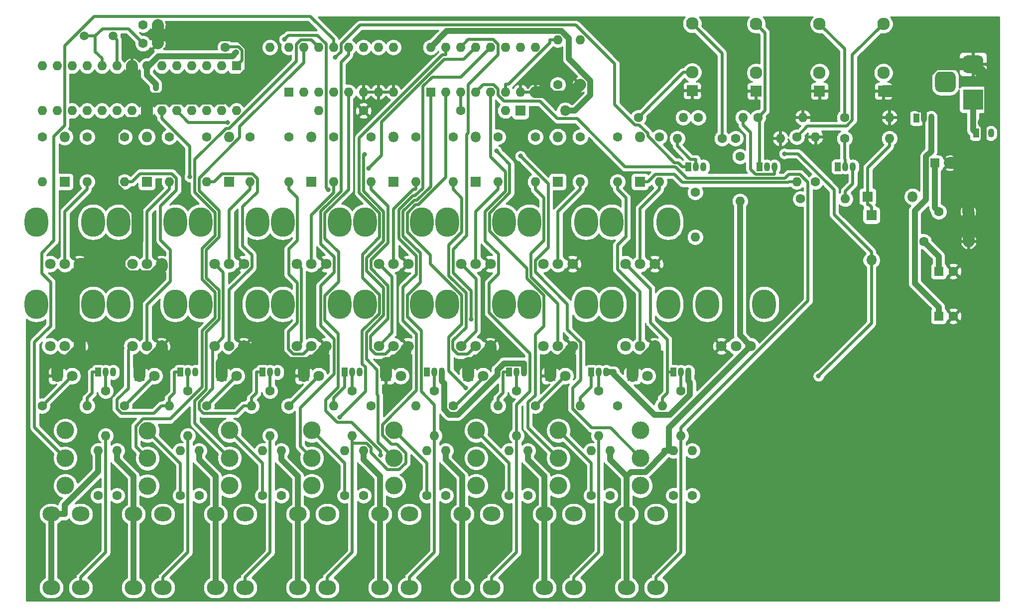
<source format=gbr>
%TF.GenerationSoftware,KiCad,Pcbnew,5.1.10-1.fc34*%
%TF.CreationDate,2021-07-16T04:01:23+02:00*%
%TF.ProjectId,sequencer8,73657175-656e-4636-9572-382e6b696361,rev?*%
%TF.SameCoordinates,Original*%
%TF.FileFunction,Copper,L2,Bot*%
%TF.FilePolarity,Positive*%
%FSLAX46Y46*%
G04 Gerber Fmt 4.6, Leading zero omitted, Abs format (unit mm)*
G04 Created by KiCad (PCBNEW 5.1.10-1.fc34) date 2021-07-16 04:01:23*
%MOMM*%
%LPD*%
G01*
G04 APERTURE LIST*
%TA.AperFunction,ComponentPad*%
%ADD10C,1.600000*%
%TD*%
%TA.AperFunction,WasherPad*%
%ADD11O,4.000000X5.000000*%
%TD*%
%TA.AperFunction,ComponentPad*%
%ADD12C,1.800000*%
%TD*%
%TA.AperFunction,ComponentPad*%
%ADD13R,1.600000X1.600000*%
%TD*%
%TA.AperFunction,ComponentPad*%
%ADD14O,1.600000X1.600000*%
%TD*%
%TA.AperFunction,ComponentPad*%
%ADD15R,1.050000X1.500000*%
%TD*%
%TA.AperFunction,ComponentPad*%
%ADD16O,1.050000X1.500000*%
%TD*%
%TA.AperFunction,ComponentPad*%
%ADD17R,1.800000X1.800000*%
%TD*%
%TA.AperFunction,ComponentPad*%
%ADD18O,1.800000X1.800000*%
%TD*%
%TA.AperFunction,ComponentPad*%
%ADD19C,1.500000*%
%TD*%
%TA.AperFunction,ComponentPad*%
%ADD20R,3.500000X3.500000*%
%TD*%
%TA.AperFunction,ComponentPad*%
%ADD21C,2.997200*%
%TD*%
%TA.AperFunction,ComponentPad*%
%ADD22C,2.130000*%
%TD*%
%TA.AperFunction,ComponentPad*%
%ADD23R,1.930000X1.830000*%
%TD*%
%TA.AperFunction,ComponentPad*%
%ADD24O,3.000000X2.500000*%
%TD*%
%TA.AperFunction,ViaPad*%
%ADD25C,0.800000*%
%TD*%
%TA.AperFunction,Conductor*%
%ADD26C,1.000000*%
%TD*%
%TA.AperFunction,Conductor*%
%ADD27C,2.000000*%
%TD*%
%TA.AperFunction,Conductor*%
%ADD28C,1.799800*%
%TD*%
%TA.AperFunction,Conductor*%
%ADD29C,1.049800*%
%TD*%
%TA.AperFunction,Conductor*%
%ADD30C,0.500000*%
%TD*%
%TA.AperFunction,Conductor*%
%ADD31C,0.254000*%
%TD*%
%TA.AperFunction,Conductor*%
%ADD32C,0.100000*%
%TD*%
G04 APERTURE END LIST*
D10*
%TO.P,C2,1*%
%TO.N,+12V*%
X247650000Y-46990000D03*
%TO.P,C2,2*%
%TO.N,GND*%
X252650000Y-46990000D03*
%TD*%
D11*
%TO.P,RV1,*%
%TO.N,*%
X217983000Y-62738000D03*
D12*
%TO.P,RV1,1*%
%TO.N,5vStab*%
X215697000Y-69850000D03*
%TO.P,RV1,2*%
%TO.N,Net-(RV1-Pad2)*%
X213197000Y-69850000D03*
%TO.P,RV1,3*%
%TO.N,GND*%
X210697000Y-69850000D03*
D11*
%TO.P,RV1,*%
%TO.N,*%
X208331000Y-62738000D03*
%TD*%
D10*
%TO.P,C3,2*%
%TO.N,GND*%
X250150000Y-64770000D03*
D13*
%TO.P,C3,1*%
%TO.N,12vStab*%
X247650000Y-64770000D03*
%TD*%
%TO.P,C4,1*%
%TO.N,5vStab*%
X247650000Y-57150000D03*
D10*
%TO.P,C4,2*%
%TO.N,GND*%
X250150000Y-57150000D03*
%TD*%
%TO.P,R60,1*%
%TO.N,Net-(Q10-Pad3)*%
X213868000Y-37592000D03*
D14*
%TO.P,R60,2*%
%TO.N,5vStab*%
X213868000Y-45212000D03*
%TD*%
D10*
%TO.P,R43,1*%
%TO.N,Net-(J3-PadT)*%
X231648000Y-30988000D03*
D14*
%TO.P,R43,2*%
%TO.N,GND*%
X239268000Y-30988000D03*
%TD*%
%TO.P,R41,2*%
%TO.N,Net-(Q9-Pad3)*%
X231775000Y-44831000D03*
D10*
%TO.P,R41,1*%
%TO.N,5vStab*%
X224155000Y-44831000D03*
%TD*%
D15*
%TO.P,Q9,1*%
%TO.N,Net-(J3-PadT)*%
X230505000Y-39370000D03*
D16*
%TO.P,Q9,3*%
%TO.N,Net-(Q9-Pad3)*%
X233045000Y-39370000D03*
%TO.P,Q9,2*%
%TO.N,Net-(Q9-Pad2)*%
X231775000Y-39370000D03*
%TD*%
D10*
%TO.P,R1,1*%
%TO.N,5vStab*%
X245110000Y-52070000D03*
D14*
%TO.P,R1,2*%
%TO.N,GND*%
X252730000Y-52070000D03*
%TD*%
%TO.P,R38,2*%
%TO.N,Net-(D1-Pad1)*%
X239268000Y-34544000D03*
D10*
%TO.P,R38,1*%
%TO.N,Net-(Q9-Pad2)*%
X231648000Y-34544000D03*
%TD*%
D14*
%TO.P,R64,2*%
%TO.N,Net-(R64-Pad2)*%
X206248000Y-51308000D03*
D10*
%TO.P,R64,1*%
%TO.N,Net-(Q11-Pad2)*%
X206248000Y-43688000D03*
%TD*%
D13*
%TO.P,C1,1*%
%TO.N,+12V*%
X247015000Y-38735000D03*
D10*
%TO.P,C1,2*%
%TO.N,GND*%
X249515000Y-38735000D03*
%TD*%
D16*
%TO.P,U1,2*%
%TO.N,GND*%
X245110000Y-31115000D03*
%TO.P,U1,3*%
%TO.N,12vStab*%
X246380000Y-31115000D03*
D15*
%TO.P,U1,1*%
%TO.N,+12V*%
X243840000Y-31115000D03*
%TD*%
D16*
%TO.P,Q11,2*%
%TO.N,Net-(Q11-Pad2)*%
X218440000Y-39370000D03*
%TO.P,Q11,3*%
%TO.N,Net-(Q11-Pad3)*%
X219710000Y-39370000D03*
D15*
%TO.P,Q11,1*%
%TO.N,Net-(J5-PadT)*%
X217170000Y-39370000D03*
%TD*%
D14*
%TO.P,R40,2*%
%TO.N,GND*%
X226695000Y-34290000D03*
D10*
%TO.P,R40,1*%
%TO.N,Net-(D11-Pad1)*%
X226695000Y-41910000D03*
%TD*%
D14*
%TO.P,R62,2*%
%TO.N,GND*%
X220726000Y-34544000D03*
D10*
%TO.P,R62,1*%
%TO.N,Net-(Q10-Pad1)*%
X213106000Y-34544000D03*
%TD*%
D17*
%TO.P,D1,1*%
%TO.N,Net-(D1-Pad1)*%
X235585000Y-44450000D03*
D18*
%TO.P,D1,2*%
%TO.N,Net-(D1-Pad2)*%
X243205000Y-44450000D03*
%TD*%
D14*
%TO.P,R63,2*%
%TO.N,Net-(Q11-Pad3)*%
X214376000Y-30988000D03*
D10*
%TO.P,R63,1*%
%TO.N,5vStab*%
X206756000Y-30988000D03*
%TD*%
D15*
%TO.P,U2,1*%
%TO.N,+12V*%
X254000000Y-33655000D03*
D16*
%TO.P,U2,3*%
%TO.N,5vStab*%
X256540000Y-33655000D03*
%TO.P,U2,2*%
%TO.N,GND*%
X255270000Y-33655000D03*
%TD*%
D10*
%TO.P,R65,1*%
%TO.N,Net-(J5-PadT)*%
X216916000Y-30988000D03*
D14*
%TO.P,R65,2*%
%TO.N,GND*%
X224536000Y-30988000D03*
%TD*%
%TO.P,R61,2*%
%TO.N,Net-(Q10-Pad2)*%
X203200000Y-34544000D03*
D10*
%TO.P,R61,1*%
%TO.N,Net-(J4-PadT)*%
X210820000Y-34544000D03*
%TD*%
%TO.P,R42,1*%
%TO.N,Net-(J2-PadT)*%
X223520000Y-34290000D03*
D14*
%TO.P,R42,2*%
%TO.N,Net-(D11-Pad1)*%
X223520000Y-41910000D03*
%TD*%
D18*
%TO.P,D2,2*%
%TO.N,Net-(D2-Pad2)*%
X236220000Y-55245000D03*
D17*
%TO.P,D2,1*%
%TO.N,Net-(D1-Pad1)*%
X236220000Y-47625000D03*
%TD*%
%TO.P,D4,1*%
%TO.N,GND*%
X97790000Y-74930000D03*
D12*
%TO.P,D4,2*%
%TO.N,Net-(D4-Pad2)*%
X100330000Y-74930000D03*
%TD*%
%TO.P,D6,2*%
%TO.N,Net-(D6-Pad2)*%
X114300000Y-74930000D03*
D17*
%TO.P,D6,1*%
%TO.N,GND*%
X111760000Y-74930000D03*
%TD*%
%TO.P,D8,1*%
%TO.N,GND*%
X125730000Y-74930000D03*
D12*
%TO.P,D8,2*%
%TO.N,Net-(D8-Pad2)*%
X128270000Y-74930000D03*
%TD*%
%TO.P,D10,2*%
%TO.N,Net-(D10-Pad2)*%
X142240000Y-74930000D03*
D17*
%TO.P,D10,1*%
%TO.N,GND*%
X139700000Y-74930000D03*
%TD*%
D12*
%TO.P,D12,2*%
%TO.N,Net-(D12-Pad2)*%
X156210000Y-74930000D03*
D17*
%TO.P,D12,1*%
%TO.N,GND*%
X153670000Y-74930000D03*
%TD*%
%TO.P,D14,1*%
%TO.N,GND*%
X167640000Y-74930000D03*
D12*
%TO.P,D14,2*%
%TO.N,Net-(D14-Pad2)*%
X170180000Y-74930000D03*
%TD*%
D17*
%TO.P,D16,1*%
%TO.N,GND*%
X181610000Y-74930000D03*
D12*
%TO.P,D16,2*%
%TO.N,Net-(D16-Pad2)*%
X184150000Y-74930000D03*
%TD*%
%TO.P,D18,2*%
%TO.N,Net-(D18-Pad2)*%
X198120000Y-74930000D03*
D17*
%TO.P,D18,1*%
%TO.N,GND*%
X195580000Y-74930000D03*
%TD*%
D16*
%TO.P,Q1,2*%
%TO.N,Net-(Q1-Pad2)*%
X106045000Y-74295000D03*
%TO.P,Q1,3*%
%TO.N,12vStab*%
X107315000Y-74295000D03*
D15*
%TO.P,Q1,1*%
%TO.N,Net-(Q1-Pad1)*%
X104775000Y-74295000D03*
%TD*%
D16*
%TO.P,Q2,2*%
%TO.N,Net-(Q2-Pad2)*%
X120015000Y-74295000D03*
%TO.P,Q2,3*%
%TO.N,12vStab*%
X121285000Y-74295000D03*
D15*
%TO.P,Q2,1*%
%TO.N,Net-(Q2-Pad1)*%
X118745000Y-74295000D03*
%TD*%
D16*
%TO.P,Q3,2*%
%TO.N,Net-(Q3-Pad2)*%
X133985000Y-74295000D03*
%TO.P,Q3,3*%
%TO.N,12vStab*%
X135255000Y-74295000D03*
D15*
%TO.P,Q3,1*%
%TO.N,Net-(Q3-Pad1)*%
X132715000Y-74295000D03*
%TD*%
%TO.P,Q4,1*%
%TO.N,Net-(Q4-Pad1)*%
X146685000Y-74295000D03*
D16*
%TO.P,Q4,3*%
%TO.N,12vStab*%
X149225000Y-74295000D03*
%TO.P,Q4,2*%
%TO.N,Net-(Q4-Pad2)*%
X147955000Y-74295000D03*
%TD*%
D15*
%TO.P,Q5,1*%
%TO.N,Net-(Q5-Pad1)*%
X160655000Y-74295000D03*
D16*
%TO.P,Q5,3*%
%TO.N,12vStab*%
X163195000Y-74295000D03*
%TO.P,Q5,2*%
%TO.N,Net-(Q5-Pad2)*%
X161925000Y-74295000D03*
%TD*%
%TO.P,Q6,2*%
%TO.N,Net-(Q6-Pad2)*%
X175895000Y-74295000D03*
%TO.P,Q6,3*%
%TO.N,12vStab*%
X177165000Y-74295000D03*
D15*
%TO.P,Q6,1*%
%TO.N,Net-(Q6-Pad1)*%
X174625000Y-74295000D03*
%TD*%
%TO.P,Q7,1*%
%TO.N,Net-(Q7-Pad1)*%
X188595000Y-74295000D03*
D16*
%TO.P,Q7,3*%
%TO.N,12vStab*%
X191135000Y-74295000D03*
%TO.P,Q7,2*%
%TO.N,Net-(Q7-Pad2)*%
X189865000Y-74295000D03*
%TD*%
%TO.P,Q8,2*%
%TO.N,Net-(Q8-Pad2)*%
X203835000Y-74295000D03*
%TO.P,Q8,3*%
%TO.N,12vStab*%
X205105000Y-74295000D03*
D15*
%TO.P,Q8,1*%
%TO.N,Net-(Q8-Pad1)*%
X202565000Y-74295000D03*
%TD*%
%TO.P,Q10,1*%
%TO.N,Net-(Q10-Pad1)*%
X205105000Y-39370000D03*
D16*
%TO.P,Q10,3*%
%TO.N,Net-(Q10-Pad3)*%
X207645000Y-39370000D03*
%TO.P,Q10,2*%
%TO.N,Net-(Q10-Pad2)*%
X206375000Y-39370000D03*
%TD*%
D14*
%TO.P,R2,2*%
%TO.N,5vStab*%
X133985000Y-19050000D03*
D10*
%TO.P,R2,1*%
%TO.N,Net-(R2-Pad1)*%
X126365000Y-19050000D03*
%TD*%
%TO.P,R3,1*%
%TO.N,Net-(D2-Pad2)*%
X182880000Y-25400000D03*
D14*
%TO.P,R3,2*%
%TO.N,Net-(R11-Pad2)*%
X182880000Y-17780000D03*
%TD*%
%TO.P,R4,2*%
%TO.N,Net-(D3-Pad1)*%
X173990000Y-29845000D03*
D10*
%TO.P,R4,1*%
%TO.N,Net-(R4-Pad1)*%
X166370000Y-29845000D03*
%TD*%
%TO.P,R5,1*%
%TO.N,Net-(Q1-Pad2)*%
X106045000Y-77470000D03*
D14*
%TO.P,R5,2*%
%TO.N,Net-(R5-Pad2)*%
X106045000Y-85090000D03*
%TD*%
D10*
%TO.P,R6,1*%
%TO.N,Net-(D4-Pad2)*%
X95250000Y-80010000D03*
D14*
%TO.P,R6,2*%
%TO.N,Net-(Q1-Pad1)*%
X102870000Y-80010000D03*
%TD*%
D10*
%TO.P,R7,1*%
%TO.N,Net-(D5-Pad2)*%
X95250000Y-34290000D03*
D14*
%TO.P,R7,2*%
%TO.N,Net-(R7-Pad2)*%
X95250000Y-41910000D03*
%TD*%
%TO.P,R8,2*%
%TO.N,Net-(R8-Pad2)*%
X120015000Y-85090000D03*
D10*
%TO.P,R8,1*%
%TO.N,Net-(Q2-Pad2)*%
X120015000Y-77470000D03*
%TD*%
%TO.P,R9,1*%
%TO.N,Net-(D5-Pad2)*%
X102870000Y-34290000D03*
D14*
%TO.P,R9,2*%
%TO.N,Net-(R9-Pad2)*%
X102870000Y-41910000D03*
%TD*%
D10*
%TO.P,R10,1*%
%TO.N,Net-(D6-Pad2)*%
X109220000Y-80010000D03*
D14*
%TO.P,R10,2*%
%TO.N,Net-(Q2-Pad1)*%
X116840000Y-80010000D03*
%TD*%
D10*
%TO.P,R11,1*%
%TO.N,GND*%
X186690000Y-25400000D03*
D14*
%TO.P,R11,2*%
%TO.N,Net-(R11-Pad2)*%
X186690000Y-17780000D03*
%TD*%
D10*
%TO.P,R12,1*%
%TO.N,Net-(D7-Pad2)*%
X109220000Y-34290000D03*
D14*
%TO.P,R12,2*%
%TO.N,Net-(R12-Pad2)*%
X109220000Y-41910000D03*
%TD*%
%TO.P,R13,2*%
%TO.N,Net-(R13-Pad2)*%
X133985000Y-85090000D03*
D10*
%TO.P,R13,1*%
%TO.N,Net-(Q3-Pad2)*%
X133985000Y-77470000D03*
%TD*%
D14*
%TO.P,R14,2*%
%TO.N,Net-(R14-Pad2)*%
X116840000Y-41910000D03*
D10*
%TO.P,R14,1*%
%TO.N,Net-(D7-Pad2)*%
X116840000Y-34290000D03*
%TD*%
D14*
%TO.P,R15,2*%
%TO.N,Net-(Q3-Pad1)*%
X130810000Y-80010000D03*
D10*
%TO.P,R15,1*%
%TO.N,Net-(D8-Pad2)*%
X123190000Y-80010000D03*
%TD*%
D14*
%TO.P,R16,2*%
%TO.N,Net-(R16-Pad2)*%
X142240000Y-29845000D03*
D10*
%TO.P,R16,1*%
%TO.N,GND*%
X149860000Y-29845000D03*
%TD*%
D14*
%TO.P,R17,2*%
%TO.N,Net-(R17-Pad2)*%
X123190000Y-41910000D03*
D10*
%TO.P,R17,1*%
%TO.N,Net-(D9-Pad2)*%
X123190000Y-34290000D03*
%TD*%
D14*
%TO.P,R18,2*%
%TO.N,Net-(R18-Pad2)*%
X147955000Y-85090000D03*
D10*
%TO.P,R18,1*%
%TO.N,Net-(Q4-Pad2)*%
X147955000Y-77470000D03*
%TD*%
%TO.P,R19,1*%
%TO.N,Net-(D9-Pad2)*%
X130555000Y-34290000D03*
D14*
%TO.P,R19,2*%
%TO.N,Net-(R19-Pad2)*%
X130555000Y-41910000D03*
%TD*%
%TO.P,R20,2*%
%TO.N,Net-(Q4-Pad1)*%
X144780000Y-80010000D03*
D10*
%TO.P,R20,1*%
%TO.N,Net-(D10-Pad2)*%
X137160000Y-80010000D03*
%TD*%
%TO.P,R21,1*%
%TO.N,Net-(D11-Pad2)*%
X137160000Y-34290000D03*
D14*
%TO.P,R21,2*%
%TO.N,Net-(R21-Pad2)*%
X137160000Y-41910000D03*
%TD*%
%TO.P,R22,2*%
%TO.N,Net-(R22-Pad2)*%
X161925000Y-85090000D03*
D10*
%TO.P,R22,1*%
%TO.N,Net-(Q5-Pad2)*%
X161925000Y-77470000D03*
%TD*%
%TO.P,R23,1*%
%TO.N,Net-(D11-Pad2)*%
X144780000Y-34290000D03*
D14*
%TO.P,R23,2*%
%TO.N,Net-(R23-Pad2)*%
X144780000Y-41910000D03*
%TD*%
D10*
%TO.P,R24,1*%
%TO.N,Net-(D12-Pad2)*%
X151130000Y-80010000D03*
D14*
%TO.P,R24,2*%
%TO.N,Net-(Q5-Pad1)*%
X158750000Y-80010000D03*
%TD*%
D10*
%TO.P,R25,1*%
%TO.N,Net-(D13-Pad2)*%
X151130000Y-34290000D03*
D14*
%TO.P,R25,2*%
%TO.N,Net-(R25-Pad2)*%
X151130000Y-41910000D03*
%TD*%
D10*
%TO.P,R26,1*%
%TO.N,Net-(Q6-Pad2)*%
X175895000Y-77470000D03*
D14*
%TO.P,R26,2*%
%TO.N,Net-(R26-Pad2)*%
X175895000Y-85090000D03*
%TD*%
%TO.P,R27,2*%
%TO.N,Net-(R27-Pad2)*%
X158750000Y-41910000D03*
D10*
%TO.P,R27,1*%
%TO.N,Net-(D13-Pad2)*%
X158750000Y-34290000D03*
%TD*%
D14*
%TO.P,R28,2*%
%TO.N,Net-(Q6-Pad1)*%
X172720000Y-80010000D03*
D10*
%TO.P,R28,1*%
%TO.N,Net-(D14-Pad2)*%
X165100000Y-80010000D03*
%TD*%
%TO.P,R29,1*%
%TO.N,Net-(D15-Pad2)*%
X165100000Y-34290000D03*
D14*
%TO.P,R29,2*%
%TO.N,Net-(R29-Pad2)*%
X165100000Y-41910000D03*
%TD*%
%TO.P,R30,2*%
%TO.N,Net-(R30-Pad2)*%
X189865000Y-85090000D03*
D10*
%TO.P,R30,1*%
%TO.N,Net-(Q7-Pad2)*%
X189865000Y-77470000D03*
%TD*%
%TO.P,R31,1*%
%TO.N,Net-(D15-Pad2)*%
X172720000Y-34290000D03*
D14*
%TO.P,R31,2*%
%TO.N,Net-(R31-Pad2)*%
X172720000Y-41910000D03*
%TD*%
D10*
%TO.P,R32,1*%
%TO.N,Net-(D16-Pad2)*%
X179070000Y-80010000D03*
D14*
%TO.P,R32,2*%
%TO.N,Net-(Q7-Pad1)*%
X186690000Y-80010000D03*
%TD*%
D10*
%TO.P,R33,1*%
%TO.N,Net-(D17-Pad2)*%
X179070000Y-34290000D03*
D14*
%TO.P,R33,2*%
%TO.N,Net-(R33-Pad2)*%
X179070000Y-41910000D03*
%TD*%
D10*
%TO.P,R34,1*%
%TO.N,Net-(Q8-Pad2)*%
X203835000Y-77470000D03*
D14*
%TO.P,R34,2*%
%TO.N,Net-(R34-Pad2)*%
X203835000Y-85090000D03*
%TD*%
%TO.P,R35,2*%
%TO.N,Net-(R35-Pad2)*%
X186690000Y-41910000D03*
D10*
%TO.P,R35,1*%
%TO.N,Net-(D17-Pad2)*%
X186690000Y-34290000D03*
%TD*%
D14*
%TO.P,R36,2*%
%TO.N,Net-(Q8-Pad1)*%
X200660000Y-80010000D03*
D10*
%TO.P,R36,1*%
%TO.N,Net-(D18-Pad2)*%
X193040000Y-80010000D03*
%TD*%
D14*
%TO.P,R37,2*%
%TO.N,Net-(R37-Pad2)*%
X193040000Y-41910000D03*
D10*
%TO.P,R37,1*%
%TO.N,Net-(D19-Pad2)*%
X193040000Y-34290000D03*
%TD*%
%TO.P,R39,1*%
%TO.N,Net-(D19-Pad2)*%
X200152000Y-34290000D03*
D14*
%TO.P,R39,2*%
%TO.N,Net-(R39-Pad2)*%
X200152000Y-41910000D03*
%TD*%
D10*
%TO.P,R44,1*%
%TO.N,Net-(R44-Pad1)*%
X104775000Y-95250000D03*
D14*
%TO.P,R44,2*%
%TO.N,5vStab*%
X104775000Y-87630000D03*
%TD*%
%TO.P,R45,2*%
%TO.N,5vStab*%
X107950000Y-87630000D03*
D10*
%TO.P,R45,1*%
%TO.N,Net-(R45-Pad1)*%
X107950000Y-95250000D03*
%TD*%
D14*
%TO.P,R46,2*%
%TO.N,5vStab*%
X118745000Y-87630000D03*
D10*
%TO.P,R46,1*%
%TO.N,Net-(R46-Pad1)*%
X118745000Y-95250000D03*
%TD*%
%TO.P,R47,1*%
%TO.N,Net-(R47-Pad1)*%
X121920000Y-95250000D03*
D14*
%TO.P,R47,2*%
%TO.N,5vStab*%
X121920000Y-87630000D03*
%TD*%
D10*
%TO.P,R48,1*%
%TO.N,Net-(R48-Pad1)*%
X132715000Y-95250000D03*
D14*
%TO.P,R48,2*%
%TO.N,5vStab*%
X132715000Y-87630000D03*
%TD*%
D10*
%TO.P,R49,1*%
%TO.N,Net-(R49-Pad1)*%
X135890000Y-95250000D03*
D14*
%TO.P,R49,2*%
%TO.N,5vStab*%
X135890000Y-87630000D03*
%TD*%
%TO.P,R50,2*%
%TO.N,5vStab*%
X146685000Y-87630000D03*
D10*
%TO.P,R50,1*%
%TO.N,Net-(R50-Pad1)*%
X146685000Y-95250000D03*
%TD*%
%TO.P,R51,1*%
%TO.N,Net-(R51-Pad1)*%
X149860000Y-95250000D03*
D14*
%TO.P,R51,2*%
%TO.N,5vStab*%
X149860000Y-87630000D03*
%TD*%
D10*
%TO.P,R52,1*%
%TO.N,Net-(R52-Pad1)*%
X160655000Y-95250000D03*
D14*
%TO.P,R52,2*%
%TO.N,5vStab*%
X160655000Y-87630000D03*
%TD*%
%TO.P,R53,2*%
%TO.N,5vStab*%
X163830000Y-87630000D03*
D10*
%TO.P,R53,1*%
%TO.N,Net-(R53-Pad1)*%
X163830000Y-95250000D03*
%TD*%
%TO.P,R54,1*%
%TO.N,Net-(R54-Pad1)*%
X174625000Y-95250000D03*
D14*
%TO.P,R54,2*%
%TO.N,5vStab*%
X174625000Y-87630000D03*
%TD*%
%TO.P,R55,2*%
%TO.N,5vStab*%
X177800000Y-87630000D03*
D10*
%TO.P,R55,1*%
%TO.N,Net-(R55-Pad1)*%
X177800000Y-95250000D03*
%TD*%
D14*
%TO.P,R56,2*%
%TO.N,5vStab*%
X188595000Y-87630000D03*
D10*
%TO.P,R56,1*%
%TO.N,Net-(R56-Pad1)*%
X188595000Y-95250000D03*
%TD*%
%TO.P,R57,1*%
%TO.N,Net-(R57-Pad1)*%
X191770000Y-95250000D03*
D14*
%TO.P,R57,2*%
%TO.N,5vStab*%
X191770000Y-87630000D03*
%TD*%
%TO.P,R58,2*%
%TO.N,5vStab*%
X202565000Y-87630000D03*
D10*
%TO.P,R58,1*%
%TO.N,Net-(R58-Pad1)*%
X202565000Y-95250000D03*
%TD*%
D14*
%TO.P,R59,2*%
%TO.N,5vStab*%
X205740000Y-87630000D03*
D10*
%TO.P,R59,1*%
%TO.N,Net-(R59-Pad1)*%
X205740000Y-95250000D03*
%TD*%
D13*
%TO.P,U3,1*%
%TO.N,Net-(R2-Pad1)*%
X128270000Y-22225000D03*
D14*
%TO.P,U3,15*%
%TO.N,Net-(D1-Pad2)*%
X95250000Y-29845000D03*
%TO.P,U3,2*%
%TO.N,N/C*%
X125730000Y-22225000D03*
%TO.P,U3,16*%
%TO.N,Net-(U3-Pad16)*%
X97790000Y-29845000D03*
%TO.P,U3,3*%
%TO.N,N/C*%
X123190000Y-22225000D03*
%TO.P,U3,17*%
%TO.N,Net-(U3-Pad17)*%
X100330000Y-29845000D03*
%TO.P,U3,4*%
%TO.N,Net-(Q10-Pad1)*%
X120650000Y-22225000D03*
%TO.P,U3,18*%
%TO.N,Net-(U3-Pad18)*%
X102870000Y-29845000D03*
%TO.P,U3,5*%
%TO.N,N/C*%
X118110000Y-22225000D03*
%TO.P,U3,19*%
X105410000Y-29845000D03*
%TO.P,U3,6*%
%TO.N,Net-(R64-Pad2)*%
X115570000Y-22225000D03*
%TO.P,U3,20*%
%TO.N,5vStab*%
X107950000Y-29845000D03*
%TO.P,U3,7*%
X113030000Y-22225000D03*
%TO.P,U3,21*%
X110490000Y-29845000D03*
%TO.P,U3,8*%
%TO.N,GND*%
X110490000Y-22225000D03*
%TO.P,U3,22*%
X113030000Y-29845000D03*
%TO.P,U3,9*%
%TO.N,Net-(C5-Pad1)*%
X107950000Y-22225000D03*
%TO.P,U3,23*%
%TO.N,Net-(RV1-Pad2)*%
X115570000Y-29845000D03*
%TO.P,U3,10*%
%TO.N,Net-(C6-Pad1)*%
X105410000Y-22225000D03*
%TO.P,U3,24*%
%TO.N,Net-(R16-Pad2)*%
X118110000Y-29845000D03*
%TO.P,U3,11*%
%TO.N,Net-(U3-Pad11)*%
X102870000Y-22225000D03*
%TO.P,U3,25*%
%TO.N,N/C*%
X120650000Y-29845000D03*
%TO.P,U3,12*%
%TO.N,Net-(U3-Pad12)*%
X100330000Y-22225000D03*
%TO.P,U3,26*%
%TO.N,N/C*%
X123190000Y-29845000D03*
%TO.P,U3,13*%
%TO.N,Net-(U3-Pad13)*%
X97790000Y-22225000D03*
%TO.P,U3,27*%
%TO.N,N/C*%
X125730000Y-29845000D03*
%TO.P,U3,14*%
X95250000Y-22225000D03*
%TO.P,U3,28*%
X128270000Y-29845000D03*
%TD*%
D19*
%TO.P,Y1,1*%
%TO.N,Net-(C5-Pad1)*%
X107315000Y-17145000D03*
%TO.P,Y1,2*%
%TO.N,Net-(C6-Pad1)*%
X102435000Y-17145000D03*
%TD*%
D18*
%TO.P,D3,2*%
%TO.N,5vStab*%
X184150000Y-29845000D03*
D17*
%TO.P,D3,1*%
%TO.N,Net-(D3-Pad1)*%
X176530000Y-29845000D03*
%TD*%
%TO.P,D5,1*%
%TO.N,Net-(D11-Pad1)*%
X99060000Y-41910000D03*
D18*
%TO.P,D5,2*%
%TO.N,Net-(D5-Pad2)*%
X99060000Y-34290000D03*
%TD*%
D17*
%TO.P,D7,1*%
%TO.N,Net-(D11-Pad1)*%
X113030000Y-41910000D03*
D18*
%TO.P,D7,2*%
%TO.N,Net-(D7-Pad2)*%
X113030000Y-34290000D03*
%TD*%
%TO.P,D9,2*%
%TO.N,Net-(D9-Pad2)*%
X127000000Y-34290000D03*
D17*
%TO.P,D9,1*%
%TO.N,Net-(D11-Pad1)*%
X127000000Y-41910000D03*
%TD*%
%TO.P,D11,1*%
%TO.N,Net-(D11-Pad1)*%
X140970000Y-41910000D03*
D18*
%TO.P,D11,2*%
%TO.N,Net-(D11-Pad2)*%
X140970000Y-34290000D03*
%TD*%
%TO.P,D13,2*%
%TO.N,Net-(D13-Pad2)*%
X154940000Y-34290000D03*
D17*
%TO.P,D13,1*%
%TO.N,Net-(D11-Pad1)*%
X154940000Y-41910000D03*
%TD*%
%TO.P,D15,1*%
%TO.N,Net-(D11-Pad1)*%
X168910000Y-41910000D03*
D18*
%TO.P,D15,2*%
%TO.N,Net-(D15-Pad2)*%
X168910000Y-34290000D03*
%TD*%
%TO.P,D17,2*%
%TO.N,Net-(D17-Pad2)*%
X182880000Y-34290000D03*
D17*
%TO.P,D17,1*%
%TO.N,Net-(D11-Pad1)*%
X182880000Y-41910000D03*
%TD*%
%TO.P,D19,1*%
%TO.N,Net-(D11-Pad1)*%
X196850000Y-41910000D03*
D18*
%TO.P,D19,2*%
%TO.N,Net-(D19-Pad2)*%
X196850000Y-34290000D03*
%TD*%
D10*
%TO.P,C5,1*%
%TO.N,Net-(C5-Pad1)*%
X112395000Y-15240000D03*
%TO.P,C5,2*%
%TO.N,GND*%
X114895000Y-15240000D03*
%TD*%
%TO.P,C6,2*%
%TO.N,GND*%
X114895000Y-18415000D03*
%TO.P,C6,1*%
%TO.N,Net-(C6-Pad1)*%
X112395000Y-18415000D03*
%TD*%
D13*
%TO.P,U4,1*%
%TO.N,Net-(R22-Pad2)*%
X161290000Y-26670000D03*
D14*
%TO.P,U4,9*%
%TO.N,Net-(U3-Pad16)*%
X179070000Y-19050000D03*
%TO.P,U4,2*%
%TO.N,Net-(R30-Pad2)*%
X163830000Y-26670000D03*
%TO.P,U4,10*%
%TO.N,Net-(U3-Pad17)*%
X176530000Y-19050000D03*
%TO.P,U4,3*%
%TO.N,Net-(R4-Pad1)*%
X166370000Y-26670000D03*
%TO.P,U4,11*%
%TO.N,Net-(U3-Pad18)*%
X173990000Y-19050000D03*
%TO.P,U4,4*%
%TO.N,Net-(R34-Pad2)*%
X168910000Y-26670000D03*
%TO.P,U4,12*%
%TO.N,Net-(R18-Pad2)*%
X171450000Y-19050000D03*
%TO.P,U4,5*%
%TO.N,Net-(R26-Pad2)*%
X171450000Y-26670000D03*
%TO.P,U4,13*%
%TO.N,Net-(R5-Pad2)*%
X168910000Y-19050000D03*
%TO.P,U4,6*%
%TO.N,Net-(R11-Pad2)*%
X173990000Y-26670000D03*
%TO.P,U4,14*%
%TO.N,Net-(R8-Pad2)*%
X166370000Y-19050000D03*
%TO.P,U4,7*%
%TO.N,GND*%
X176530000Y-26670000D03*
%TO.P,U4,15*%
%TO.N,Net-(R13-Pad2)*%
X163830000Y-19050000D03*
%TO.P,U4,8*%
%TO.N,GND*%
X179070000Y-26670000D03*
%TO.P,U4,16*%
%TO.N,5vStab*%
X161290000Y-19050000D03*
%TD*%
%TO.P,U5,16*%
%TO.N,5vStab*%
X137160000Y-19050000D03*
%TO.P,U5,8*%
%TO.N,GND*%
X154940000Y-26670000D03*
%TO.P,U5,15*%
%TO.N,Net-(SW10-Pad2)*%
X139700000Y-19050000D03*
%TO.P,U5,7*%
%TO.N,GND*%
X152400000Y-26670000D03*
%TO.P,U5,14*%
%TO.N,Net-(SW9-Pad2)*%
X142240000Y-19050000D03*
%TO.P,U5,6*%
%TO.N,GND*%
X149860000Y-26670000D03*
%TO.P,U5,13*%
%TO.N,Net-(SW8-Pad2)*%
X144780000Y-19050000D03*
%TO.P,U5,5*%
%TO.N,Net-(SW13-Pad2)*%
X147320000Y-26670000D03*
%TO.P,U5,12*%
%TO.N,Net-(SW11-Pad2)*%
X147320000Y-19050000D03*
%TO.P,U5,4*%
%TO.N,Net-(SW15-Pad2)*%
X144780000Y-26670000D03*
%TO.P,U5,11*%
%TO.N,Net-(U3-Pad11)*%
X149860000Y-19050000D03*
%TO.P,U5,3*%
%TO.N,Net-(R16-Pad2)*%
X142240000Y-26670000D03*
%TO.P,U5,10*%
%TO.N,Net-(U3-Pad12)*%
X152400000Y-19050000D03*
%TO.P,U5,2*%
%TO.N,Net-(SW14-Pad2)*%
X139700000Y-26670000D03*
%TO.P,U5,9*%
%TO.N,Net-(U3-Pad13)*%
X154940000Y-19050000D03*
D13*
%TO.P,U5,1*%
%TO.N,Net-(SW12-Pad2)*%
X137160000Y-26670000D03*
%TD*%
D11*
%TO.P,RV2,*%
%TO.N,*%
X94234000Y-62738000D03*
D12*
%TO.P,RV2,3*%
%TO.N,Net-(Q1-Pad1)*%
X96600000Y-69850000D03*
%TO.P,RV2,2*%
%TO.N,Net-(R7-Pad2)*%
X99100000Y-69850000D03*
%TO.P,RV2,1*%
%TO.N,GND*%
X101600000Y-69850000D03*
D11*
%TO.P,RV2,*%
%TO.N,*%
X103886000Y-62738000D03*
%TD*%
%TO.P,RV3,*%
%TO.N,*%
X103886000Y-48768000D03*
D12*
%TO.P,RV3,1*%
%TO.N,GND*%
X101600000Y-55880000D03*
%TO.P,RV3,2*%
%TO.N,Net-(R9-Pad2)*%
X99100000Y-55880000D03*
%TO.P,RV3,3*%
%TO.N,Net-(Q1-Pad1)*%
X96600000Y-55880000D03*
D11*
%TO.P,RV3,*%
%TO.N,*%
X94234000Y-48768000D03*
%TD*%
%TO.P,RV4,*%
%TO.N,*%
X117856000Y-62738000D03*
D12*
%TO.P,RV4,1*%
%TO.N,GND*%
X115570000Y-69850000D03*
%TO.P,RV4,2*%
%TO.N,Net-(R12-Pad2)*%
X113070000Y-69850000D03*
%TO.P,RV4,3*%
%TO.N,Net-(Q2-Pad1)*%
X110570000Y-69850000D03*
D11*
%TO.P,RV4,*%
%TO.N,*%
X108204000Y-62738000D03*
%TD*%
%TO.P,RV5,*%
%TO.N,*%
X108204000Y-48768000D03*
D12*
%TO.P,RV5,3*%
%TO.N,Net-(Q2-Pad1)*%
X110570000Y-55880000D03*
%TO.P,RV5,2*%
%TO.N,Net-(R14-Pad2)*%
X113070000Y-55880000D03*
%TO.P,RV5,1*%
%TO.N,GND*%
X115570000Y-55880000D03*
D11*
%TO.P,RV5,*%
%TO.N,*%
X117856000Y-48768000D03*
%TD*%
%TO.P,RV6,*%
%TO.N,*%
X131826000Y-62738000D03*
D12*
%TO.P,RV6,1*%
%TO.N,GND*%
X129540000Y-69850000D03*
%TO.P,RV6,2*%
%TO.N,Net-(R17-Pad2)*%
X127040000Y-69850000D03*
%TO.P,RV6,3*%
%TO.N,Net-(Q3-Pad1)*%
X124540000Y-69850000D03*
D11*
%TO.P,RV6,*%
%TO.N,*%
X122174000Y-62738000D03*
%TD*%
%TO.P,RV7,*%
%TO.N,*%
X122174000Y-48768000D03*
D12*
%TO.P,RV7,3*%
%TO.N,Net-(Q3-Pad1)*%
X124540000Y-55880000D03*
%TO.P,RV7,2*%
%TO.N,Net-(R19-Pad2)*%
X127040000Y-55880000D03*
%TO.P,RV7,1*%
%TO.N,GND*%
X129540000Y-55880000D03*
D11*
%TO.P,RV7,*%
%TO.N,*%
X131826000Y-48768000D03*
%TD*%
%TO.P,RV8,*%
%TO.N,*%
X145796000Y-62738000D03*
D12*
%TO.P,RV8,1*%
%TO.N,GND*%
X143510000Y-69850000D03*
%TO.P,RV8,2*%
%TO.N,Net-(R21-Pad2)*%
X141010000Y-69850000D03*
%TO.P,RV8,3*%
%TO.N,Net-(Q4-Pad1)*%
X138510000Y-69850000D03*
D11*
%TO.P,RV8,*%
%TO.N,*%
X136144000Y-62738000D03*
%TD*%
%TO.P,RV9,*%
%TO.N,*%
X136144000Y-48768000D03*
D12*
%TO.P,RV9,3*%
%TO.N,Net-(Q4-Pad1)*%
X138510000Y-55880000D03*
%TO.P,RV9,2*%
%TO.N,Net-(R23-Pad2)*%
X141010000Y-55880000D03*
%TO.P,RV9,1*%
%TO.N,GND*%
X143510000Y-55880000D03*
D11*
%TO.P,RV9,*%
%TO.N,*%
X145796000Y-48768000D03*
%TD*%
%TO.P,RV10,*%
%TO.N,*%
X159766000Y-62738000D03*
D12*
%TO.P,RV10,1*%
%TO.N,GND*%
X157480000Y-69850000D03*
%TO.P,RV10,2*%
%TO.N,Net-(R25-Pad2)*%
X154980000Y-69850000D03*
%TO.P,RV10,3*%
%TO.N,Net-(Q5-Pad1)*%
X152480000Y-69850000D03*
D11*
%TO.P,RV10,*%
%TO.N,*%
X150114000Y-62738000D03*
%TD*%
%TO.P,RV11,*%
%TO.N,*%
X150114000Y-48768000D03*
D12*
%TO.P,RV11,3*%
%TO.N,Net-(Q5-Pad1)*%
X152480000Y-55880000D03*
%TO.P,RV11,2*%
%TO.N,Net-(R27-Pad2)*%
X154980000Y-55880000D03*
%TO.P,RV11,1*%
%TO.N,GND*%
X157480000Y-55880000D03*
D11*
%TO.P,RV11,*%
%TO.N,*%
X159766000Y-48768000D03*
%TD*%
%TO.P,RV12,*%
%TO.N,*%
X164084000Y-62738000D03*
D12*
%TO.P,RV12,3*%
%TO.N,Net-(Q6-Pad1)*%
X166450000Y-69850000D03*
%TO.P,RV12,2*%
%TO.N,Net-(R29-Pad2)*%
X168950000Y-69850000D03*
%TO.P,RV12,1*%
%TO.N,GND*%
X171450000Y-69850000D03*
D11*
%TO.P,RV12,*%
%TO.N,*%
X173736000Y-62738000D03*
%TD*%
%TO.P,RV13,*%
%TO.N,*%
X164084000Y-48768000D03*
D12*
%TO.P,RV13,3*%
%TO.N,Net-(Q6-Pad1)*%
X166450000Y-55880000D03*
%TO.P,RV13,2*%
%TO.N,Net-(R31-Pad2)*%
X168950000Y-55880000D03*
%TO.P,RV13,1*%
%TO.N,GND*%
X171450000Y-55880000D03*
D11*
%TO.P,RV13,*%
%TO.N,*%
X173736000Y-48768000D03*
%TD*%
%TO.P,RV14,*%
%TO.N,*%
X178054000Y-62738000D03*
D12*
%TO.P,RV14,3*%
%TO.N,Net-(Q7-Pad1)*%
X180420000Y-69850000D03*
%TO.P,RV14,2*%
%TO.N,Net-(R33-Pad2)*%
X182920000Y-69850000D03*
%TO.P,RV14,1*%
%TO.N,GND*%
X185420000Y-69850000D03*
D11*
%TO.P,RV14,*%
%TO.N,*%
X187706000Y-62738000D03*
%TD*%
%TO.P,RV15,*%
%TO.N,*%
X187706000Y-48768000D03*
D12*
%TO.P,RV15,1*%
%TO.N,GND*%
X185420000Y-55880000D03*
%TO.P,RV15,2*%
%TO.N,Net-(R35-Pad2)*%
X182920000Y-55880000D03*
%TO.P,RV15,3*%
%TO.N,Net-(Q7-Pad1)*%
X180420000Y-55880000D03*
D11*
%TO.P,RV15,*%
%TO.N,*%
X178054000Y-48768000D03*
%TD*%
%TO.P,RV16,*%
%TO.N,*%
X192024000Y-62738000D03*
D12*
%TO.P,RV16,3*%
%TO.N,Net-(Q8-Pad1)*%
X194390000Y-69850000D03*
%TO.P,RV16,2*%
%TO.N,Net-(R37-Pad2)*%
X196890000Y-69850000D03*
%TO.P,RV16,1*%
%TO.N,GND*%
X199390000Y-69850000D03*
D11*
%TO.P,RV16,*%
%TO.N,*%
X201676000Y-62738000D03*
%TD*%
%TO.P,RV17,*%
%TO.N,*%
X201676000Y-48768000D03*
D12*
%TO.P,RV17,1*%
%TO.N,GND*%
X199390000Y-55880000D03*
%TO.P,RV17,2*%
%TO.N,Net-(R39-Pad2)*%
X196890000Y-55880000D03*
%TO.P,RV17,3*%
%TO.N,Net-(Q8-Pad1)*%
X194390000Y-55880000D03*
D11*
%TO.P,RV17,*%
%TO.N,*%
X192024000Y-48768000D03*
%TD*%
%TO.P,J1,3*%
%TO.N,N/C*%
%TA.AperFunction,ComponentPad*%
G36*
G01*
X247917000Y-23190000D02*
X249667000Y-23190000D01*
G75*
G02*
X250542000Y-24065000I0J-875000D01*
G01*
X250542000Y-25815000D01*
G75*
G02*
X249667000Y-26690000I-875000J0D01*
G01*
X247917000Y-26690000D01*
G75*
G02*
X247042000Y-25815000I0J875000D01*
G01*
X247042000Y-24065000D01*
G75*
G02*
X247917000Y-23190000I875000J0D01*
G01*
G37*
%TD.AperFunction*%
%TO.P,J1,2*%
%TO.N,GND*%
%TA.AperFunction,ComponentPad*%
G36*
G01*
X252492000Y-20440000D02*
X254492000Y-20440000D01*
G75*
G02*
X255242000Y-21190000I0J-750000D01*
G01*
X255242000Y-22690000D01*
G75*
G02*
X254492000Y-23440000I-750000J0D01*
G01*
X252492000Y-23440000D01*
G75*
G02*
X251742000Y-22690000I0J750000D01*
G01*
X251742000Y-21190000D01*
G75*
G02*
X252492000Y-20440000I750000J0D01*
G01*
G37*
%TD.AperFunction*%
D20*
%TO.P,J1,1*%
%TO.N,+12V*%
X253492000Y-27940000D03*
%TD*%
D21*
%TO.P,SW8,3*%
%TO.N,Net-(R45-Pad1)*%
X99187000Y-93599000D03*
%TO.P,SW8,2*%
%TO.N,Net-(SW8-Pad2)*%
X99187000Y-88900000D03*
%TO.P,SW8,1*%
%TO.N,Net-(R44-Pad1)*%
X99187000Y-84201000D03*
%TD*%
%TO.P,SW9,1*%
%TO.N,Net-(R46-Pad1)*%
X113157000Y-84241000D03*
%TO.P,SW9,2*%
%TO.N,Net-(SW9-Pad2)*%
X113157000Y-88940000D03*
%TO.P,SW9,3*%
%TO.N,Net-(R47-Pad1)*%
X113157000Y-93639000D03*
%TD*%
%TO.P,SW10,3*%
%TO.N,Net-(R49-Pad1)*%
X127127000Y-93599000D03*
%TO.P,SW10,2*%
%TO.N,Net-(SW10-Pad2)*%
X127127000Y-88900000D03*
%TO.P,SW10,1*%
%TO.N,Net-(R48-Pad1)*%
X127127000Y-84201000D03*
%TD*%
%TO.P,SW11,1*%
%TO.N,Net-(R50-Pad1)*%
X141097000Y-84201000D03*
%TO.P,SW11,2*%
%TO.N,Net-(SW11-Pad2)*%
X141097000Y-88900000D03*
%TO.P,SW11,3*%
%TO.N,Net-(R51-Pad1)*%
X141097000Y-93599000D03*
%TD*%
%TO.P,SW12,1*%
%TO.N,Net-(R52-Pad1)*%
X155067000Y-84201000D03*
%TO.P,SW12,2*%
%TO.N,Net-(SW12-Pad2)*%
X155067000Y-88900000D03*
%TO.P,SW12,3*%
%TO.N,Net-(R53-Pad1)*%
X155067000Y-93599000D03*
%TD*%
%TO.P,SW13,3*%
%TO.N,Net-(R55-Pad1)*%
X169037000Y-93599000D03*
%TO.P,SW13,2*%
%TO.N,Net-(SW13-Pad2)*%
X169037000Y-88900000D03*
%TO.P,SW13,1*%
%TO.N,Net-(R54-Pad1)*%
X169037000Y-84201000D03*
%TD*%
%TO.P,SW14,1*%
%TO.N,Net-(R56-Pad1)*%
X183007000Y-84201000D03*
%TO.P,SW14,2*%
%TO.N,Net-(SW14-Pad2)*%
X183007000Y-88900000D03*
%TO.P,SW14,3*%
%TO.N,Net-(R57-Pad1)*%
X183007000Y-93599000D03*
%TD*%
%TO.P,SW15,3*%
%TO.N,Net-(R59-Pad1)*%
X196977000Y-93599000D03*
%TO.P,SW15,2*%
%TO.N,Net-(SW15-Pad2)*%
X196977000Y-88900000D03*
%TO.P,SW15,1*%
%TO.N,Net-(R58-Pad1)*%
X196977000Y-84201000D03*
%TD*%
D22*
%TO.P,J2,T*%
%TO.N,Net-(J2-PadT)*%
X238252000Y-15092200D03*
D23*
%TO.P,J2,S*%
%TO.N,GND*%
X238252000Y-26492200D03*
D22*
%TO.P,J2,TN*%
%TO.N,N/C*%
X238252000Y-23392200D03*
%TD*%
%TO.P,J3,T*%
%TO.N,Net-(J3-PadT)*%
X227406000Y-15092200D03*
D23*
%TO.P,J3,S*%
%TO.N,GND*%
X227406000Y-26492200D03*
D22*
%TO.P,J3,TN*%
%TO.N,N/C*%
X227406000Y-23392200D03*
%TD*%
%TO.P,J4,TN*%
%TO.N,Net-(J4-PadTN)*%
X205740000Y-23316000D03*
D23*
%TO.P,J4,S*%
%TO.N,GND*%
X205740000Y-26416000D03*
D22*
%TO.P,J4,T*%
%TO.N,Net-(J4-PadT)*%
X205740000Y-15016000D03*
%TD*%
%TO.P,J5,TN*%
%TO.N,N/C*%
X216611000Y-23392200D03*
D23*
%TO.P,J5,S*%
%TO.N,GND*%
X216611000Y-26492200D03*
D22*
%TO.P,J5,T*%
%TO.N,Net-(J5-PadT)*%
X216611000Y-15092200D03*
%TD*%
D10*
%TO.P,R66,1*%
%TO.N,Net-(J4-PadTN)*%
X196596000Y-30988000D03*
D14*
%TO.P,R66,2*%
%TO.N,5vStab*%
X204216000Y-30988000D03*
%TD*%
D24*
%TO.P,SW1,2*%
%TO.N,5vStab*%
X96803000Y-98425000D03*
%TO.P,SW1,1*%
%TO.N,Net-(D2-Pad2)*%
X101803000Y-98425000D03*
%TO.P,SW1,4*%
%TO.N,5vStab*%
X96803000Y-110925000D03*
%TO.P,SW1,3*%
%TO.N,Net-(R5-Pad2)*%
X101803000Y-110925000D03*
%TD*%
%TO.P,SW2,3*%
%TO.N,Net-(R8-Pad2)*%
X115773000Y-110925000D03*
%TO.P,SW2,4*%
%TO.N,5vStab*%
X110773000Y-110925000D03*
%TO.P,SW2,1*%
%TO.N,Net-(D2-Pad2)*%
X115773000Y-98425000D03*
%TO.P,SW2,2*%
%TO.N,5vStab*%
X110773000Y-98425000D03*
%TD*%
%TO.P,SW3,2*%
%TO.N,5vStab*%
X124743000Y-98425000D03*
%TO.P,SW3,1*%
%TO.N,Net-(D2-Pad2)*%
X129743000Y-98425000D03*
%TO.P,SW3,4*%
%TO.N,5vStab*%
X124743000Y-110925000D03*
%TO.P,SW3,3*%
%TO.N,Net-(R13-Pad2)*%
X129743000Y-110925000D03*
%TD*%
%TO.P,SW4,3*%
%TO.N,Net-(R18-Pad2)*%
X143713000Y-110925000D03*
%TO.P,SW4,4*%
%TO.N,5vStab*%
X138713000Y-110925000D03*
%TO.P,SW4,1*%
%TO.N,Net-(D2-Pad2)*%
X143713000Y-98425000D03*
%TO.P,SW4,2*%
%TO.N,5vStab*%
X138713000Y-98425000D03*
%TD*%
%TO.P,SW5,2*%
%TO.N,5vStab*%
X152683000Y-98425000D03*
%TO.P,SW5,1*%
%TO.N,Net-(D2-Pad2)*%
X157683000Y-98425000D03*
%TO.P,SW5,4*%
%TO.N,5vStab*%
X152683000Y-110925000D03*
%TO.P,SW5,3*%
%TO.N,Net-(R22-Pad2)*%
X157683000Y-110925000D03*
%TD*%
%TO.P,SW6,3*%
%TO.N,Net-(R26-Pad2)*%
X171653000Y-110925000D03*
%TO.P,SW6,4*%
%TO.N,5vStab*%
X166653000Y-110925000D03*
%TO.P,SW6,1*%
%TO.N,Net-(D2-Pad2)*%
X171653000Y-98425000D03*
%TO.P,SW6,2*%
%TO.N,5vStab*%
X166653000Y-98425000D03*
%TD*%
%TO.P,SW7,2*%
%TO.N,5vStab*%
X180623000Y-98425000D03*
%TO.P,SW7,1*%
%TO.N,Net-(D2-Pad2)*%
X185623000Y-98425000D03*
%TO.P,SW7,4*%
%TO.N,5vStab*%
X180623000Y-110925000D03*
%TO.P,SW7,3*%
%TO.N,Net-(R30-Pad2)*%
X185623000Y-110925000D03*
%TD*%
%TO.P,SW16,3*%
%TO.N,Net-(R34-Pad2)*%
X199593000Y-110925000D03*
%TO.P,SW16,4*%
%TO.N,5vStab*%
X194593000Y-110925000D03*
%TO.P,SW16,1*%
%TO.N,Net-(D2-Pad2)*%
X199593000Y-98425000D03*
%TO.P,SW16,2*%
%TO.N,5vStab*%
X194593000Y-98425000D03*
%TD*%
D25*
%TO.N,Net-(D2-Pad2)*%
X221418900Y-37139900D03*
X227232300Y-74961500D03*
%TO.N,Net-(Q10-Pad1)*%
X145087800Y-20781400D03*
%TO.N,Net-(R5-Pad2)*%
X150778800Y-39624000D03*
%TO.N,Net-(R8-Pad2)*%
X168161900Y-65268300D03*
%TO.N,Net-(R13-Pad2)*%
X145813800Y-81969600D03*
%TO.N,Net-(R16-Pad2)*%
X126804000Y-31867400D03*
%TO.N,Net-(R30-Pad2)*%
X167248500Y-76979000D03*
%TO.N,Net-(R64-Pad2)*%
X143893200Y-43305800D03*
X136419500Y-17728500D03*
%TO.N,Net-(RV1-Pad2)*%
X120331800Y-41060200D03*
%TO.N,Net-(SW12-Pad2)*%
X150049400Y-37233600D03*
%TO.N,Net-(SW13-Pad2)*%
X152761100Y-88420900D03*
%TO.N,Net-(SW14-Pad2)*%
X172476400Y-36711900D03*
%TO.N,Net-(SW15-Pad2)*%
X176551800Y-37562200D03*
%TO.N,5vStab*%
X128256500Y-19934500D03*
X114562100Y-25965400D03*
%TD*%
D26*
%TO.N,+12V*%
X247015000Y-38735000D02*
X247015000Y-46355000D01*
X247015000Y-46355000D02*
X247650000Y-46990000D01*
X253492000Y-30440000D02*
X253492000Y-33147000D01*
X253492000Y-33147000D02*
X254000000Y-33655000D01*
X253492000Y-27940000D02*
X253492000Y-30440000D01*
D27*
%TO.N,GND*%
X153670000Y-74930000D02*
X153670000Y-72780000D01*
X157006800Y-70850100D02*
X155076900Y-72780000D01*
X155076900Y-72780000D02*
X153670000Y-72780000D01*
D28*
X157006800Y-70850100D02*
X157006800Y-70323200D01*
X157006800Y-70323200D02*
X157480000Y-69850000D01*
D27*
X129540000Y-70384300D02*
X127144300Y-72780000D01*
X127144300Y-72780000D02*
X125730000Y-72780000D01*
X129540000Y-69850000D02*
X129540000Y-70384300D01*
X129540000Y-70384300D02*
X134696800Y-70384300D01*
X134696800Y-70384300D02*
X137092500Y-72780000D01*
X137092500Y-72780000D02*
X139700000Y-72780000D01*
X139700000Y-74930000D02*
X139700000Y-72780000D01*
X143017300Y-70850100D02*
X141087400Y-72780000D01*
X141087400Y-72780000D02*
X139700000Y-72780000D01*
D28*
X143017300Y-70850100D02*
X143017300Y-70342700D01*
X143017300Y-70342700D02*
X143510000Y-69850000D01*
D27*
X115570000Y-55880000D02*
X115570000Y-56406000D01*
X115570000Y-56406000D02*
X113995600Y-57980400D01*
X113995600Y-57980400D02*
X109699100Y-57980400D01*
X109699100Y-57980400D02*
X108402800Y-56684100D01*
X108402800Y-56684100D02*
X108402800Y-55880000D01*
X252650000Y-46990000D02*
X252730000Y-47070000D01*
X252730000Y-47070000D02*
X252730000Y-52070000D01*
X252650000Y-38735000D02*
X252650000Y-46990000D01*
X252650000Y-38735000D02*
X249515000Y-38735000D01*
X255270000Y-35605500D02*
X255270000Y-36115000D01*
X255270000Y-36115000D02*
X252650000Y-38735000D01*
X244465100Y-26492200D02*
X244465100Y-24548700D01*
X244465100Y-24548700D02*
X247073800Y-21940000D01*
X247073800Y-21940000D02*
X253492000Y-21940000D01*
X244465100Y-29164600D02*
X244465100Y-26492200D01*
X244465100Y-26492200D02*
X240467000Y-26492200D01*
X238252000Y-26492200D02*
X240467000Y-26492200D01*
X125730000Y-74930000D02*
X125730000Y-72780000D01*
X101600000Y-69850000D02*
X101600000Y-68664000D01*
X101600000Y-68664000D02*
X100656400Y-67720400D01*
X100656400Y-67720400D02*
X100656400Y-59631900D01*
X100656400Y-59631900D02*
X101600000Y-58688300D01*
X101600000Y-58688300D02*
X101600000Y-55880000D01*
X97790000Y-72780000D02*
X99204300Y-72780000D01*
X99204300Y-72780000D02*
X101600000Y-70384300D01*
X101600000Y-70384300D02*
X101600000Y-69850000D01*
X108402800Y-55880000D02*
X108402800Y-55029200D01*
X108402800Y-55029200D02*
X111441600Y-51990400D01*
X111441600Y-51990400D02*
X111441600Y-46960800D01*
X111441600Y-46960800D02*
X107186800Y-42706000D01*
X107186800Y-42706000D02*
X107186800Y-33429200D01*
X107186800Y-33429200D02*
X108721000Y-31895000D01*
X108721000Y-31895000D02*
X113030000Y-31895000D01*
X108402800Y-55880000D02*
X101600000Y-55880000D01*
X179070000Y-26670000D02*
X181120000Y-26670000D01*
X186690000Y-25400000D02*
X184681200Y-27408800D01*
X184681200Y-27408800D02*
X181858800Y-27408800D01*
X181858800Y-27408800D02*
X181120000Y-26670000D01*
X181610000Y-74930000D02*
X181610000Y-72780000D01*
X184933700Y-70850100D02*
X183003800Y-72780000D01*
X183003800Y-72780000D02*
X181610000Y-72780000D01*
D28*
X184933700Y-70850100D02*
X184933700Y-70336300D01*
X184933700Y-70336300D02*
X185420000Y-69850000D01*
D27*
X167640000Y-72780000D02*
X169037400Y-72780000D01*
X169037400Y-72780000D02*
X171450000Y-70367400D01*
X171450000Y-70367400D02*
X171450000Y-69850000D01*
X167640000Y-74930000D02*
X167640000Y-72780000D01*
X113030000Y-29845000D02*
X113030000Y-31895000D01*
X114895000Y-17027500D02*
X128752000Y-17027500D01*
X128752000Y-17027500D02*
X130705800Y-18981300D01*
X130705800Y-18981300D02*
X130705800Y-23086800D01*
X130705800Y-23086800D02*
X125997600Y-27795000D01*
X125997600Y-27795000D02*
X113030000Y-27795000D01*
X114895000Y-17027500D02*
X114895000Y-15240000D01*
X114895000Y-18415000D02*
X114895000Y-17027500D01*
D29*
X255270000Y-35605500D02*
X255270000Y-33655000D01*
D27*
X113030000Y-29845000D02*
X113030000Y-29555900D01*
X113030000Y-29555900D02*
X113030000Y-27795000D01*
D29*
X245110000Y-31115000D02*
X245110000Y-29590100D01*
X244465100Y-29164600D02*
X244890600Y-29590100D01*
X244890600Y-29590100D02*
X245110000Y-29590100D01*
D27*
X111760000Y-74930000D02*
X111760000Y-72780000D01*
X111760000Y-72780000D02*
X113121500Y-72780000D01*
X113121500Y-72780000D02*
X115570000Y-70331500D01*
X115570000Y-70331500D02*
X115570000Y-69850000D01*
X113030000Y-27795000D02*
X110490000Y-25255000D01*
X110490000Y-25255000D02*
X110490000Y-22225000D01*
X97790000Y-74930000D02*
X97790000Y-72780000D01*
X195580000Y-74930000D02*
X195580000Y-72780000D01*
X199390000Y-69850000D02*
X199390000Y-70384300D01*
X199390000Y-70384300D02*
X196994300Y-72780000D01*
X196994300Y-72780000D02*
X195580000Y-72780000D01*
D29*
X255270000Y-31839000D02*
X255270000Y-33655000D01*
D27*
X253492000Y-21940000D02*
X256442400Y-24890400D01*
X256442400Y-24890400D02*
X256442400Y-30666600D01*
X256442400Y-30666600D02*
X255270000Y-31839000D01*
D30*
%TO.N,Net-(C5-Pad1)*%
X107315000Y-17145000D02*
X107950000Y-17780000D01*
X107950000Y-17780000D02*
X107950000Y-22225000D01*
%TO.N,Net-(C6-Pad1)*%
X104273900Y-17145000D02*
X104273900Y-19788900D01*
X104273900Y-19788900D02*
X105410000Y-20925000D01*
X112395000Y-18415000D02*
X109910600Y-15930600D01*
X109910600Y-15930600D02*
X105488300Y-15930600D01*
X105488300Y-15930600D02*
X104273900Y-17145000D01*
X104273900Y-17145000D02*
X102435000Y-17145000D01*
X105410000Y-22225000D02*
X105410000Y-20925000D01*
%TO.N,Net-(D1-Pad1)*%
X235585000Y-44450000D02*
X235585000Y-45850000D01*
X236220000Y-47625000D02*
X236220000Y-46225000D01*
X236220000Y-46225000D02*
X235845000Y-45850000D01*
X235845000Y-45850000D02*
X235585000Y-45850000D01*
X239268000Y-34544000D02*
X239268000Y-35844000D01*
X235585000Y-44450000D02*
X235585000Y-39527000D01*
X235585000Y-39527000D02*
X239268000Y-35844000D01*
%TO.N,Net-(D2-Pad2)*%
X236220000Y-55245000D02*
X236220000Y-53845000D01*
X236220000Y-53845000D02*
X229881400Y-47506400D01*
X229881400Y-47506400D02*
X229881400Y-43303100D01*
X229881400Y-43303100D02*
X223718200Y-37139900D01*
X223718200Y-37139900D02*
X221418900Y-37139900D01*
X227232300Y-74961500D02*
X236220000Y-65973800D01*
X236220000Y-65973800D02*
X236220000Y-55245000D01*
%TO.N,Net-(D4-Pad2)*%
X100330000Y-74930000D02*
X95250000Y-80010000D01*
%TO.N,Net-(D11-Pad1)*%
X223520000Y-41910000D02*
X222220000Y-41910000D01*
X196850000Y-41910000D02*
X198250000Y-41910000D01*
X198250000Y-41910000D02*
X199517500Y-40642500D01*
X199517500Y-40642500D02*
X202701000Y-40642500D01*
X202701000Y-40642500D02*
X204081800Y-42023300D01*
X204081800Y-42023300D02*
X222106700Y-42023300D01*
X222106700Y-42023300D02*
X222220000Y-41910000D01*
%TO.N,Net-(D6-Pad2)*%
X114300000Y-74930000D02*
X109220000Y-80010000D01*
%TO.N,Net-(D8-Pad2)*%
X128270000Y-74930000D02*
X123190000Y-80010000D01*
%TO.N,Net-(D10-Pad2)*%
X142240000Y-74930000D02*
X137160000Y-80010000D01*
%TO.N,Net-(D14-Pad2)*%
X165100000Y-80010000D02*
X165432200Y-80010000D01*
X165432200Y-80010000D02*
X170180000Y-75262200D01*
X170180000Y-75262200D02*
X170180000Y-74930000D01*
%TO.N,Net-(D16-Pad2)*%
X184150000Y-74930000D02*
X179070000Y-80010000D01*
%TO.N,Net-(J2-PadT)*%
X238252000Y-15092200D02*
X232975400Y-20368800D01*
X232975400Y-20368800D02*
X232975400Y-31448300D01*
X232975400Y-31448300D02*
X231985300Y-32438400D01*
X231985300Y-32438400D02*
X225371600Y-32438400D01*
X225371600Y-32438400D02*
X223520000Y-34290000D01*
%TO.N,Net-(J3-PadT)*%
X227406000Y-15092200D02*
X231648000Y-19334200D01*
X231648000Y-19334200D02*
X231648000Y-30988000D01*
%TO.N,Net-(J4-PadT)*%
X205740000Y-15016000D02*
X210820000Y-20096000D01*
X210820000Y-20096000D02*
X210820000Y-34544000D01*
%TO.N,Net-(J5-PadT)*%
X216611000Y-15092200D02*
X218127300Y-16608500D01*
X218127300Y-16608500D02*
X218127300Y-29776700D01*
X218127300Y-29776700D02*
X216916000Y-30988000D01*
X217170000Y-39370000D02*
X217170000Y-31242000D01*
X217170000Y-31242000D02*
X216916000Y-30988000D01*
%TO.N,Net-(Q1-Pad2)*%
X106045000Y-74295000D02*
X106045000Y-77470000D01*
%TO.N,Net-(Q1-Pad1)*%
X102870000Y-80010000D02*
X102870000Y-78710000D01*
X104775000Y-74295000D02*
X103750000Y-74295000D01*
X103750000Y-74295000D02*
X103750000Y-77830000D01*
X103750000Y-77830000D02*
X102870000Y-78710000D01*
%TO.N,Net-(Q2-Pad2)*%
X120015000Y-74295000D02*
X120015000Y-77470000D01*
%TO.N,Net-(Q2-Pad1)*%
X116840000Y-80010000D02*
X115540000Y-80010000D01*
X110570000Y-69850000D02*
X109899300Y-70520700D01*
X109899300Y-70520700D02*
X109899300Y-77028800D01*
X109899300Y-77028800D02*
X107965100Y-78963000D01*
X107965100Y-78963000D02*
X107965100Y-80524500D01*
X107965100Y-80524500D02*
X108724200Y-81283600D01*
X108724200Y-81283600D02*
X114266400Y-81283600D01*
X114266400Y-81283600D02*
X115540000Y-80010000D01*
X116840000Y-80010000D02*
X116840000Y-78710000D01*
X118745000Y-74295000D02*
X117720000Y-74295000D01*
X117720000Y-74295000D02*
X117720000Y-77830000D01*
X117720000Y-77830000D02*
X116840000Y-78710000D01*
%TO.N,Net-(Q3-Pad2)*%
X133985000Y-74295000D02*
X133985000Y-77470000D01*
%TO.N,Net-(Q3-Pad1)*%
X124540000Y-55880000D02*
X126026700Y-57366700D01*
X126026700Y-57366700D02*
X126026700Y-68363300D01*
X126026700Y-68363300D02*
X124540000Y-69850000D01*
X130810000Y-80010000D02*
X129510000Y-80010000D01*
X124540000Y-69850000D02*
X124279600Y-70110400D01*
X124279600Y-70110400D02*
X124279600Y-77096200D01*
X124279600Y-77096200D02*
X121918500Y-79457300D01*
X121918500Y-79457300D02*
X121918500Y-80559900D01*
X121918500Y-80559900D02*
X122649500Y-81290900D01*
X122649500Y-81290900D02*
X128229100Y-81290900D01*
X128229100Y-81290900D02*
X129510000Y-80010000D01*
X130810000Y-80010000D02*
X130810000Y-78710000D01*
X132715000Y-74295000D02*
X131690000Y-74295000D01*
X131690000Y-74295000D02*
X131690000Y-77830000D01*
X131690000Y-77830000D02*
X130810000Y-78710000D01*
%TO.N,Net-(Q4-Pad1)*%
X138510000Y-55880000D02*
X139300300Y-56670300D01*
X139300300Y-56670300D02*
X139300300Y-69059700D01*
X139300300Y-69059700D02*
X138510000Y-69850000D01*
X144780000Y-80010000D02*
X144780000Y-78710000D01*
X146685000Y-74295000D02*
X146685000Y-76805000D01*
X146685000Y-76805000D02*
X144780000Y-78710000D01*
%TO.N,Net-(Q4-Pad2)*%
X147955000Y-74295000D02*
X147955000Y-77470000D01*
%TO.N,Net-(Q5-Pad1)*%
X152480000Y-69850000D02*
X154710800Y-67619200D01*
X154710800Y-67619200D02*
X154710800Y-58110800D01*
X154710800Y-58110800D02*
X152480000Y-55880000D01*
%TO.N,Net-(Q5-Pad2)*%
X161925000Y-74295000D02*
X161925000Y-77470000D01*
%TO.N,Net-(Q6-Pad2)*%
X175895000Y-74295000D02*
X175895000Y-77470000D01*
%TO.N,Net-(Q6-Pad1)*%
X166450000Y-69850000D02*
X169012200Y-67287800D01*
X169012200Y-67287800D02*
X169012200Y-58442200D01*
X169012200Y-58442200D02*
X166450000Y-55880000D01*
X172720000Y-80010000D02*
X172720000Y-78710000D01*
X174625000Y-74295000D02*
X173600000Y-74295000D01*
X173600000Y-74295000D02*
X173600000Y-77830000D01*
X173600000Y-77830000D02*
X172720000Y-78710000D01*
%TO.N,Net-(Q7-Pad1)*%
X186690000Y-80010000D02*
X186690000Y-78710000D01*
X188595000Y-74295000D02*
X188595000Y-76805000D01*
X188595000Y-76805000D02*
X186690000Y-78710000D01*
%TO.N,Net-(Q7-Pad2)*%
X189865000Y-74295000D02*
X189865000Y-77470000D01*
%TO.N,Net-(Q8-Pad2)*%
X203835000Y-74295000D02*
X203835000Y-77470000D01*
%TO.N,Net-(Q8-Pad1)*%
X201540000Y-74295000D02*
X201540000Y-68743300D01*
X201540000Y-68743300D02*
X198655700Y-65859000D01*
X198655700Y-65859000D02*
X198655700Y-60145700D01*
X198655700Y-60145700D02*
X194390000Y-55880000D01*
X202052500Y-74295000D02*
X201540000Y-74295000D01*
X202565000Y-74295000D02*
X202052500Y-74295000D01*
X200660000Y-80010000D02*
X200660000Y-78710000D01*
X201540000Y-74295000D02*
X201540000Y-77830000D01*
X201540000Y-77830000D02*
X200660000Y-78710000D01*
%TO.N,Net-(Q9-Pad3)*%
X231775000Y-44831000D02*
X231775000Y-43531000D01*
X233045000Y-39370000D02*
X233045000Y-42261000D01*
X233045000Y-42261000D02*
X231775000Y-43531000D01*
%TO.N,Net-(Q9-Pad2)*%
X231775000Y-39370000D02*
X231775000Y-38120000D01*
X231775000Y-38120000D02*
X231648000Y-37993000D01*
X231648000Y-37993000D02*
X231648000Y-34544000D01*
%TO.N,Net-(Q10-Pad1)*%
X204080000Y-39370000D02*
X203395100Y-38685100D01*
X203395100Y-38685100D02*
X202709600Y-38685100D01*
X202709600Y-38685100D02*
X198200400Y-34175900D01*
X198200400Y-34175900D02*
X198200400Y-33720900D01*
X198200400Y-33720900D02*
X196717900Y-32238400D01*
X196717900Y-32238400D02*
X196043900Y-32238400D01*
X196043900Y-32238400D02*
X192595900Y-28790400D01*
X192595900Y-28790400D02*
X192595900Y-21894300D01*
X192595900Y-21894300D02*
X185980700Y-15279100D01*
X185980700Y-15279100D02*
X149265100Y-15279100D01*
X149265100Y-15279100D02*
X146050300Y-18493900D01*
X146050300Y-18493900D02*
X146050300Y-19818900D01*
X146050300Y-19818900D02*
X145087800Y-20781400D01*
X205105000Y-39370000D02*
X204080000Y-39370000D01*
%TO.N,Net-(Q10-Pad2)*%
X206375000Y-39370000D02*
X206375000Y-38120000D01*
X203200000Y-34544000D02*
X203200000Y-35844000D01*
X206375000Y-38120000D02*
X205476000Y-38120000D01*
X205476000Y-38120000D02*
X203200000Y-35844000D01*
%TO.N,Net-(Q11-Pad3)*%
X214376000Y-30988000D02*
X214376000Y-32288000D01*
X219710000Y-39370000D02*
X219710000Y-40620000D01*
X219710000Y-40620000D02*
X216508100Y-40620000D01*
X216508100Y-40620000D02*
X215660700Y-39772600D01*
X215660700Y-39772600D02*
X215660700Y-33572700D01*
X215660700Y-33572700D02*
X214376000Y-32288000D01*
%TO.N,Net-(R2-Pad1)*%
X128270000Y-22225000D02*
X129223300Y-21271700D01*
X129223300Y-21271700D02*
X129223300Y-19552900D01*
X129223300Y-19552900D02*
X128623500Y-18953100D01*
X128623500Y-18953100D02*
X126461900Y-18953100D01*
X126461900Y-18953100D02*
X126365000Y-19050000D01*
%TO.N,Net-(R11-Pad2)*%
X182880000Y-17780000D02*
X181580000Y-17780000D01*
X173990000Y-26670000D02*
X173990000Y-25370000D01*
X173990000Y-25370000D02*
X174528700Y-25370000D01*
X174528700Y-25370000D02*
X181580000Y-18318700D01*
X181580000Y-18318700D02*
X181580000Y-17780000D01*
%TO.N,Net-(R4-Pad1)*%
X166370000Y-26670000D02*
X166370000Y-29845000D01*
%TO.N,Net-(R5-Pad2)*%
X150778800Y-39624000D02*
X152964300Y-37438500D01*
X152964300Y-37438500D02*
X152964300Y-31732200D01*
X152964300Y-31732200D02*
X163617700Y-21078800D01*
X163617700Y-21078800D02*
X166881200Y-21078800D01*
X166881200Y-21078800D02*
X168910000Y-19050000D01*
X101803000Y-109175000D02*
X106045000Y-104933000D01*
X106045000Y-104933000D02*
X106045000Y-85090000D01*
X101803000Y-110925000D02*
X101803000Y-109175000D01*
%TO.N,Net-(R8-Pad2)*%
X168161900Y-65268300D02*
X168161900Y-60449000D01*
X168161900Y-60449000D02*
X165099600Y-57386700D01*
X165099600Y-57386700D02*
X165099600Y-53427300D01*
X165099600Y-53427300D02*
X167430100Y-51096800D01*
X167430100Y-51096800D02*
X167430100Y-33860100D01*
X167430100Y-33860100D02*
X167640000Y-33650200D01*
X167640000Y-33650200D02*
X167640000Y-25437800D01*
X167640000Y-25437800D02*
X172720000Y-20357800D01*
X172720000Y-20357800D02*
X172720000Y-18519100D01*
X172720000Y-18519100D02*
X171937600Y-17736700D01*
X171937600Y-17736700D02*
X167683300Y-17736700D01*
X167683300Y-17736700D02*
X166370000Y-19050000D01*
X115773000Y-109175000D02*
X120015000Y-104933000D01*
X120015000Y-104933000D02*
X120015000Y-85090000D01*
X115773000Y-110925000D02*
X115773000Y-109175000D01*
%TO.N,Net-(R9-Pad2)*%
X99100000Y-55880000D02*
X99100000Y-46980000D01*
X99100000Y-46980000D02*
X102870000Y-43210000D01*
X102870000Y-41910000D02*
X102870000Y-43210000D01*
%TO.N,Net-(R12-Pad2)*%
X109220000Y-41910000D02*
X110520000Y-41910000D01*
X110520000Y-41910000D02*
X111883700Y-40546300D01*
X111883700Y-40546300D02*
X117308800Y-40546300D01*
X117308800Y-40546300D02*
X118094900Y-41332400D01*
X118094900Y-41332400D02*
X118094900Y-43404300D01*
X118094900Y-43404300D02*
X115387600Y-46111600D01*
X115387600Y-46111600D02*
X115387600Y-51823200D01*
X115387600Y-51823200D02*
X117053000Y-53488600D01*
X117053000Y-53488600D02*
X117053000Y-58840800D01*
X117053000Y-58840800D02*
X113070000Y-62823800D01*
X113070000Y-62823800D02*
X113070000Y-69850000D01*
%TO.N,Net-(R13-Pad2)*%
X163830000Y-19050000D02*
X163830000Y-20350000D01*
X145813800Y-81969600D02*
X150225400Y-77558000D01*
X150225400Y-77558000D02*
X150225400Y-73455400D01*
X150225400Y-73455400D02*
X149678400Y-72908400D01*
X149678400Y-72908400D02*
X149678400Y-67267000D01*
X149678400Y-67267000D02*
X152609800Y-64335600D01*
X152609800Y-64335600D02*
X152609800Y-61149600D01*
X152609800Y-61149600D02*
X149687600Y-58227400D01*
X149687600Y-58227400D02*
X149687600Y-54255100D01*
X149687600Y-54255100D02*
X152591100Y-51351600D01*
X152591100Y-51351600D02*
X152591100Y-47251700D01*
X152591100Y-47251700D02*
X149162600Y-43823200D01*
X149162600Y-43823200D02*
X149162600Y-34478700D01*
X149162600Y-34478700D02*
X163291300Y-20350000D01*
X163291300Y-20350000D02*
X163830000Y-20350000D01*
X129743000Y-109175000D02*
X133985000Y-104933000D01*
X133985000Y-104933000D02*
X133985000Y-85090000D01*
X129743000Y-110925000D02*
X129743000Y-109175000D01*
%TO.N,Net-(R14-Pad2)*%
X116840000Y-41910000D02*
X116840000Y-43210000D01*
X113070000Y-55880000D02*
X113070000Y-46980000D01*
X113070000Y-46980000D02*
X116840000Y-43210000D01*
%TO.N,Net-(R16-Pad2)*%
X126804000Y-31867400D02*
X120132400Y-31867400D01*
X120132400Y-31867400D02*
X118110000Y-29845000D01*
%TO.N,Net-(R17-Pad2)*%
X124490000Y-41910000D02*
X125850100Y-40549900D01*
X125850100Y-40549900D02*
X130972300Y-40549900D01*
X130972300Y-40549900D02*
X131826800Y-41404400D01*
X131826800Y-41404400D02*
X131826800Y-43674500D01*
X131826800Y-43674500D02*
X129346100Y-46155200D01*
X129346100Y-46155200D02*
X129346100Y-52810900D01*
X129346100Y-52810900D02*
X130896400Y-54361200D01*
X130896400Y-54361200D02*
X130896400Y-56477900D01*
X130896400Y-56477900D02*
X127040000Y-60334300D01*
X127040000Y-60334300D02*
X127040000Y-69850000D01*
X123190000Y-41910000D02*
X124490000Y-41910000D01*
%TO.N,Net-(R18-Pad2)*%
X147955000Y-86360600D02*
X150384600Y-86360600D01*
X150384600Y-86360600D02*
X151135900Y-87111900D01*
X151135900Y-87111900D02*
X151135900Y-88012300D01*
X151135900Y-88012300D02*
X153977900Y-90854300D01*
X153977900Y-90854300D02*
X155932200Y-90854300D01*
X155932200Y-90854300D02*
X157056000Y-89730500D01*
X157056000Y-89730500D02*
X157056000Y-88053400D01*
X157056000Y-88053400D02*
X155553100Y-86550500D01*
X155553100Y-86550500D02*
X154611900Y-86550500D01*
X154611900Y-86550500D02*
X153080900Y-85019500D01*
X153080900Y-85019500D02*
X153080900Y-83239100D01*
X153080900Y-83239100D02*
X158881200Y-77438800D01*
X158881200Y-77438800D02*
X158881200Y-67808000D01*
X158881200Y-67808000D02*
X156615400Y-65542200D01*
X156615400Y-65542200D02*
X156615400Y-59847500D01*
X156615400Y-59847500D02*
X158831800Y-57631100D01*
X158831800Y-57631100D02*
X158831800Y-54510900D01*
X158831800Y-54510900D02*
X155914500Y-51593600D01*
X155914500Y-51593600D02*
X155914500Y-46650300D01*
X155914500Y-46650300D02*
X158238200Y-44326600D01*
X158238200Y-44326600D02*
X158657300Y-44326600D01*
X158657300Y-44326600D02*
X160000400Y-42983500D01*
X160000400Y-42983500D02*
X160000400Y-25686600D01*
X160000400Y-25686600D02*
X161557000Y-24130000D01*
X161557000Y-24130000D02*
X166370000Y-24130000D01*
X166370000Y-24130000D02*
X171450000Y-19050000D01*
X147955000Y-86360600D02*
X147955000Y-85090000D01*
X143713000Y-109175000D02*
X147955000Y-104933000D01*
X147955000Y-104933000D02*
X147955000Y-86360600D01*
X143713000Y-110925000D02*
X143713000Y-109175000D01*
%TO.N,Net-(R19-Pad2)*%
X127040000Y-55880000D02*
X127040000Y-46725000D01*
X127040000Y-46725000D02*
X130555000Y-43210000D01*
X130555000Y-41910000D02*
X130555000Y-43210000D01*
%TO.N,Net-(R21-Pad2)*%
X137160000Y-41910000D02*
X137160000Y-43210000D01*
X137160000Y-43210000D02*
X138610300Y-44660300D01*
X138610300Y-44660300D02*
X138610300Y-51904200D01*
X138610300Y-51904200D02*
X137156000Y-53358500D01*
X137156000Y-53358500D02*
X137156000Y-57685700D01*
X137156000Y-57685700D02*
X138594400Y-59124100D01*
X138594400Y-59124100D02*
X138594400Y-65890100D01*
X138594400Y-65890100D02*
X137115600Y-67368900D01*
X137115600Y-67368900D02*
X137115600Y-70409300D01*
X137115600Y-70409300D02*
X137923800Y-71217500D01*
X137923800Y-71217500D02*
X139642500Y-71217500D01*
X139642500Y-71217500D02*
X141010000Y-69850000D01*
%TO.N,Net-(R22-Pad2)*%
X161290000Y-26670000D02*
X161290000Y-42729600D01*
X161290000Y-42729600D02*
X158992700Y-45026900D01*
X158992700Y-45026900D02*
X158528400Y-45026900D01*
X158528400Y-45026900D02*
X156614800Y-46940500D01*
X156614800Y-46940500D02*
X156614800Y-51113800D01*
X156614800Y-51113800D02*
X159532200Y-54031200D01*
X159532200Y-54031200D02*
X159532200Y-59000200D01*
X159532200Y-59000200D02*
X157315700Y-61216700D01*
X157315700Y-61216700D02*
X157315700Y-64902100D01*
X157315700Y-64902100D02*
X159679600Y-67266000D01*
X159679600Y-67266000D02*
X159679600Y-77581000D01*
X159679600Y-77581000D02*
X161925000Y-79826400D01*
X161925000Y-79826400D02*
X161925000Y-85090000D01*
X157683000Y-109175000D02*
X161925000Y-104933000D01*
X161925000Y-104933000D02*
X161925000Y-85090000D01*
X157683000Y-110925000D02*
X157683000Y-109175000D01*
%TO.N,Net-(R23-Pad2)*%
X141010000Y-55880000D02*
X141010000Y-47576500D01*
X141010000Y-47576500D02*
X144780000Y-43806500D01*
X144780000Y-43806500D02*
X144780000Y-43210000D01*
X144780000Y-41910000D02*
X144780000Y-43210000D01*
%TO.N,Net-(R25-Pad2)*%
X154980000Y-69850000D02*
X153589800Y-71240200D01*
X153589800Y-71240200D02*
X151908800Y-71240200D01*
X151908800Y-71240200D02*
X151079200Y-70410600D01*
X151079200Y-70410600D02*
X151079200Y-68178900D01*
X151079200Y-68178900D02*
X154010500Y-65247600D01*
X154010500Y-65247600D02*
X154010500Y-59578800D01*
X154010500Y-59578800D02*
X151125900Y-56694200D01*
X151125900Y-56694200D02*
X151125900Y-55192500D01*
X151125900Y-55192500D02*
X154009900Y-52308500D01*
X154009900Y-52308500D02*
X154009900Y-46089900D01*
X154009900Y-46089900D02*
X151130000Y-43210000D01*
X151130000Y-41910000D02*
X151130000Y-43210000D01*
%TO.N,Net-(R26-Pad2)*%
X171450000Y-27970000D02*
X171450000Y-37678800D01*
X171450000Y-37678800D02*
X174033000Y-40261800D01*
X174033000Y-40261800D02*
X174033000Y-43515200D01*
X174033000Y-43515200D02*
X170585400Y-46962800D01*
X170585400Y-46962800D02*
X170585400Y-51991200D01*
X170585400Y-51991200D02*
X172800400Y-54206200D01*
X172800400Y-54206200D02*
X172800400Y-57609300D01*
X172800400Y-57609300D02*
X171236500Y-59173200D01*
X171236500Y-59173200D02*
X171236500Y-64207600D01*
X171236500Y-64207600D02*
X178140500Y-71111600D01*
X178140500Y-71111600D02*
X178140500Y-77583000D01*
X178140500Y-77583000D02*
X175895000Y-79828500D01*
X175895000Y-79828500D02*
X175895000Y-85090000D01*
X171450000Y-26670000D02*
X171450000Y-27970000D01*
X171653000Y-109175000D02*
X175895000Y-104933000D01*
X175895000Y-104933000D02*
X175895000Y-85090000D01*
X171653000Y-110925000D02*
X171653000Y-109175000D01*
%TO.N,Net-(R27-Pad2)*%
X158750000Y-43210000D02*
X158364300Y-43210000D01*
X158364300Y-43210000D02*
X154980000Y-46594300D01*
X154980000Y-46594300D02*
X154980000Y-55880000D01*
X158750000Y-41910000D02*
X158750000Y-43210000D01*
%TO.N,Net-(R29-Pad2)*%
X165100000Y-43210000D02*
X166585400Y-44695400D01*
X166585400Y-44695400D02*
X166585400Y-50455900D01*
X166585400Y-50455900D02*
X164396400Y-52644900D01*
X164396400Y-52644900D02*
X164396400Y-57920800D01*
X164396400Y-57920800D02*
X167311500Y-60835900D01*
X167311500Y-60835900D02*
X167311500Y-66732600D01*
X167311500Y-66732600D02*
X165085000Y-68959100D01*
X165085000Y-68959100D02*
X165085000Y-70397500D01*
X165085000Y-70397500D02*
X165920300Y-71232800D01*
X165920300Y-71232800D02*
X167567200Y-71232800D01*
X167567200Y-71232800D02*
X168950000Y-69850000D01*
X165100000Y-41910000D02*
X165100000Y-43210000D01*
%TO.N,Net-(R30-Pad2)*%
X167248500Y-76979000D02*
X164384600Y-74115100D01*
X164384600Y-74115100D02*
X164384600Y-68319000D01*
X164384600Y-68319000D02*
X166545700Y-66157900D01*
X166545700Y-66157900D02*
X166545700Y-61234400D01*
X166545700Y-61234400D02*
X161239200Y-55927900D01*
X161239200Y-55927900D02*
X161239200Y-54397800D01*
X161239200Y-54397800D02*
X157315100Y-50473700D01*
X157315100Y-50473700D02*
X157315100Y-47230700D01*
X157315100Y-47230700D02*
X158728200Y-45817600D01*
X158728200Y-45817600D02*
X159210300Y-45817600D01*
X159210300Y-45817600D02*
X163830000Y-41197900D01*
X163830000Y-41197900D02*
X163830000Y-26670000D01*
X185623000Y-109175000D02*
X189865000Y-104933000D01*
X189865000Y-104933000D02*
X189865000Y-85090000D01*
X185623000Y-110925000D02*
X185623000Y-109175000D01*
%TO.N,Net-(R31-Pad2)*%
X168950000Y-55880000D02*
X168950000Y-46980000D01*
X168950000Y-46980000D02*
X172720000Y-43210000D01*
X172720000Y-41910000D02*
X172720000Y-43210000D01*
%TO.N,Net-(R33-Pad2)*%
X179070000Y-41910000D02*
X179070000Y-43210000D01*
X182920000Y-69850000D02*
X182920000Y-62640200D01*
X182920000Y-62640200D02*
X178369200Y-58089400D01*
X178369200Y-58089400D02*
X178369200Y-54073500D01*
X178369200Y-54073500D02*
X180524500Y-51918200D01*
X180524500Y-51918200D02*
X180524500Y-44664500D01*
X180524500Y-44664500D02*
X179070000Y-43210000D01*
%TO.N,Net-(R34-Pad2)*%
X168910000Y-26670000D02*
X170173500Y-25406500D01*
X170173500Y-25406500D02*
X171997300Y-25406500D01*
X171997300Y-25406500D02*
X172731400Y-26140600D01*
X172731400Y-26140600D02*
X172731400Y-27209700D01*
X172731400Y-27209700D02*
X173759600Y-28237900D01*
X173759600Y-28237900D02*
X179864300Y-28237900D01*
X179864300Y-28237900D02*
X182828000Y-31201600D01*
X182828000Y-31201600D02*
X186179500Y-31201600D01*
X186179500Y-31201600D02*
X194363400Y-39385500D01*
X194363400Y-39385500D02*
X202929700Y-39385500D01*
X202929700Y-39385500D02*
X204867100Y-41322900D01*
X204867100Y-41322900D02*
X221545500Y-41322900D01*
X221545500Y-41322900D02*
X222216200Y-40652200D01*
X222216200Y-40652200D02*
X224076000Y-40652200D01*
X224076000Y-40652200D02*
X225444600Y-42020800D01*
X225444600Y-42020800D02*
X225444600Y-62180400D01*
X225444600Y-62180400D02*
X203835000Y-83790000D01*
X203835000Y-85090000D02*
X203835000Y-83790000D01*
X199593000Y-109175000D02*
X203835000Y-104933000D01*
X203835000Y-104933000D02*
X203835000Y-85090000D01*
X199593000Y-110925000D02*
X199593000Y-109175000D01*
%TO.N,Net-(R35-Pad2)*%
X186690000Y-41910000D02*
X186690000Y-43210000D01*
X186690000Y-43210000D02*
X182920000Y-46980000D01*
X182920000Y-46980000D02*
X182920000Y-55880000D01*
%TO.N,Net-(R37-Pad2)*%
X193040000Y-41910000D02*
X193040000Y-43210000D01*
X196890000Y-69850000D02*
X196890000Y-60648900D01*
X196890000Y-60648900D02*
X193034300Y-56793200D01*
X193034300Y-56793200D02*
X193034300Y-52702900D01*
X193034300Y-52702900D02*
X194500400Y-51236800D01*
X194500400Y-51236800D02*
X194500400Y-44670400D01*
X194500400Y-44670400D02*
X193040000Y-43210000D01*
%TO.N,Net-(R39-Pad2)*%
X200152000Y-41910000D02*
X200152000Y-43210000D01*
X200152000Y-43210000D02*
X196890000Y-46472000D01*
X196890000Y-46472000D02*
X196890000Y-55880000D01*
%TO.N,Net-(R46-Pad1)*%
X113157000Y-84241000D02*
X118745000Y-89829000D01*
X118745000Y-89829000D02*
X118745000Y-95250000D01*
%TO.N,Net-(R48-Pad1)*%
X127127000Y-84201000D02*
X132715000Y-89789000D01*
X132715000Y-89789000D02*
X132715000Y-95250000D01*
%TO.N,Net-(R50-Pad1)*%
X141097000Y-84201000D02*
X146685000Y-89789000D01*
X146685000Y-89789000D02*
X146685000Y-95250000D01*
%TO.N,Net-(R52-Pad1)*%
X155067000Y-84201000D02*
X160655000Y-89789000D01*
X160655000Y-89789000D02*
X160655000Y-95250000D01*
%TO.N,Net-(R54-Pad1)*%
X169037000Y-84201000D02*
X174625000Y-89789000D01*
X174625000Y-89789000D02*
X174625000Y-95250000D01*
%TO.N,Net-(R56-Pad1)*%
X183007000Y-84201000D02*
X188595000Y-89789000D01*
X188595000Y-89789000D02*
X188595000Y-95250000D01*
%TO.N,Net-(R64-Pad2)*%
X143893200Y-43305800D02*
X143529600Y-42942200D01*
X143529600Y-42942200D02*
X143529600Y-18499600D01*
X143529600Y-18499600D02*
X142058200Y-17028200D01*
X142058200Y-17028200D02*
X137119800Y-17028200D01*
X137119800Y-17028200D02*
X136419500Y-17728500D01*
%TO.N,Net-(RV1-Pad2)*%
X115570000Y-31145000D02*
X120331800Y-35906800D01*
X120331800Y-35906800D02*
X120331800Y-41060200D01*
X115570000Y-29845000D02*
X115570000Y-31145000D01*
%TO.N,Net-(SW8-Pad2)*%
X144780000Y-19050000D02*
X144780000Y-17750000D01*
X99187000Y-88900000D02*
X93957100Y-83670100D01*
X93957100Y-83670100D02*
X93957100Y-69206200D01*
X93957100Y-69206200D02*
X96715300Y-66448000D01*
X96715300Y-66448000D02*
X96715300Y-59041600D01*
X96715300Y-59041600D02*
X95195500Y-57521800D01*
X95195500Y-57521800D02*
X95195500Y-53997800D01*
X95195500Y-53997800D02*
X97240200Y-51953100D01*
X97240200Y-51953100D02*
X97240200Y-34195400D01*
X97240200Y-34195400D02*
X99071200Y-32364400D01*
X99071200Y-32364400D02*
X99071200Y-18807600D01*
X99071200Y-18807600D02*
X104091100Y-13787700D01*
X104091100Y-13787700D02*
X140817700Y-13787700D01*
X140817700Y-13787700D02*
X144780000Y-17750000D01*
%TO.N,Net-(SW9-Pad2)*%
X113157000Y-88940000D02*
X111176800Y-86959800D01*
X111176800Y-86959800D02*
X111176800Y-83454500D01*
X111176800Y-83454500D02*
X112386800Y-82244500D01*
X112386800Y-82244500D02*
X117016900Y-82244500D01*
X117016900Y-82244500D02*
X122464700Y-76796700D01*
X122464700Y-76796700D02*
X122464700Y-67197600D01*
X122464700Y-67197600D02*
X124625300Y-65037000D01*
X124625300Y-65037000D02*
X124625300Y-60706900D01*
X124625300Y-60706900D02*
X122431300Y-58512900D01*
X122431300Y-58512900D02*
X122431300Y-53256900D01*
X122431300Y-53256900D02*
X124645800Y-51042400D01*
X124645800Y-51042400D02*
X124645800Y-47159700D01*
X124645800Y-47159700D02*
X121218600Y-43732500D01*
X121218600Y-43732500D02*
X121218600Y-38109700D01*
X121218600Y-38109700D02*
X126505200Y-32823100D01*
X126505200Y-32823100D02*
X127064400Y-32823100D01*
X127064400Y-32823100D02*
X138430000Y-21457500D01*
X138430000Y-21457500D02*
X138430000Y-18542300D01*
X138430000Y-18542300D02*
X139192900Y-17779400D01*
X139192900Y-17779400D02*
X140969400Y-17779400D01*
X140969400Y-17779400D02*
X142240000Y-19050000D01*
%TO.N,Net-(SW10-Pad2)*%
X127127000Y-88900000D02*
X121218100Y-82991100D01*
X121218100Y-82991100D02*
X121218100Y-79167200D01*
X121218100Y-79167200D02*
X123165000Y-77220300D01*
X123165000Y-77220300D02*
X123165000Y-67487800D01*
X123165000Y-67487800D02*
X125325600Y-65327200D01*
X125325600Y-65327200D02*
X125325600Y-60416700D01*
X125325600Y-60416700D02*
X123131600Y-58222700D01*
X123131600Y-58222700D02*
X123131600Y-53547100D01*
X123131600Y-53547100D02*
X125346100Y-51332600D01*
X125346100Y-51332600D02*
X125346100Y-46869500D01*
X125346100Y-46869500D02*
X121918900Y-43442300D01*
X121918900Y-43442300D02*
X121918900Y-41325900D01*
X121918900Y-41325900D02*
X128848300Y-34396500D01*
X128848300Y-34396500D02*
X128848300Y-32525200D01*
X128848300Y-32525200D02*
X139700000Y-21673500D01*
X139700000Y-21673500D02*
X139700000Y-19050000D01*
%TO.N,Net-(SW11-Pad2)*%
X147320000Y-20350000D02*
X146050100Y-21619900D01*
X146050100Y-21619900D02*
X146050100Y-43526900D01*
X146050100Y-43526900D02*
X142624900Y-46952100D01*
X142624900Y-46952100D02*
X142624900Y-52466400D01*
X142624900Y-52466400D02*
X144884800Y-54726300D01*
X144884800Y-54726300D02*
X144884800Y-57293000D01*
X144884800Y-57293000D02*
X142584100Y-59593700D01*
X142584100Y-59593700D02*
X142584100Y-66374600D01*
X142584100Y-66374600D02*
X144866100Y-68656600D01*
X144866100Y-68656600D02*
X144866100Y-74593800D01*
X144866100Y-74593800D02*
X139110000Y-80349900D01*
X139110000Y-80349900D02*
X139110000Y-86913000D01*
X139110000Y-86913000D02*
X141097000Y-88900000D01*
X147320000Y-19050000D02*
X147320000Y-20350000D01*
%TO.N,Net-(SW12-Pad2)*%
X155067000Y-88900000D02*
X152380500Y-86213500D01*
X152380500Y-86213500D02*
X152380500Y-78264400D01*
X152380500Y-78264400D02*
X152219600Y-78103500D01*
X152219600Y-78103500D02*
X152219600Y-73931400D01*
X152219600Y-73931400D02*
X150378800Y-72090600D01*
X150378800Y-72090600D02*
X150378800Y-67557100D01*
X150378800Y-67557100D02*
X153310200Y-64625700D01*
X153310200Y-64625700D02*
X153310200Y-59953900D01*
X153310200Y-59953900D02*
X150422300Y-57066000D01*
X150422300Y-57066000D02*
X150422300Y-54905600D01*
X150422300Y-54905600D02*
X153291500Y-52036400D01*
X153291500Y-52036400D02*
X153291500Y-46961500D01*
X153291500Y-46961500D02*
X149879600Y-43549600D01*
X149879600Y-43549600D02*
X149879600Y-37403400D01*
X149879600Y-37403400D02*
X150049400Y-37233600D01*
%TO.N,Net-(SW13-Pad2)*%
X152761100Y-88420900D02*
X152761100Y-87746600D01*
X152761100Y-87746600D02*
X147841200Y-82826700D01*
X147841200Y-82826700D02*
X145412400Y-82826700D01*
X145412400Y-82826700D02*
X143492400Y-80906700D01*
X143492400Y-80906700D02*
X143492400Y-79007100D01*
X143492400Y-79007100D02*
X145566500Y-76933000D01*
X145566500Y-76933000D02*
X145566500Y-67770500D01*
X145566500Y-67770500D02*
X143284500Y-65488500D01*
X143284500Y-65488500D02*
X143284500Y-61274600D01*
X143284500Y-61274600D02*
X145644200Y-58914900D01*
X145644200Y-58914900D02*
X145644200Y-53888700D01*
X145644200Y-53888700D02*
X143325300Y-51569800D01*
X143325300Y-51569800D02*
X143325300Y-47242300D01*
X143325300Y-47242300D02*
X147320000Y-43247600D01*
X147320000Y-43247600D02*
X147320000Y-26670000D01*
%TO.N,Net-(SW14-Pad2)*%
X172476400Y-36711900D02*
X174744000Y-38979500D01*
X174744000Y-38979500D02*
X174744000Y-43794700D01*
X174744000Y-43794700D02*
X171285700Y-47253000D01*
X171285700Y-47253000D02*
X171285700Y-50283000D01*
X171285700Y-50283000D02*
X177647700Y-56645000D01*
X177647700Y-56645000D02*
X177647800Y-56645000D01*
X177647800Y-56645000D02*
X177647800Y-58358500D01*
X177647800Y-58358500D02*
X180517800Y-61228500D01*
X180517800Y-61228500D02*
X180517800Y-66465500D01*
X180517800Y-66465500D02*
X179069600Y-67913700D01*
X179069600Y-67913700D02*
X179069600Y-78216100D01*
X179069600Y-78216100D02*
X177814200Y-79471500D01*
X177814200Y-79471500D02*
X177814200Y-83707200D01*
X177814200Y-83707200D02*
X183007000Y-88900000D01*
%TO.N,Net-(SW15-Pad2)*%
X196977000Y-88900000D02*
X191859700Y-83782700D01*
X191859700Y-83782700D02*
X188637100Y-83782700D01*
X188637100Y-83782700D02*
X185420000Y-80565600D01*
X185420000Y-80565600D02*
X185420000Y-76950100D01*
X185420000Y-76950100D02*
X186791000Y-75579100D01*
X186791000Y-75579100D02*
X186791000Y-69311200D01*
X186791000Y-69311200D02*
X184555200Y-67075400D01*
X184555200Y-67075400D02*
X184555200Y-62709900D01*
X184555200Y-62709900D02*
X179069600Y-57224300D01*
X179069600Y-57224300D02*
X179069600Y-55318300D01*
X179069600Y-55318300D02*
X181276500Y-53111400D01*
X181276500Y-53111400D02*
X181276500Y-42286900D01*
X181276500Y-42286900D02*
X176551800Y-37562200D01*
D26*
%TO.N,12vStab*%
X191135000Y-74295000D02*
X192410000Y-74295000D01*
X205105000Y-74295000D02*
X205105000Y-75795000D01*
X205105000Y-75795000D02*
X205375000Y-76065000D01*
X205375000Y-76065000D02*
X205375000Y-78136200D01*
X205375000Y-78136200D02*
X201987900Y-81523300D01*
X201987900Y-81523300D02*
X199355800Y-81523300D01*
X199355800Y-81523300D02*
X192410000Y-74577500D01*
X192410000Y-74577500D02*
X192410000Y-74295000D01*
X247650000Y-64770000D02*
X247650000Y-63220000D01*
X247650000Y-63220000D02*
X243590200Y-59160200D01*
X243590200Y-59160200D02*
X243590200Y-46860400D01*
X243590200Y-46860400D02*
X245514600Y-44936000D01*
X245514600Y-44936000D02*
X245514600Y-37622700D01*
X245514600Y-37622700D02*
X246380000Y-36757300D01*
X246380000Y-36757300D02*
X246380000Y-31115000D01*
X163195000Y-74295000D02*
X163195000Y-75795000D01*
X177165000Y-74295000D02*
X177165000Y-72795000D01*
X177165000Y-72795000D02*
X173755900Y-72795000D01*
X173755900Y-72795000D02*
X172639600Y-73911300D01*
X172639600Y-73911300D02*
X172639600Y-74747900D01*
X172639600Y-74747900D02*
X165873300Y-81514200D01*
X165873300Y-81514200D02*
X164462800Y-81514200D01*
X164462800Y-81514200D02*
X163593800Y-80645200D01*
X163593800Y-80645200D02*
X163593800Y-76193800D01*
X163593800Y-76193800D02*
X163195000Y-75795000D01*
%TO.N,5vStab*%
X121920000Y-87630000D02*
X121920000Y-89180000D01*
X121920000Y-89180000D02*
X124743000Y-92003000D01*
X124743000Y-92003000D02*
X124743000Y-98425000D01*
X201790000Y-87630000D02*
X201790000Y-83757000D01*
X201790000Y-83757000D02*
X215697000Y-69850000D01*
X184150000Y-29845000D02*
X185800000Y-29845000D01*
X185800000Y-29845000D02*
X188437900Y-27207100D01*
X188437900Y-27207100D02*
X188437900Y-24696900D01*
X188437900Y-24696900D02*
X184785000Y-21044000D01*
X184785000Y-21044000D02*
X184785000Y-17516000D01*
X184785000Y-17516000D02*
X183547900Y-16278900D01*
X183547900Y-16278900D02*
X164061100Y-16278900D01*
X164061100Y-16278900D02*
X161290000Y-19050000D01*
X215697000Y-69850000D02*
X213868000Y-68021000D01*
X213868000Y-68021000D02*
X213868000Y-45212000D01*
X177800000Y-87630000D02*
X177800000Y-89180000D01*
X177800000Y-89180000D02*
X180623000Y-92003000D01*
X180623000Y-92003000D02*
X180623000Y-98425000D01*
X149860000Y-87630000D02*
X149860000Y-89180000D01*
X149860000Y-89180000D02*
X152683000Y-92003000D01*
X152683000Y-92003000D02*
X152683000Y-98425000D01*
X245110000Y-52070000D02*
X247650000Y-54610000D01*
X247650000Y-54610000D02*
X247650000Y-57150000D01*
X201790000Y-87630000D02*
X201015000Y-87630000D01*
X202565000Y-87630000D02*
X201790000Y-87630000D01*
X194593000Y-92003000D02*
X191770000Y-89180000D01*
X194593000Y-98425000D02*
X194593000Y-92003000D01*
X201015000Y-87630000D02*
X201015000Y-88017500D01*
X201015000Y-88017500D02*
X197783000Y-91249500D01*
X197783000Y-91249500D02*
X195346500Y-91249500D01*
X195346500Y-91249500D02*
X194593000Y-92003000D01*
X113030000Y-22675000D02*
X113030000Y-22561800D01*
X113030000Y-22561800D02*
X115041400Y-20550400D01*
X115041400Y-20550400D02*
X127640600Y-20550400D01*
X127640600Y-20550400D02*
X128256500Y-19934500D01*
X113030000Y-22675000D02*
X113030000Y-23775000D01*
X113030000Y-22225000D02*
X113030000Y-22675000D01*
X113030000Y-23775000D02*
X114562100Y-25307100D01*
X114562100Y-25307100D02*
X114562100Y-25965400D01*
X96803000Y-98425000D02*
X99053000Y-98425000D01*
X99053000Y-98425000D02*
X99053000Y-96885100D01*
X99053000Y-96885100D02*
X104775000Y-91163100D01*
X104775000Y-91163100D02*
X104775000Y-87630000D01*
X96803000Y-110925000D02*
X96803000Y-98425000D01*
X124743000Y-110925000D02*
X124743000Y-98425000D01*
X152683000Y-110925000D02*
X152683000Y-98425000D01*
X180623000Y-110925000D02*
X180623000Y-98425000D01*
X107950000Y-87630000D02*
X107950000Y-89180000D01*
X110773000Y-98425000D02*
X110773000Y-92003000D01*
X110773000Y-92003000D02*
X107950000Y-89180000D01*
X110773000Y-110925000D02*
X110773000Y-98425000D01*
X135890000Y-87630000D02*
X135890000Y-89180000D01*
X138713000Y-98425000D02*
X138713000Y-92003000D01*
X138713000Y-92003000D02*
X135890000Y-89180000D01*
X138713000Y-110925000D02*
X138713000Y-98425000D01*
X163830000Y-87630000D02*
X163830000Y-89180000D01*
X166653000Y-98425000D02*
X166653000Y-92003000D01*
X166653000Y-92003000D02*
X163830000Y-89180000D01*
X166653000Y-110925000D02*
X166653000Y-98425000D01*
X191770000Y-87630000D02*
X191770000Y-89180000D01*
X194593000Y-110925000D02*
X194593000Y-98425000D01*
D30*
%TO.N,Net-(J4-PadTN)*%
X205740000Y-23316000D02*
X204268000Y-23316000D01*
X204268000Y-23316000D02*
X196596000Y-30988000D01*
%TD*%
D31*
%TO.N,GND*%
X257912000Y-113132000D02*
X92608000Y-113132000D01*
X92608000Y-98425000D01*
X94658880Y-98425000D01*
X94695275Y-98794524D01*
X94803061Y-99149848D01*
X94978097Y-99477317D01*
X95213655Y-99764345D01*
X95500683Y-99999903D01*
X95668001Y-100089336D01*
X95668000Y-109260664D01*
X95500683Y-109350097D01*
X95213655Y-109585655D01*
X94978097Y-109872683D01*
X94803061Y-110200152D01*
X94695275Y-110555476D01*
X94658880Y-110925000D01*
X94695275Y-111294524D01*
X94803061Y-111649848D01*
X94978097Y-111977317D01*
X95213655Y-112264345D01*
X95500683Y-112499903D01*
X95828152Y-112674939D01*
X96183476Y-112782725D01*
X96460403Y-112810000D01*
X97145597Y-112810000D01*
X97422524Y-112782725D01*
X97777848Y-112674939D01*
X98105317Y-112499903D01*
X98392345Y-112264345D01*
X98627903Y-111977317D01*
X98802939Y-111649848D01*
X98910725Y-111294524D01*
X98947120Y-110925000D01*
X98910725Y-110555476D01*
X98802939Y-110200152D01*
X98627903Y-109872683D01*
X98392345Y-109585655D01*
X98105317Y-109350097D01*
X97938000Y-109260664D01*
X97938000Y-100089336D01*
X98105317Y-99999903D01*
X98392345Y-99764345D01*
X98560047Y-99560000D01*
X98997248Y-99560000D01*
X99053000Y-99565491D01*
X99108751Y-99560000D01*
X99108752Y-99560000D01*
X99275499Y-99543577D01*
X99489447Y-99478676D01*
X99686623Y-99373284D01*
X99850572Y-99238734D01*
X99978097Y-99477317D01*
X100213655Y-99764345D01*
X100500683Y-99999903D01*
X100828152Y-100174939D01*
X101183476Y-100282725D01*
X101460403Y-100310000D01*
X102145597Y-100310000D01*
X102422524Y-100282725D01*
X102777848Y-100174939D01*
X103105317Y-99999903D01*
X103392345Y-99764345D01*
X103627903Y-99477317D01*
X103802939Y-99149848D01*
X103910725Y-98794524D01*
X103947120Y-98425000D01*
X103910725Y-98055476D01*
X103802939Y-97700152D01*
X103627903Y-97372683D01*
X103392345Y-97085655D01*
X103105317Y-96850097D01*
X102777848Y-96675061D01*
X102422524Y-96567275D01*
X102145597Y-96540000D01*
X101460403Y-96540000D01*
X101183476Y-96567275D01*
X100885595Y-96657636D01*
X105160001Y-92383231D01*
X105160001Y-93863469D01*
X104916335Y-93815000D01*
X104633665Y-93815000D01*
X104356426Y-93870147D01*
X104095273Y-93978320D01*
X103860241Y-94135363D01*
X103660363Y-94335241D01*
X103503320Y-94570273D01*
X103395147Y-94831426D01*
X103340000Y-95108665D01*
X103340000Y-95391335D01*
X103395147Y-95668574D01*
X103503320Y-95929727D01*
X103660363Y-96164759D01*
X103860241Y-96364637D01*
X104095273Y-96521680D01*
X104356426Y-96629853D01*
X104633665Y-96685000D01*
X104916335Y-96685000D01*
X105160000Y-96636531D01*
X105160000Y-104566421D01*
X101207951Y-108518470D01*
X101174184Y-108546183D01*
X101146471Y-108579951D01*
X101146468Y-108579954D01*
X101063590Y-108680941D01*
X100981412Y-108834687D01*
X100930805Y-109001510D01*
X100916348Y-109148307D01*
X100828152Y-109175061D01*
X100500683Y-109350097D01*
X100213655Y-109585655D01*
X99978097Y-109872683D01*
X99803061Y-110200152D01*
X99695275Y-110555476D01*
X99658880Y-110925000D01*
X99695275Y-111294524D01*
X99803061Y-111649848D01*
X99978097Y-111977317D01*
X100213655Y-112264345D01*
X100500683Y-112499903D01*
X100828152Y-112674939D01*
X101183476Y-112782725D01*
X101460403Y-112810000D01*
X102145597Y-112810000D01*
X102422524Y-112782725D01*
X102777848Y-112674939D01*
X103105317Y-112499903D01*
X103392345Y-112264345D01*
X103627903Y-111977317D01*
X103802939Y-111649848D01*
X103910725Y-111294524D01*
X103947120Y-110925000D01*
X103910725Y-110555476D01*
X103802939Y-110200152D01*
X103627903Y-109872683D01*
X103392345Y-109585655D01*
X103105317Y-109350097D01*
X102958146Y-109271432D01*
X106640050Y-105589528D01*
X106673817Y-105561817D01*
X106784411Y-105427059D01*
X106866589Y-105273313D01*
X106917195Y-105106490D01*
X106930000Y-104976477D01*
X106930000Y-104976469D01*
X106934281Y-104933000D01*
X106930000Y-104889531D01*
X106930000Y-96259396D01*
X107035241Y-96364637D01*
X107270273Y-96521680D01*
X107531426Y-96629853D01*
X107808665Y-96685000D01*
X108091335Y-96685000D01*
X108368574Y-96629853D01*
X108629727Y-96521680D01*
X108864759Y-96364637D01*
X109064637Y-96164759D01*
X109221680Y-95929727D01*
X109329853Y-95668574D01*
X109385000Y-95391335D01*
X109385000Y-95108665D01*
X109329853Y-94831426D01*
X109221680Y-94570273D01*
X109064637Y-94335241D01*
X108864759Y-94135363D01*
X108629727Y-93978320D01*
X108368574Y-93870147D01*
X108091335Y-93815000D01*
X107808665Y-93815000D01*
X107531426Y-93870147D01*
X107270273Y-93978320D01*
X107035241Y-94135363D01*
X106930000Y-94240604D01*
X106930000Y-89679449D01*
X107001717Y-89813623D01*
X107143552Y-89986449D01*
X107186860Y-90021991D01*
X109638001Y-92473133D01*
X109638000Y-96760664D01*
X109470683Y-96850097D01*
X109183655Y-97085655D01*
X108948097Y-97372683D01*
X108773061Y-97700152D01*
X108665275Y-98055476D01*
X108628880Y-98425000D01*
X108665275Y-98794524D01*
X108773061Y-99149848D01*
X108948097Y-99477317D01*
X109183655Y-99764345D01*
X109470683Y-99999903D01*
X109638001Y-100089336D01*
X109638000Y-109260664D01*
X109470683Y-109350097D01*
X109183655Y-109585655D01*
X108948097Y-109872683D01*
X108773061Y-110200152D01*
X108665275Y-110555476D01*
X108628880Y-110925000D01*
X108665275Y-111294524D01*
X108773061Y-111649848D01*
X108948097Y-111977317D01*
X109183655Y-112264345D01*
X109470683Y-112499903D01*
X109798152Y-112674939D01*
X110153476Y-112782725D01*
X110430403Y-112810000D01*
X111115597Y-112810000D01*
X111392524Y-112782725D01*
X111747848Y-112674939D01*
X112075317Y-112499903D01*
X112362345Y-112264345D01*
X112597903Y-111977317D01*
X112772939Y-111649848D01*
X112880725Y-111294524D01*
X112917120Y-110925000D01*
X112880725Y-110555476D01*
X112772939Y-110200152D01*
X112597903Y-109872683D01*
X112362345Y-109585655D01*
X112075317Y-109350097D01*
X111908000Y-109260664D01*
X111908000Y-100089336D01*
X112075317Y-99999903D01*
X112362345Y-99764345D01*
X112597903Y-99477317D01*
X112772939Y-99149848D01*
X112880725Y-98794524D01*
X112917120Y-98425000D01*
X113628880Y-98425000D01*
X113665275Y-98794524D01*
X113773061Y-99149848D01*
X113948097Y-99477317D01*
X114183655Y-99764345D01*
X114470683Y-99999903D01*
X114798152Y-100174939D01*
X115153476Y-100282725D01*
X115430403Y-100310000D01*
X116115597Y-100310000D01*
X116392524Y-100282725D01*
X116747848Y-100174939D01*
X117075317Y-99999903D01*
X117362345Y-99764345D01*
X117597903Y-99477317D01*
X117772939Y-99149848D01*
X117880725Y-98794524D01*
X117917120Y-98425000D01*
X117880725Y-98055476D01*
X117772939Y-97700152D01*
X117597903Y-97372683D01*
X117362345Y-97085655D01*
X117075317Y-96850097D01*
X116747848Y-96675061D01*
X116392524Y-96567275D01*
X116115597Y-96540000D01*
X115430403Y-96540000D01*
X115153476Y-96567275D01*
X114798152Y-96675061D01*
X114470683Y-96850097D01*
X114183655Y-97085655D01*
X113948097Y-97372683D01*
X113773061Y-97700152D01*
X113665275Y-98055476D01*
X113628880Y-98425000D01*
X112917120Y-98425000D01*
X112880725Y-98055476D01*
X112772939Y-97700152D01*
X112597903Y-97372683D01*
X112362345Y-97085655D01*
X112075317Y-96850097D01*
X111908000Y-96760664D01*
X111908000Y-95370505D01*
X112146361Y-95529772D01*
X112534652Y-95690607D01*
X112946859Y-95772600D01*
X113367141Y-95772600D01*
X113779348Y-95690607D01*
X114167639Y-95529772D01*
X114517091Y-95296276D01*
X114814276Y-94999091D01*
X115047772Y-94649639D01*
X115208607Y-94261348D01*
X115290600Y-93849141D01*
X115290600Y-93428859D01*
X115208607Y-93016652D01*
X115047772Y-92628361D01*
X114814276Y-92278909D01*
X114517091Y-91981724D01*
X114167639Y-91748228D01*
X113779348Y-91587393D01*
X113367141Y-91505400D01*
X112946859Y-91505400D01*
X112534652Y-91587393D01*
X112146361Y-91748228D01*
X111904326Y-91909950D01*
X111891577Y-91780501D01*
X111826676Y-91566553D01*
X111721284Y-91369377D01*
X111614989Y-91239857D01*
X111579449Y-91196551D01*
X111536141Y-91161009D01*
X109085000Y-88709869D01*
X109085000Y-88514284D01*
X109221680Y-88309727D01*
X109329853Y-88048574D01*
X109385000Y-87771335D01*
X109385000Y-87488665D01*
X109329853Y-87211426D01*
X109221680Y-86950273D01*
X109064637Y-86715241D01*
X108864759Y-86515363D01*
X108629727Y-86358320D01*
X108368574Y-86250147D01*
X108091335Y-86195000D01*
X107808665Y-86195000D01*
X107531426Y-86250147D01*
X107270273Y-86358320D01*
X107035241Y-86515363D01*
X106930000Y-86620604D01*
X106930000Y-86224521D01*
X106959759Y-86204637D01*
X107159637Y-86004759D01*
X107316680Y-85769727D01*
X107424853Y-85508574D01*
X107480000Y-85231335D01*
X107480000Y-84948665D01*
X107424853Y-84671426D01*
X107316680Y-84410273D01*
X107159637Y-84175241D01*
X106959759Y-83975363D01*
X106724727Y-83818320D01*
X106463574Y-83710147D01*
X106186335Y-83655000D01*
X105903665Y-83655000D01*
X105626426Y-83710147D01*
X105365273Y-83818320D01*
X105130241Y-83975363D01*
X104930363Y-84175241D01*
X104773320Y-84410273D01*
X104665147Y-84671426D01*
X104610000Y-84948665D01*
X104610000Y-85231335D01*
X104665147Y-85508574D01*
X104773320Y-85769727D01*
X104930363Y-86004759D01*
X105130241Y-86204637D01*
X105160001Y-86224522D01*
X105160001Y-86243469D01*
X104916335Y-86195000D01*
X104633665Y-86195000D01*
X104356426Y-86250147D01*
X104095273Y-86358320D01*
X103860241Y-86515363D01*
X103660363Y-86715241D01*
X103503320Y-86950273D01*
X103395147Y-87211426D01*
X103340000Y-87488665D01*
X103340000Y-87771335D01*
X103395147Y-88048574D01*
X103503320Y-88309727D01*
X103640001Y-88514285D01*
X103640000Y-90692968D01*
X101258136Y-93074832D01*
X101238607Y-92976652D01*
X101077772Y-92588361D01*
X100844276Y-92238909D01*
X100547091Y-91941724D01*
X100197639Y-91708228D01*
X99809348Y-91547393D01*
X99397141Y-91465400D01*
X98976859Y-91465400D01*
X98564652Y-91547393D01*
X98176361Y-91708228D01*
X97826909Y-91941724D01*
X97529724Y-92238909D01*
X97296228Y-92588361D01*
X97135393Y-92976652D01*
X97053400Y-93388859D01*
X97053400Y-93809141D01*
X97135393Y-94221348D01*
X97296228Y-94609639D01*
X97529724Y-94959091D01*
X97826909Y-95256276D01*
X98176361Y-95489772D01*
X98564652Y-95650607D01*
X98662833Y-95670136D01*
X98289860Y-96043109D01*
X98246552Y-96078651D01*
X98104717Y-96251477D01*
X98048384Y-96356870D01*
X97999324Y-96448654D01*
X97934423Y-96662602D01*
X97925427Y-96753944D01*
X97777848Y-96675061D01*
X97422524Y-96567275D01*
X97145597Y-96540000D01*
X96460403Y-96540000D01*
X96183476Y-96567275D01*
X95828152Y-96675061D01*
X95500683Y-96850097D01*
X95213655Y-97085655D01*
X94978097Y-97372683D01*
X94803061Y-97700152D01*
X94695275Y-98055476D01*
X94658880Y-98425000D01*
X92608000Y-98425000D01*
X92608000Y-65312326D01*
X92762990Y-65439523D01*
X93220751Y-65684201D01*
X93717451Y-65834873D01*
X94234000Y-65885749D01*
X94750550Y-65834873D01*
X95247250Y-65684201D01*
X95705011Y-65439523D01*
X95830300Y-65336701D01*
X95830300Y-66081421D01*
X93362051Y-68549671D01*
X93328284Y-68577383D01*
X93300571Y-68611151D01*
X93300568Y-68611154D01*
X93217690Y-68712141D01*
X93135512Y-68865887D01*
X93084905Y-69032710D01*
X93067819Y-69206200D01*
X93072101Y-69249679D01*
X93072100Y-83626631D01*
X93067819Y-83670100D01*
X93072100Y-83713569D01*
X93072100Y-83713576D01*
X93084905Y-83843589D01*
X93135511Y-84010412D01*
X93217689Y-84164158D01*
X93328283Y-84298917D01*
X93362056Y-84326634D01*
X97187434Y-88152013D01*
X97135393Y-88277652D01*
X97053400Y-88689859D01*
X97053400Y-89110141D01*
X97135393Y-89522348D01*
X97296228Y-89910639D01*
X97529724Y-90260091D01*
X97826909Y-90557276D01*
X98176361Y-90790772D01*
X98564652Y-90951607D01*
X98976859Y-91033600D01*
X99397141Y-91033600D01*
X99809348Y-90951607D01*
X100197639Y-90790772D01*
X100547091Y-90557276D01*
X100844276Y-90260091D01*
X101077772Y-89910639D01*
X101238607Y-89522348D01*
X101320600Y-89110141D01*
X101320600Y-88689859D01*
X101238607Y-88277652D01*
X101077772Y-87889361D01*
X100844276Y-87539909D01*
X100547091Y-87242724D01*
X100197639Y-87009228D01*
X99809348Y-86848393D01*
X99397141Y-86766400D01*
X98976859Y-86766400D01*
X98564652Y-86848393D01*
X98439013Y-86900434D01*
X95529438Y-83990859D01*
X97053400Y-83990859D01*
X97053400Y-84411141D01*
X97135393Y-84823348D01*
X97296228Y-85211639D01*
X97529724Y-85561091D01*
X97826909Y-85858276D01*
X98176361Y-86091772D01*
X98564652Y-86252607D01*
X98976859Y-86334600D01*
X99397141Y-86334600D01*
X99809348Y-86252607D01*
X100197639Y-86091772D01*
X100547091Y-85858276D01*
X100844276Y-85561091D01*
X101077772Y-85211639D01*
X101238607Y-84823348D01*
X101320600Y-84411141D01*
X101320600Y-83990859D01*
X101238607Y-83578652D01*
X101077772Y-83190361D01*
X100844276Y-82840909D01*
X100547091Y-82543724D01*
X100197639Y-82310228D01*
X99809348Y-82149393D01*
X99397141Y-82067400D01*
X98976859Y-82067400D01*
X98564652Y-82149393D01*
X98176361Y-82310228D01*
X97826909Y-82543724D01*
X97529724Y-82840909D01*
X97296228Y-83190361D01*
X97135393Y-83578652D01*
X97053400Y-83990859D01*
X95529438Y-83990859D01*
X94842100Y-83303522D01*
X94842100Y-81391976D01*
X95108665Y-81445000D01*
X95391335Y-81445000D01*
X95668574Y-81389853D01*
X95929727Y-81281680D01*
X96164759Y-81124637D01*
X96364637Y-80924759D01*
X96521680Y-80689727D01*
X96629853Y-80428574D01*
X96685000Y-80151335D01*
X96685000Y-79868665D01*
X101435000Y-79868665D01*
X101435000Y-80151335D01*
X101490147Y-80428574D01*
X101598320Y-80689727D01*
X101755363Y-80924759D01*
X101955241Y-81124637D01*
X102190273Y-81281680D01*
X102451426Y-81389853D01*
X102728665Y-81445000D01*
X103011335Y-81445000D01*
X103288574Y-81389853D01*
X103549727Y-81281680D01*
X103784759Y-81124637D01*
X103984637Y-80924759D01*
X104141680Y-80689727D01*
X104249853Y-80428574D01*
X104305000Y-80151335D01*
X104305000Y-79868665D01*
X104249853Y-79591426D01*
X104141680Y-79330273D01*
X103984637Y-79095241D01*
X103860487Y-78971091D01*
X104345049Y-78486530D01*
X104378817Y-78458817D01*
X104423322Y-78404589D01*
X104489411Y-78324059D01*
X104503654Y-78297411D01*
X104571589Y-78170313D01*
X104622195Y-78003490D01*
X104635000Y-77873477D01*
X104635000Y-77873469D01*
X104639281Y-77830000D01*
X104635000Y-77786531D01*
X104635000Y-77737017D01*
X104665147Y-77888574D01*
X104773320Y-78149727D01*
X104930363Y-78384759D01*
X105130241Y-78584637D01*
X105365273Y-78741680D01*
X105626426Y-78849853D01*
X105903665Y-78905000D01*
X106186335Y-78905000D01*
X106463574Y-78849853D01*
X106724727Y-78741680D01*
X106959759Y-78584637D01*
X107159637Y-78384759D01*
X107316680Y-78149727D01*
X107424853Y-77888574D01*
X107480000Y-77611335D01*
X107480000Y-77328665D01*
X107424853Y-77051426D01*
X107316680Y-76790273D01*
X107159637Y-76555241D01*
X106959759Y-76355363D01*
X106930000Y-76335479D01*
X106930000Y-75615407D01*
X107087601Y-75663215D01*
X107315000Y-75685612D01*
X107542400Y-75663215D01*
X107761060Y-75596885D01*
X107962579Y-75489171D01*
X108139212Y-75344212D01*
X108284171Y-75167579D01*
X108391885Y-74966059D01*
X108458215Y-74747399D01*
X108475000Y-74576978D01*
X108475000Y-74013021D01*
X108458215Y-73842600D01*
X108391885Y-73623940D01*
X108284171Y-73422421D01*
X108139212Y-73245788D01*
X107962578Y-73100829D01*
X107761059Y-72993115D01*
X107542399Y-72926785D01*
X107315000Y-72904388D01*
X107087600Y-72926785D01*
X106868940Y-72993115D01*
X106680000Y-73094106D01*
X106491059Y-72993115D01*
X106272399Y-72926785D01*
X106045000Y-72904388D01*
X105817600Y-72926785D01*
X105608902Y-72990093D01*
X105544180Y-72955498D01*
X105424482Y-72919188D01*
X105300000Y-72906928D01*
X104250000Y-72906928D01*
X104125518Y-72919188D01*
X104005820Y-72955498D01*
X103895506Y-73014463D01*
X103798815Y-73093815D01*
X103719463Y-73190506D01*
X103660498Y-73300820D01*
X103624941Y-73418035D01*
X103576510Y-73422805D01*
X103409687Y-73473411D01*
X103255941Y-73555589D01*
X103121183Y-73666183D01*
X103010589Y-73800941D01*
X102928411Y-73954687D01*
X102877805Y-74121510D01*
X102860718Y-74295000D01*
X102865000Y-74338476D01*
X102865001Y-77463420D01*
X102274951Y-78053471D01*
X102241184Y-78081183D01*
X102213471Y-78114951D01*
X102213468Y-78114954D01*
X102130590Y-78215941D01*
X102048412Y-78369687D01*
X101997805Y-78536510D01*
X101980719Y-78710000D01*
X101985001Y-78753478D01*
X101985001Y-78875478D01*
X101955241Y-78895363D01*
X101755363Y-79095241D01*
X101598320Y-79330273D01*
X101490147Y-79591426D01*
X101435000Y-79868665D01*
X96685000Y-79868665D01*
X96678017Y-79833561D01*
X100068518Y-76443061D01*
X100178816Y-76465000D01*
X100481184Y-76465000D01*
X100777743Y-76406011D01*
X101057095Y-76290299D01*
X101308505Y-76122312D01*
X101522312Y-75908505D01*
X101690299Y-75657095D01*
X101806011Y-75377743D01*
X101865000Y-75081184D01*
X101865000Y-74778816D01*
X101806011Y-74482257D01*
X101690299Y-74202905D01*
X101522312Y-73951495D01*
X101308505Y-73737688D01*
X101057095Y-73569701D01*
X100777743Y-73453989D01*
X100481184Y-73395000D01*
X100178816Y-73395000D01*
X99882257Y-73453989D01*
X99602905Y-73569701D01*
X99351495Y-73737688D01*
X99285056Y-73804127D01*
X99279502Y-73785820D01*
X99220537Y-73675506D01*
X99141185Y-73578815D01*
X99044494Y-73499463D01*
X98934180Y-73440498D01*
X98814482Y-73404188D01*
X98690000Y-73391928D01*
X98075750Y-73395000D01*
X97917000Y-73553750D01*
X97917000Y-74803000D01*
X97937000Y-74803000D01*
X97937000Y-75057000D01*
X97917000Y-75057000D01*
X97917000Y-75077000D01*
X97663000Y-75077000D01*
X97663000Y-75057000D01*
X96413750Y-75057000D01*
X96255000Y-75215750D01*
X96251928Y-75830000D01*
X96264188Y-75954482D01*
X96300498Y-76074180D01*
X96359463Y-76184494D01*
X96438815Y-76281185D01*
X96535506Y-76360537D01*
X96645820Y-76419502D01*
X96765518Y-76455812D01*
X96890000Y-76468072D01*
X97504250Y-76465000D01*
X97662998Y-76306252D01*
X97662998Y-76345423D01*
X95426439Y-78581983D01*
X95391335Y-78575000D01*
X95108665Y-78575000D01*
X94842100Y-78628024D01*
X94842100Y-74030000D01*
X96251928Y-74030000D01*
X96255000Y-74644250D01*
X96413750Y-74803000D01*
X97663000Y-74803000D01*
X97663000Y-73553750D01*
X97504250Y-73395000D01*
X96890000Y-73391928D01*
X96765518Y-73404188D01*
X96645820Y-73440498D01*
X96535506Y-73499463D01*
X96438815Y-73578815D01*
X96359463Y-73675506D01*
X96300498Y-73785820D01*
X96264188Y-73905518D01*
X96251928Y-74030000D01*
X94842100Y-74030000D01*
X94842100Y-69572778D01*
X95202739Y-69212140D01*
X95123989Y-69402257D01*
X95065000Y-69698816D01*
X95065000Y-70001184D01*
X95123989Y-70297743D01*
X95239701Y-70577095D01*
X95407688Y-70828505D01*
X95621495Y-71042312D01*
X95872905Y-71210299D01*
X96152257Y-71326011D01*
X96448816Y-71385000D01*
X96751184Y-71385000D01*
X97047743Y-71326011D01*
X97327095Y-71210299D01*
X97578505Y-71042312D01*
X97792312Y-70828505D01*
X97850000Y-70742169D01*
X97907688Y-70828505D01*
X98121495Y-71042312D01*
X98372905Y-71210299D01*
X98652257Y-71326011D01*
X98948816Y-71385000D01*
X99251184Y-71385000D01*
X99547743Y-71326011D01*
X99827095Y-71210299D01*
X100078505Y-71042312D01*
X100206737Y-70914080D01*
X100715525Y-70914080D01*
X100799208Y-71168261D01*
X101071775Y-71299158D01*
X101364642Y-71374365D01*
X101666553Y-71390991D01*
X101965907Y-71348397D01*
X102251199Y-71248222D01*
X102400792Y-71168261D01*
X102484475Y-70914080D01*
X101600000Y-70029605D01*
X100715525Y-70914080D01*
X100206737Y-70914080D01*
X100292312Y-70828505D01*
X100387738Y-70685690D01*
X100535920Y-70734475D01*
X101420395Y-69850000D01*
X101779605Y-69850000D01*
X102664080Y-70734475D01*
X102918261Y-70650792D01*
X103049158Y-70378225D01*
X103124365Y-70085358D01*
X103140991Y-69783447D01*
X103098397Y-69484093D01*
X102998222Y-69198801D01*
X102918261Y-69049208D01*
X102664080Y-68965525D01*
X101779605Y-69850000D01*
X101420395Y-69850000D01*
X100535920Y-68965525D01*
X100387738Y-69014310D01*
X100292312Y-68871495D01*
X100206737Y-68785920D01*
X100715525Y-68785920D01*
X101600000Y-69670395D01*
X102484475Y-68785920D01*
X102400792Y-68531739D01*
X102128225Y-68400842D01*
X101835358Y-68325635D01*
X101533447Y-68309009D01*
X101234093Y-68351603D01*
X100948801Y-68451778D01*
X100799208Y-68531739D01*
X100715525Y-68785920D01*
X100206737Y-68785920D01*
X100078505Y-68657688D01*
X99827095Y-68489701D01*
X99547743Y-68373989D01*
X99251184Y-68315000D01*
X98948816Y-68315000D01*
X98652257Y-68373989D01*
X98372905Y-68489701D01*
X98121495Y-68657688D01*
X97907688Y-68871495D01*
X97850000Y-68957831D01*
X97792312Y-68871495D01*
X97578505Y-68657688D01*
X97327095Y-68489701D01*
X97047743Y-68373989D01*
X96751184Y-68315000D01*
X96448816Y-68315000D01*
X96152257Y-68373989D01*
X95962140Y-68452738D01*
X97310350Y-67104529D01*
X97344117Y-67076817D01*
X97381646Y-67031089D01*
X97454711Y-66942059D01*
X97487610Y-66880509D01*
X97536889Y-66788313D01*
X97587495Y-66621490D01*
X97600300Y-66491477D01*
X97600300Y-66491469D01*
X97604581Y-66448000D01*
X97600300Y-66404531D01*
X97600300Y-62108559D01*
X101251000Y-62108559D01*
X101251000Y-63367442D01*
X101289127Y-63754550D01*
X101439799Y-64251250D01*
X101684477Y-64709011D01*
X102013760Y-65110241D01*
X102414990Y-65439523D01*
X102872751Y-65684201D01*
X103369451Y-65834873D01*
X103886000Y-65885749D01*
X104402550Y-65834873D01*
X104899250Y-65684201D01*
X105357011Y-65439523D01*
X105758241Y-65110241D01*
X106045000Y-64760825D01*
X106331760Y-65110241D01*
X106732990Y-65439523D01*
X107190751Y-65684201D01*
X107687451Y-65834873D01*
X108204000Y-65885749D01*
X108720550Y-65834873D01*
X109217250Y-65684201D01*
X109675011Y-65439523D01*
X110076241Y-65110241D01*
X110405523Y-64709011D01*
X110650201Y-64251249D01*
X110800873Y-63754549D01*
X110839000Y-63367441D01*
X110839000Y-62108558D01*
X110800873Y-61721450D01*
X110650201Y-61224750D01*
X110405523Y-60766989D01*
X110076241Y-60365759D01*
X109675010Y-60036477D01*
X109217249Y-59791799D01*
X108720549Y-59641127D01*
X108204000Y-59590251D01*
X107687450Y-59641127D01*
X107190750Y-59791799D01*
X106732989Y-60036477D01*
X106331759Y-60365759D01*
X106045000Y-60715175D01*
X105758241Y-60365759D01*
X105357010Y-60036477D01*
X104899249Y-59791799D01*
X104402549Y-59641127D01*
X103886000Y-59590251D01*
X103369450Y-59641127D01*
X102872750Y-59791799D01*
X102414989Y-60036477D01*
X102013759Y-60365759D01*
X101684477Y-60766990D01*
X101439799Y-61224751D01*
X101289127Y-61721451D01*
X101251000Y-62108559D01*
X97600300Y-62108559D01*
X97600300Y-59085069D01*
X97604581Y-59041600D01*
X97600300Y-58998131D01*
X97600300Y-58998123D01*
X97587495Y-58868110D01*
X97536889Y-58701287D01*
X97454711Y-58547541D01*
X97421677Y-58507289D01*
X97371832Y-58446553D01*
X97371830Y-58446551D01*
X97344117Y-58412783D01*
X97310349Y-58385070D01*
X96313328Y-57388050D01*
X96448816Y-57415000D01*
X96751184Y-57415000D01*
X97047743Y-57356011D01*
X97327095Y-57240299D01*
X97578505Y-57072312D01*
X97792312Y-56858505D01*
X97850000Y-56772169D01*
X97907688Y-56858505D01*
X98121495Y-57072312D01*
X98372905Y-57240299D01*
X98652257Y-57356011D01*
X98948816Y-57415000D01*
X99251184Y-57415000D01*
X99547743Y-57356011D01*
X99827095Y-57240299D01*
X100078505Y-57072312D01*
X100206737Y-56944080D01*
X100715525Y-56944080D01*
X100799208Y-57198261D01*
X101071775Y-57329158D01*
X101364642Y-57404365D01*
X101666553Y-57420991D01*
X101965907Y-57378397D01*
X102251199Y-57278222D01*
X102400792Y-57198261D01*
X102484475Y-56944080D01*
X101600000Y-56059605D01*
X100715525Y-56944080D01*
X100206737Y-56944080D01*
X100292312Y-56858505D01*
X100387738Y-56715690D01*
X100535920Y-56764475D01*
X101420395Y-55880000D01*
X101779605Y-55880000D01*
X102664080Y-56764475D01*
X102918261Y-56680792D01*
X103049158Y-56408225D01*
X103124365Y-56115358D01*
X103140991Y-55813447D01*
X103098397Y-55514093D01*
X102998222Y-55228801D01*
X102918261Y-55079208D01*
X102664080Y-54995525D01*
X101779605Y-55880000D01*
X101420395Y-55880000D01*
X100535920Y-54995525D01*
X100387738Y-55044310D01*
X100292312Y-54901495D01*
X100206737Y-54815920D01*
X100715525Y-54815920D01*
X101600000Y-55700395D01*
X102484475Y-54815920D01*
X102400792Y-54561739D01*
X102128225Y-54430842D01*
X101835358Y-54355635D01*
X101533447Y-54339009D01*
X101234093Y-54381603D01*
X100948801Y-54481778D01*
X100799208Y-54561739D01*
X100715525Y-54815920D01*
X100206737Y-54815920D01*
X100078505Y-54687688D01*
X99985000Y-54625210D01*
X99985000Y-48138559D01*
X101251000Y-48138559D01*
X101251000Y-49397442D01*
X101289127Y-49784550D01*
X101439799Y-50281250D01*
X101684477Y-50739011D01*
X102013760Y-51140241D01*
X102414990Y-51469523D01*
X102872751Y-51714201D01*
X103369451Y-51864873D01*
X103886000Y-51915749D01*
X104402550Y-51864873D01*
X104899250Y-51714201D01*
X105357011Y-51469523D01*
X105758241Y-51140241D01*
X106045000Y-50790825D01*
X106331760Y-51140241D01*
X106732990Y-51469523D01*
X107190751Y-51714201D01*
X107687451Y-51864873D01*
X108204000Y-51915749D01*
X108720550Y-51864873D01*
X109217250Y-51714201D01*
X109675011Y-51469523D01*
X110076241Y-51140241D01*
X110405523Y-50739011D01*
X110650201Y-50281249D01*
X110800873Y-49784549D01*
X110839000Y-49397441D01*
X110839000Y-48138558D01*
X110800873Y-47751450D01*
X110650201Y-47254750D01*
X110405523Y-46796989D01*
X110076241Y-46395759D01*
X109675010Y-46066477D01*
X109217249Y-45821799D01*
X108720549Y-45671127D01*
X108204000Y-45620251D01*
X107687450Y-45671127D01*
X107190750Y-45821799D01*
X106732989Y-46066477D01*
X106331759Y-46395759D01*
X106045000Y-46745175D01*
X105758241Y-46395759D01*
X105357010Y-46066477D01*
X104899249Y-45821799D01*
X104402549Y-45671127D01*
X103886000Y-45620251D01*
X103369450Y-45671127D01*
X102872750Y-45821799D01*
X102414989Y-46066477D01*
X102013759Y-46395759D01*
X101684477Y-46796990D01*
X101439799Y-47254751D01*
X101289127Y-47751451D01*
X101251000Y-48138559D01*
X99985000Y-48138559D01*
X99985000Y-47346578D01*
X103465049Y-43866530D01*
X103498817Y-43838817D01*
X103526533Y-43805046D01*
X103586846Y-43731554D01*
X103609411Y-43704059D01*
X103691589Y-43550313D01*
X103742195Y-43383490D01*
X103755000Y-43253477D01*
X103755000Y-43253467D01*
X103759281Y-43210001D01*
X103755000Y-43166535D01*
X103755000Y-43044521D01*
X103784759Y-43024637D01*
X103984637Y-42824759D01*
X104141680Y-42589727D01*
X104249853Y-42328574D01*
X104305000Y-42051335D01*
X104305000Y-41768665D01*
X104249853Y-41491426D01*
X104141680Y-41230273D01*
X103984637Y-40995241D01*
X103784759Y-40795363D01*
X103549727Y-40638320D01*
X103288574Y-40530147D01*
X103011335Y-40475000D01*
X102728665Y-40475000D01*
X102451426Y-40530147D01*
X102190273Y-40638320D01*
X101955241Y-40795363D01*
X101755363Y-40995241D01*
X101598320Y-41230273D01*
X101490147Y-41491426D01*
X101435000Y-41768665D01*
X101435000Y-42051335D01*
X101490147Y-42328574D01*
X101598320Y-42589727D01*
X101755363Y-42824759D01*
X101879513Y-42948909D01*
X98504951Y-46323470D01*
X98471184Y-46351183D01*
X98443471Y-46384951D01*
X98443468Y-46384954D01*
X98360590Y-46485941D01*
X98278412Y-46639687D01*
X98227805Y-46806510D01*
X98210719Y-46980000D01*
X98215001Y-47023479D01*
X98215000Y-54625210D01*
X98121495Y-54687688D01*
X97907688Y-54901495D01*
X97850000Y-54987831D01*
X97792312Y-54901495D01*
X97578505Y-54687688D01*
X97327095Y-54519701D01*
X97047743Y-54403989D01*
X96751184Y-54345000D01*
X96448816Y-54345000D01*
X96152257Y-54403989D01*
X96080500Y-54433712D01*
X96080500Y-54364378D01*
X97835250Y-52609629D01*
X97869017Y-52581917D01*
X97905045Y-52538018D01*
X97979610Y-52447160D01*
X97979611Y-52447159D01*
X98061789Y-52293413D01*
X98112395Y-52126590D01*
X98125200Y-51996577D01*
X98125200Y-51996567D01*
X98129481Y-51953101D01*
X98125200Y-51909635D01*
X98125200Y-43444645D01*
X98160000Y-43448072D01*
X99960000Y-43448072D01*
X100084482Y-43435812D01*
X100204180Y-43399502D01*
X100314494Y-43340537D01*
X100411185Y-43261185D01*
X100490537Y-43164494D01*
X100549502Y-43054180D01*
X100585812Y-42934482D01*
X100598072Y-42810000D01*
X100598072Y-41010000D01*
X100585812Y-40885518D01*
X100549502Y-40765820D01*
X100490537Y-40655506D01*
X100411185Y-40558815D01*
X100314494Y-40479463D01*
X100204180Y-40420498D01*
X100084482Y-40384188D01*
X99960000Y-40371928D01*
X98160000Y-40371928D01*
X98125200Y-40375355D01*
X98125200Y-35511515D01*
X98332905Y-35650299D01*
X98612257Y-35766011D01*
X98908816Y-35825000D01*
X99211184Y-35825000D01*
X99507743Y-35766011D01*
X99787095Y-35650299D01*
X100038505Y-35482312D01*
X100252312Y-35268505D01*
X100420299Y-35017095D01*
X100536011Y-34737743D01*
X100595000Y-34441184D01*
X100595000Y-34148665D01*
X101435000Y-34148665D01*
X101435000Y-34431335D01*
X101490147Y-34708574D01*
X101598320Y-34969727D01*
X101755363Y-35204759D01*
X101955241Y-35404637D01*
X102190273Y-35561680D01*
X102451426Y-35669853D01*
X102728665Y-35725000D01*
X103011335Y-35725000D01*
X103288574Y-35669853D01*
X103549727Y-35561680D01*
X103784759Y-35404637D01*
X103984637Y-35204759D01*
X104141680Y-34969727D01*
X104249853Y-34708574D01*
X104305000Y-34431335D01*
X104305000Y-34148665D01*
X107785000Y-34148665D01*
X107785000Y-34431335D01*
X107840147Y-34708574D01*
X107948320Y-34969727D01*
X108105363Y-35204759D01*
X108305241Y-35404637D01*
X108540273Y-35561680D01*
X108801426Y-35669853D01*
X109078665Y-35725000D01*
X109361335Y-35725000D01*
X109638574Y-35669853D01*
X109899727Y-35561680D01*
X110134759Y-35404637D01*
X110334637Y-35204759D01*
X110491680Y-34969727D01*
X110599853Y-34708574D01*
X110655000Y-34431335D01*
X110655000Y-34148665D01*
X110653041Y-34138816D01*
X111495000Y-34138816D01*
X111495000Y-34441184D01*
X111553989Y-34737743D01*
X111669701Y-35017095D01*
X111837688Y-35268505D01*
X112051495Y-35482312D01*
X112302905Y-35650299D01*
X112582257Y-35766011D01*
X112878816Y-35825000D01*
X113181184Y-35825000D01*
X113477743Y-35766011D01*
X113757095Y-35650299D01*
X114008505Y-35482312D01*
X114222312Y-35268505D01*
X114390299Y-35017095D01*
X114506011Y-34737743D01*
X114565000Y-34441184D01*
X114565000Y-34138816D01*
X114506011Y-33842257D01*
X114390299Y-33562905D01*
X114222312Y-33311495D01*
X114008505Y-33097688D01*
X113757095Y-32929701D01*
X113477743Y-32813989D01*
X113181184Y-32755000D01*
X112878816Y-32755000D01*
X112582257Y-32813989D01*
X112302905Y-32929701D01*
X112051495Y-33097688D01*
X111837688Y-33311495D01*
X111669701Y-33562905D01*
X111553989Y-33842257D01*
X111495000Y-34138816D01*
X110653041Y-34138816D01*
X110599853Y-33871426D01*
X110491680Y-33610273D01*
X110334637Y-33375241D01*
X110134759Y-33175363D01*
X109899727Y-33018320D01*
X109638574Y-32910147D01*
X109361335Y-32855000D01*
X109078665Y-32855000D01*
X108801426Y-32910147D01*
X108540273Y-33018320D01*
X108305241Y-33175363D01*
X108105363Y-33375241D01*
X107948320Y-33610273D01*
X107840147Y-33871426D01*
X107785000Y-34148665D01*
X104305000Y-34148665D01*
X104249853Y-33871426D01*
X104141680Y-33610273D01*
X103984637Y-33375241D01*
X103784759Y-33175363D01*
X103549727Y-33018320D01*
X103288574Y-32910147D01*
X103011335Y-32855000D01*
X102728665Y-32855000D01*
X102451426Y-32910147D01*
X102190273Y-33018320D01*
X101955241Y-33175363D01*
X101755363Y-33375241D01*
X101598320Y-33610273D01*
X101490147Y-33871426D01*
X101435000Y-34148665D01*
X100595000Y-34148665D01*
X100595000Y-34138816D01*
X100536011Y-33842257D01*
X100420299Y-33562905D01*
X100252312Y-33311495D01*
X100038505Y-33097688D01*
X99787095Y-32929701D01*
X99761011Y-32918897D01*
X99810610Y-32858460D01*
X99810611Y-32858459D01*
X99892789Y-32704713D01*
X99943395Y-32537890D01*
X99956200Y-32407877D01*
X99956200Y-32407867D01*
X99960481Y-32364401D01*
X99956200Y-32320934D01*
X99956200Y-31233759D01*
X100188665Y-31280000D01*
X100471335Y-31280000D01*
X100748574Y-31224853D01*
X101009727Y-31116680D01*
X101244759Y-30959637D01*
X101444637Y-30759759D01*
X101600000Y-30527241D01*
X101755363Y-30759759D01*
X101955241Y-30959637D01*
X102190273Y-31116680D01*
X102451426Y-31224853D01*
X102728665Y-31280000D01*
X103011335Y-31280000D01*
X103288574Y-31224853D01*
X103549727Y-31116680D01*
X103784759Y-30959637D01*
X103984637Y-30759759D01*
X104140000Y-30527241D01*
X104295363Y-30759759D01*
X104495241Y-30959637D01*
X104730273Y-31116680D01*
X104991426Y-31224853D01*
X105268665Y-31280000D01*
X105551335Y-31280000D01*
X105828574Y-31224853D01*
X106089727Y-31116680D01*
X106324759Y-30959637D01*
X106524637Y-30759759D01*
X106680000Y-30527241D01*
X106835363Y-30759759D01*
X107035241Y-30959637D01*
X107270273Y-31116680D01*
X107531426Y-31224853D01*
X107808665Y-31280000D01*
X108091335Y-31280000D01*
X108368574Y-31224853D01*
X108629727Y-31116680D01*
X108864759Y-30959637D01*
X109064637Y-30759759D01*
X109220000Y-30527241D01*
X109375363Y-30759759D01*
X109575241Y-30959637D01*
X109810273Y-31116680D01*
X110071426Y-31224853D01*
X110348665Y-31280000D01*
X110631335Y-31280000D01*
X110908574Y-31224853D01*
X111169727Y-31116680D01*
X111404759Y-30959637D01*
X111604637Y-30759759D01*
X111761680Y-30524727D01*
X111766067Y-30514135D01*
X111877615Y-30700131D01*
X112066586Y-30908519D01*
X112292580Y-31076037D01*
X112546913Y-31196246D01*
X112680961Y-31236904D01*
X112903000Y-31114915D01*
X112903000Y-29972000D01*
X112883000Y-29972000D01*
X112883000Y-29718000D01*
X112903000Y-29718000D01*
X112903000Y-28575085D01*
X112680961Y-28453096D01*
X112546913Y-28493754D01*
X112292580Y-28613963D01*
X112066586Y-28781481D01*
X111877615Y-28989869D01*
X111766067Y-29175865D01*
X111761680Y-29165273D01*
X111604637Y-28930241D01*
X111404759Y-28730363D01*
X111169727Y-28573320D01*
X110908574Y-28465147D01*
X110631335Y-28410000D01*
X110348665Y-28410000D01*
X110071426Y-28465147D01*
X109810273Y-28573320D01*
X109575241Y-28730363D01*
X109375363Y-28930241D01*
X109220000Y-29162759D01*
X109064637Y-28930241D01*
X108864759Y-28730363D01*
X108629727Y-28573320D01*
X108368574Y-28465147D01*
X108091335Y-28410000D01*
X107808665Y-28410000D01*
X107531426Y-28465147D01*
X107270273Y-28573320D01*
X107035241Y-28730363D01*
X106835363Y-28930241D01*
X106680000Y-29162759D01*
X106524637Y-28930241D01*
X106324759Y-28730363D01*
X106089727Y-28573320D01*
X105828574Y-28465147D01*
X105551335Y-28410000D01*
X105268665Y-28410000D01*
X104991426Y-28465147D01*
X104730273Y-28573320D01*
X104495241Y-28730363D01*
X104295363Y-28930241D01*
X104140000Y-29162759D01*
X103984637Y-28930241D01*
X103784759Y-28730363D01*
X103549727Y-28573320D01*
X103288574Y-28465147D01*
X103011335Y-28410000D01*
X102728665Y-28410000D01*
X102451426Y-28465147D01*
X102190273Y-28573320D01*
X101955241Y-28730363D01*
X101755363Y-28930241D01*
X101600000Y-29162759D01*
X101444637Y-28930241D01*
X101244759Y-28730363D01*
X101009727Y-28573320D01*
X100748574Y-28465147D01*
X100471335Y-28410000D01*
X100188665Y-28410000D01*
X99956200Y-28456241D01*
X99956200Y-23613759D01*
X100188665Y-23660000D01*
X100471335Y-23660000D01*
X100748574Y-23604853D01*
X101009727Y-23496680D01*
X101244759Y-23339637D01*
X101444637Y-23139759D01*
X101600000Y-22907241D01*
X101755363Y-23139759D01*
X101955241Y-23339637D01*
X102190273Y-23496680D01*
X102451426Y-23604853D01*
X102728665Y-23660000D01*
X103011335Y-23660000D01*
X103288574Y-23604853D01*
X103549727Y-23496680D01*
X103784759Y-23339637D01*
X103984637Y-23139759D01*
X104140000Y-22907241D01*
X104295363Y-23139759D01*
X104495241Y-23339637D01*
X104730273Y-23496680D01*
X104991426Y-23604853D01*
X105268665Y-23660000D01*
X105551335Y-23660000D01*
X105828574Y-23604853D01*
X106089727Y-23496680D01*
X106324759Y-23339637D01*
X106524637Y-23139759D01*
X106680000Y-22907241D01*
X106835363Y-23139759D01*
X107035241Y-23339637D01*
X107270273Y-23496680D01*
X107531426Y-23604853D01*
X107808665Y-23660000D01*
X108091335Y-23660000D01*
X108368574Y-23604853D01*
X108629727Y-23496680D01*
X108864759Y-23339637D01*
X109064637Y-23139759D01*
X109221680Y-22904727D01*
X109226067Y-22894135D01*
X109337615Y-23080131D01*
X109526586Y-23288519D01*
X109752580Y-23456037D01*
X110006913Y-23576246D01*
X110140961Y-23616904D01*
X110363000Y-23494915D01*
X110363000Y-22352000D01*
X110343000Y-22352000D01*
X110343000Y-22098000D01*
X110363000Y-22098000D01*
X110363000Y-20955085D01*
X110617000Y-20955085D01*
X110617000Y-22098000D01*
X110637000Y-22098000D01*
X110637000Y-22352000D01*
X110617000Y-22352000D01*
X110617000Y-23494915D01*
X110839039Y-23616904D01*
X110973087Y-23576246D01*
X111227420Y-23456037D01*
X111453414Y-23288519D01*
X111642385Y-23080131D01*
X111753933Y-22894135D01*
X111758320Y-22904727D01*
X111895000Y-23109284D01*
X111895000Y-23719249D01*
X111889509Y-23775000D01*
X111895000Y-23830751D01*
X111895000Y-23830752D01*
X111911423Y-23997499D01*
X111976324Y-24211447D01*
X112081717Y-24408623D01*
X112223552Y-24581449D01*
X112266860Y-24616991D01*
X113427100Y-25777233D01*
X113427100Y-26021152D01*
X113443523Y-26187899D01*
X113508424Y-26401847D01*
X113613817Y-26599023D01*
X113755652Y-26771849D01*
X113928478Y-26913684D01*
X114125654Y-27019076D01*
X114339602Y-27083977D01*
X114562100Y-27105891D01*
X114784599Y-27083977D01*
X114998547Y-27019076D01*
X115195723Y-26913684D01*
X115368549Y-26771849D01*
X115510384Y-26599023D01*
X115615776Y-26401847D01*
X115680677Y-26187898D01*
X115697100Y-26021151D01*
X115697100Y-25362852D01*
X115702591Y-25307100D01*
X115680677Y-25084601D01*
X115615776Y-24870653D01*
X115510384Y-24673477D01*
X115404089Y-24543956D01*
X115404087Y-24543954D01*
X115368549Y-24500651D01*
X115325246Y-24465113D01*
X114165000Y-23304869D01*
X114165000Y-23109284D01*
X114300000Y-22907241D01*
X114455363Y-23139759D01*
X114655241Y-23339637D01*
X114890273Y-23496680D01*
X115151426Y-23604853D01*
X115428665Y-23660000D01*
X115711335Y-23660000D01*
X115988574Y-23604853D01*
X116249727Y-23496680D01*
X116484759Y-23339637D01*
X116684637Y-23139759D01*
X116840000Y-22907241D01*
X116995363Y-23139759D01*
X117195241Y-23339637D01*
X117430273Y-23496680D01*
X117691426Y-23604853D01*
X117968665Y-23660000D01*
X118251335Y-23660000D01*
X118528574Y-23604853D01*
X118789727Y-23496680D01*
X119024759Y-23339637D01*
X119224637Y-23139759D01*
X119380000Y-22907241D01*
X119535363Y-23139759D01*
X119735241Y-23339637D01*
X119970273Y-23496680D01*
X120231426Y-23604853D01*
X120508665Y-23660000D01*
X120791335Y-23660000D01*
X121068574Y-23604853D01*
X121329727Y-23496680D01*
X121564759Y-23339637D01*
X121764637Y-23139759D01*
X121920000Y-22907241D01*
X122075363Y-23139759D01*
X122275241Y-23339637D01*
X122510273Y-23496680D01*
X122771426Y-23604853D01*
X123048665Y-23660000D01*
X123331335Y-23660000D01*
X123608574Y-23604853D01*
X123869727Y-23496680D01*
X124104759Y-23339637D01*
X124304637Y-23139759D01*
X124460000Y-22907241D01*
X124615363Y-23139759D01*
X124815241Y-23339637D01*
X125050273Y-23496680D01*
X125311426Y-23604853D01*
X125588665Y-23660000D01*
X125871335Y-23660000D01*
X126148574Y-23604853D01*
X126409727Y-23496680D01*
X126644759Y-23339637D01*
X126843357Y-23141039D01*
X126844188Y-23149482D01*
X126880498Y-23269180D01*
X126939463Y-23379494D01*
X127018815Y-23476185D01*
X127115506Y-23555537D01*
X127225820Y-23614502D01*
X127345518Y-23650812D01*
X127470000Y-23663072D01*
X129070000Y-23663072D01*
X129194482Y-23650812D01*
X129314180Y-23614502D01*
X129424494Y-23555537D01*
X129521185Y-23476185D01*
X129600537Y-23379494D01*
X129659502Y-23269180D01*
X129695812Y-23149482D01*
X129708072Y-23025000D01*
X129708072Y-22038507D01*
X129818350Y-21928229D01*
X129852117Y-21900517D01*
X129892901Y-21850823D01*
X129962711Y-21765759D01*
X129998605Y-21698605D01*
X130044889Y-21612013D01*
X130095495Y-21445190D01*
X130108300Y-21315177D01*
X130108300Y-21315169D01*
X130112581Y-21271700D01*
X130108300Y-21228231D01*
X130108300Y-19596365D01*
X130112581Y-19552899D01*
X130108300Y-19509433D01*
X130108300Y-19509423D01*
X130095495Y-19379410D01*
X130044889Y-19212587D01*
X129962711Y-19058841D01*
X129928615Y-19017295D01*
X129879832Y-18957853D01*
X129879830Y-18957851D01*
X129852117Y-18924083D01*
X129833331Y-18908665D01*
X132550000Y-18908665D01*
X132550000Y-19191335D01*
X132605147Y-19468574D01*
X132713320Y-19729727D01*
X132870363Y-19964759D01*
X133070241Y-20164637D01*
X133305273Y-20321680D01*
X133566426Y-20429853D01*
X133843665Y-20485000D01*
X134126335Y-20485000D01*
X134403574Y-20429853D01*
X134664727Y-20321680D01*
X134899759Y-20164637D01*
X135099637Y-19964759D01*
X135256680Y-19729727D01*
X135364853Y-19468574D01*
X135420000Y-19191335D01*
X135420000Y-18908665D01*
X135364853Y-18631426D01*
X135256680Y-18370273D01*
X135099637Y-18135241D01*
X134899759Y-17935363D01*
X134664727Y-17778320D01*
X134403574Y-17670147D01*
X134126335Y-17615000D01*
X133843665Y-17615000D01*
X133566426Y-17670147D01*
X133305273Y-17778320D01*
X133070241Y-17935363D01*
X132870363Y-18135241D01*
X132713320Y-18370273D01*
X132605147Y-18631426D01*
X132550000Y-18908665D01*
X129833331Y-18908665D01*
X129818349Y-18896370D01*
X129280034Y-18358056D01*
X129252317Y-18324283D01*
X129117559Y-18213689D01*
X128963813Y-18131511D01*
X128796990Y-18080905D01*
X128666977Y-18068100D01*
X128666969Y-18068100D01*
X128623500Y-18063819D01*
X128580031Y-18068100D01*
X127412496Y-18068100D01*
X127279759Y-17935363D01*
X127044727Y-17778320D01*
X126783574Y-17670147D01*
X126506335Y-17615000D01*
X126223665Y-17615000D01*
X125946426Y-17670147D01*
X125685273Y-17778320D01*
X125450241Y-17935363D01*
X125250363Y-18135241D01*
X125093320Y-18370273D01*
X124985147Y-18631426D01*
X124930000Y-18908665D01*
X124930000Y-19191335D01*
X124974570Y-19415400D01*
X115932947Y-19415400D01*
X116003977Y-19344370D01*
X115887704Y-19228097D01*
X116131671Y-19156514D01*
X116252571Y-18901004D01*
X116321300Y-18626816D01*
X116335217Y-18344488D01*
X116293787Y-18064870D01*
X116198603Y-17798708D01*
X116131671Y-17673486D01*
X115887702Y-17601903D01*
X115074605Y-18415000D01*
X115088748Y-18429143D01*
X114909143Y-18608748D01*
X114895000Y-18594605D01*
X114081903Y-19407702D01*
X114153486Y-19651671D01*
X114276481Y-19709868D01*
X114234951Y-19743951D01*
X114199411Y-19787257D01*
X113192465Y-20794203D01*
X113171335Y-20790000D01*
X112888665Y-20790000D01*
X112611426Y-20845147D01*
X112350273Y-20953320D01*
X112115241Y-21110363D01*
X111915363Y-21310241D01*
X111758320Y-21545273D01*
X111753933Y-21555865D01*
X111642385Y-21369869D01*
X111453414Y-21161481D01*
X111227420Y-20993963D01*
X110973087Y-20873754D01*
X110839039Y-20833096D01*
X110617000Y-20955085D01*
X110363000Y-20955085D01*
X110140961Y-20833096D01*
X110006913Y-20873754D01*
X109752580Y-20993963D01*
X109526586Y-21161481D01*
X109337615Y-21369869D01*
X109226067Y-21555865D01*
X109221680Y-21545273D01*
X109064637Y-21310241D01*
X108864759Y-21110363D01*
X108835000Y-21090479D01*
X108835000Y-17823469D01*
X108839281Y-17780000D01*
X108835000Y-17736531D01*
X108835000Y-17736523D01*
X108822195Y-17606510D01*
X108813938Y-17579290D01*
X108771589Y-17439686D01*
X108696471Y-17299150D01*
X108700000Y-17281411D01*
X108700000Y-17008589D01*
X108661612Y-16815600D01*
X109544022Y-16815600D01*
X110966983Y-18238561D01*
X110960000Y-18273665D01*
X110960000Y-18556335D01*
X111015147Y-18833574D01*
X111123320Y-19094727D01*
X111280363Y-19329759D01*
X111480241Y-19529637D01*
X111715273Y-19686680D01*
X111976426Y-19794853D01*
X112253665Y-19850000D01*
X112536335Y-19850000D01*
X112813574Y-19794853D01*
X113074727Y-19686680D01*
X113309759Y-19529637D01*
X113509637Y-19329759D01*
X113643692Y-19129131D01*
X113658329Y-19156514D01*
X113902298Y-19228097D01*
X114715395Y-18415000D01*
X113902298Y-17601903D01*
X113658329Y-17673486D01*
X113644676Y-17702341D01*
X113509637Y-17500241D01*
X113431694Y-17422298D01*
X114081903Y-17422298D01*
X114895000Y-18235395D01*
X115708097Y-17422298D01*
X115636514Y-17178329D01*
X115381004Y-17057429D01*
X115106816Y-16988700D01*
X114824488Y-16974783D01*
X114544870Y-17016213D01*
X114278708Y-17111397D01*
X114153486Y-17178329D01*
X114081903Y-17422298D01*
X113431694Y-17422298D01*
X113309759Y-17300363D01*
X113074727Y-17143320D01*
X112813574Y-17035147D01*
X112536335Y-16980000D01*
X112253665Y-16980000D01*
X112218561Y-16986983D01*
X111763047Y-16531469D01*
X111976426Y-16619853D01*
X112253665Y-16675000D01*
X112536335Y-16675000D01*
X112813574Y-16619853D01*
X113074727Y-16511680D01*
X113309759Y-16354637D01*
X113431694Y-16232702D01*
X114081903Y-16232702D01*
X114153486Y-16476671D01*
X114408996Y-16597571D01*
X114683184Y-16666300D01*
X114965512Y-16680217D01*
X115245130Y-16638787D01*
X115511292Y-16543603D01*
X115636514Y-16476671D01*
X115708097Y-16232702D01*
X114895000Y-15419605D01*
X114081903Y-16232702D01*
X113431694Y-16232702D01*
X113509637Y-16154759D01*
X113643692Y-15954131D01*
X113658329Y-15981514D01*
X113902298Y-16053097D01*
X114715395Y-15240000D01*
X114701253Y-15225858D01*
X114880858Y-15046253D01*
X114895000Y-15060395D01*
X114909143Y-15046253D01*
X115088748Y-15225858D01*
X115074605Y-15240000D01*
X115887702Y-16053097D01*
X116131671Y-15981514D01*
X116252571Y-15726004D01*
X116321300Y-15451816D01*
X116335217Y-15169488D01*
X116293787Y-14889870D01*
X116216123Y-14672700D01*
X140451122Y-14672700D01*
X141921622Y-16143200D01*
X137163269Y-16143200D01*
X137119800Y-16138919D01*
X137076331Y-16143200D01*
X137076323Y-16143200D01*
X136946310Y-16156005D01*
X136779487Y-16206611D01*
X136679602Y-16260000D01*
X136625741Y-16288789D01*
X136524753Y-16371668D01*
X136524751Y-16371670D01*
X136490983Y-16399383D01*
X136463270Y-16433151D01*
X136174456Y-16721965D01*
X136117602Y-16733274D01*
X135929244Y-16811295D01*
X135759726Y-16924563D01*
X135615563Y-17068726D01*
X135502295Y-17238244D01*
X135424274Y-17426602D01*
X135384500Y-17626561D01*
X135384500Y-17830439D01*
X135424274Y-18030398D01*
X135502295Y-18218756D01*
X135615563Y-18388274D01*
X135759726Y-18532437D01*
X135807835Y-18564582D01*
X135780147Y-18631426D01*
X135725000Y-18908665D01*
X135725000Y-19191335D01*
X135780147Y-19468574D01*
X135888320Y-19729727D01*
X136045363Y-19964759D01*
X136245241Y-20164637D01*
X136480273Y-20321680D01*
X136741426Y-20429853D01*
X137018665Y-20485000D01*
X137301335Y-20485000D01*
X137545000Y-20436531D01*
X137545000Y-21090921D01*
X129513229Y-29122693D01*
X129384637Y-28930241D01*
X129184759Y-28730363D01*
X128949727Y-28573320D01*
X128688574Y-28465147D01*
X128411335Y-28410000D01*
X128128665Y-28410000D01*
X127851426Y-28465147D01*
X127590273Y-28573320D01*
X127355241Y-28730363D01*
X127155363Y-28930241D01*
X127000000Y-29162759D01*
X126844637Y-28930241D01*
X126644759Y-28730363D01*
X126409727Y-28573320D01*
X126148574Y-28465147D01*
X125871335Y-28410000D01*
X125588665Y-28410000D01*
X125311426Y-28465147D01*
X125050273Y-28573320D01*
X124815241Y-28730363D01*
X124615363Y-28930241D01*
X124460000Y-29162759D01*
X124304637Y-28930241D01*
X124104759Y-28730363D01*
X123869727Y-28573320D01*
X123608574Y-28465147D01*
X123331335Y-28410000D01*
X123048665Y-28410000D01*
X122771426Y-28465147D01*
X122510273Y-28573320D01*
X122275241Y-28730363D01*
X122075363Y-28930241D01*
X121920000Y-29162759D01*
X121764637Y-28930241D01*
X121564759Y-28730363D01*
X121329727Y-28573320D01*
X121068574Y-28465147D01*
X120791335Y-28410000D01*
X120508665Y-28410000D01*
X120231426Y-28465147D01*
X119970273Y-28573320D01*
X119735241Y-28730363D01*
X119535363Y-28930241D01*
X119380000Y-29162759D01*
X119224637Y-28930241D01*
X119024759Y-28730363D01*
X118789727Y-28573320D01*
X118528574Y-28465147D01*
X118251335Y-28410000D01*
X117968665Y-28410000D01*
X117691426Y-28465147D01*
X117430273Y-28573320D01*
X117195241Y-28730363D01*
X116995363Y-28930241D01*
X116840000Y-29162759D01*
X116684637Y-28930241D01*
X116484759Y-28730363D01*
X116249727Y-28573320D01*
X115988574Y-28465147D01*
X115711335Y-28410000D01*
X115428665Y-28410000D01*
X115151426Y-28465147D01*
X114890273Y-28573320D01*
X114655241Y-28730363D01*
X114455363Y-28930241D01*
X114298320Y-29165273D01*
X114293933Y-29175865D01*
X114182385Y-28989869D01*
X113993414Y-28781481D01*
X113767420Y-28613963D01*
X113513087Y-28493754D01*
X113379039Y-28453096D01*
X113157000Y-28575085D01*
X113157000Y-29718000D01*
X113177000Y-29718000D01*
X113177000Y-29972000D01*
X113157000Y-29972000D01*
X113157000Y-31114915D01*
X113379039Y-31236904D01*
X113513087Y-31196246D01*
X113767420Y-31076037D01*
X113993414Y-30908519D01*
X114182385Y-30700131D01*
X114293933Y-30514135D01*
X114298320Y-30524727D01*
X114455363Y-30759759D01*
X114655241Y-30959637D01*
X114685001Y-30979522D01*
X114685001Y-31101522D01*
X114680719Y-31145000D01*
X114697805Y-31318490D01*
X114748412Y-31485313D01*
X114830590Y-31639059D01*
X114913468Y-31740046D01*
X114913471Y-31740049D01*
X114941184Y-31773817D01*
X114974952Y-31801530D01*
X116182525Y-33009103D01*
X116160273Y-33018320D01*
X115925241Y-33175363D01*
X115725363Y-33375241D01*
X115568320Y-33610273D01*
X115460147Y-33871426D01*
X115405000Y-34148665D01*
X115405000Y-34431335D01*
X115460147Y-34708574D01*
X115568320Y-34969727D01*
X115725363Y-35204759D01*
X115925241Y-35404637D01*
X116160273Y-35561680D01*
X116421426Y-35669853D01*
X116698665Y-35725000D01*
X116981335Y-35725000D01*
X117258574Y-35669853D01*
X117519727Y-35561680D01*
X117754759Y-35404637D01*
X117954637Y-35204759D01*
X118111680Y-34969727D01*
X118120897Y-34947476D01*
X119446800Y-36273379D01*
X119446801Y-40521744D01*
X119414595Y-40569944D01*
X119336574Y-40758302D01*
X119296800Y-40958261D01*
X119296800Y-41162139D01*
X119336574Y-41362098D01*
X119414595Y-41550456D01*
X119527863Y-41719974D01*
X119672026Y-41864137D01*
X119841544Y-41977405D01*
X120029902Y-42055426D01*
X120229861Y-42095200D01*
X120333600Y-42095200D01*
X120333600Y-43689031D01*
X120329319Y-43732500D01*
X120333600Y-43775969D01*
X120333600Y-43775976D01*
X120344074Y-43882324D01*
X120345654Y-43898359D01*
X120346405Y-43905989D01*
X120397011Y-44072812D01*
X120479189Y-44226558D01*
X120589783Y-44361317D01*
X120623556Y-44389034D01*
X121883395Y-45648873D01*
X121657450Y-45671127D01*
X121160750Y-45821799D01*
X120702989Y-46066477D01*
X120301759Y-46395759D01*
X120015000Y-46745175D01*
X119728241Y-46395759D01*
X119327010Y-46066477D01*
X118869249Y-45821799D01*
X118372549Y-45671127D01*
X117856000Y-45620251D01*
X117339450Y-45671127D01*
X116966526Y-45784252D01*
X118689949Y-44060830D01*
X118723717Y-44033117D01*
X118753613Y-43996690D01*
X118834310Y-43898360D01*
X118838825Y-43889913D01*
X118916489Y-43744613D01*
X118967095Y-43577790D01*
X118979900Y-43447777D01*
X118979900Y-43447767D01*
X118984181Y-43404301D01*
X118979900Y-43360835D01*
X118979900Y-41375865D01*
X118984181Y-41332399D01*
X118979900Y-41288933D01*
X118979900Y-41288923D01*
X118967095Y-41158910D01*
X118916489Y-40992087D01*
X118834311Y-40838341D01*
X118799040Y-40795363D01*
X118751432Y-40737353D01*
X118751430Y-40737351D01*
X118723717Y-40703583D01*
X118689950Y-40675871D01*
X117965334Y-39951256D01*
X117937617Y-39917483D01*
X117802859Y-39806889D01*
X117649113Y-39724711D01*
X117482290Y-39674105D01*
X117352277Y-39661300D01*
X117352269Y-39661300D01*
X117308800Y-39657019D01*
X117265331Y-39661300D01*
X111927166Y-39661300D01*
X111883699Y-39657019D01*
X111840233Y-39661300D01*
X111840223Y-39661300D01*
X111710210Y-39674105D01*
X111543387Y-39724711D01*
X111389641Y-39806889D01*
X111372555Y-39820911D01*
X111288653Y-39889768D01*
X111288651Y-39889770D01*
X111254883Y-39917483D01*
X111227170Y-39951251D01*
X110258909Y-40919513D01*
X110134759Y-40795363D01*
X109899727Y-40638320D01*
X109638574Y-40530147D01*
X109361335Y-40475000D01*
X109078665Y-40475000D01*
X108801426Y-40530147D01*
X108540273Y-40638320D01*
X108305241Y-40795363D01*
X108105363Y-40995241D01*
X107948320Y-41230273D01*
X107840147Y-41491426D01*
X107785000Y-41768665D01*
X107785000Y-42051335D01*
X107840147Y-42328574D01*
X107948320Y-42589727D01*
X108105363Y-42824759D01*
X108305241Y-43024637D01*
X108540273Y-43181680D01*
X108801426Y-43289853D01*
X109078665Y-43345000D01*
X109361335Y-43345000D01*
X109638574Y-43289853D01*
X109899727Y-43181680D01*
X110134759Y-43024637D01*
X110334637Y-42824759D01*
X110354521Y-42795000D01*
X110476531Y-42795000D01*
X110520000Y-42799281D01*
X110563469Y-42795000D01*
X110563477Y-42795000D01*
X110693490Y-42782195D01*
X110860313Y-42731589D01*
X111014059Y-42649411D01*
X111148817Y-42538817D01*
X111176534Y-42505044D01*
X111491928Y-42189650D01*
X111491928Y-42810000D01*
X111504188Y-42934482D01*
X111540498Y-43054180D01*
X111599463Y-43164494D01*
X111678815Y-43261185D01*
X111775506Y-43340537D01*
X111885820Y-43399502D01*
X112005518Y-43435812D01*
X112130000Y-43448072D01*
X113930000Y-43448072D01*
X114054482Y-43435812D01*
X114174180Y-43399502D01*
X114284494Y-43340537D01*
X114381185Y-43261185D01*
X114460537Y-43164494D01*
X114519502Y-43054180D01*
X114555812Y-42934482D01*
X114568072Y-42810000D01*
X114568072Y-41431300D01*
X115485052Y-41431300D01*
X115460147Y-41491426D01*
X115405000Y-41768665D01*
X115405000Y-42051335D01*
X115460147Y-42328574D01*
X115568320Y-42589727D01*
X115725363Y-42824759D01*
X115849513Y-42948909D01*
X112474951Y-46323470D01*
X112441184Y-46351183D01*
X112413471Y-46384951D01*
X112413468Y-46384954D01*
X112330590Y-46485941D01*
X112248412Y-46639687D01*
X112197805Y-46806510D01*
X112180719Y-46980000D01*
X112185001Y-47023479D01*
X112185000Y-54625210D01*
X112091495Y-54687688D01*
X111877688Y-54901495D01*
X111820000Y-54987831D01*
X111762312Y-54901495D01*
X111548505Y-54687688D01*
X111297095Y-54519701D01*
X111017743Y-54403989D01*
X110721184Y-54345000D01*
X110418816Y-54345000D01*
X110122257Y-54403989D01*
X109842905Y-54519701D01*
X109591495Y-54687688D01*
X109377688Y-54901495D01*
X109209701Y-55152905D01*
X109093989Y-55432257D01*
X109035000Y-55728816D01*
X109035000Y-56031184D01*
X109093989Y-56327743D01*
X109209701Y-56607095D01*
X109377688Y-56858505D01*
X109591495Y-57072312D01*
X109842905Y-57240299D01*
X110122257Y-57356011D01*
X110418816Y-57415000D01*
X110721184Y-57415000D01*
X111017743Y-57356011D01*
X111297095Y-57240299D01*
X111548505Y-57072312D01*
X111762312Y-56858505D01*
X111820000Y-56772169D01*
X111877688Y-56858505D01*
X112091495Y-57072312D01*
X112342905Y-57240299D01*
X112622257Y-57356011D01*
X112918816Y-57415000D01*
X113221184Y-57415000D01*
X113517743Y-57356011D01*
X113797095Y-57240299D01*
X114048505Y-57072312D01*
X114262312Y-56858505D01*
X114357738Y-56715690D01*
X114505920Y-56764475D01*
X115390395Y-55880000D01*
X114505920Y-54995525D01*
X114357738Y-55044310D01*
X114262312Y-54901495D01*
X114048505Y-54687688D01*
X113955000Y-54625210D01*
X113955000Y-47346578D01*
X114502600Y-46798978D01*
X114502601Y-51779721D01*
X114498319Y-51823200D01*
X114515405Y-51996690D01*
X114566012Y-52163513D01*
X114648190Y-52317259D01*
X114731068Y-52418246D01*
X114731071Y-52418249D01*
X114758784Y-52452017D01*
X114792551Y-52479729D01*
X116168000Y-53855179D01*
X116168000Y-54464351D01*
X116098225Y-54430842D01*
X115805358Y-54355635D01*
X115503447Y-54339009D01*
X115204093Y-54381603D01*
X114918801Y-54481778D01*
X114769208Y-54561739D01*
X114685525Y-54815920D01*
X115570000Y-55700395D01*
X115584143Y-55686253D01*
X115763748Y-55865858D01*
X115749605Y-55880000D01*
X115763748Y-55894143D01*
X115584143Y-56073748D01*
X115570000Y-56059605D01*
X114685525Y-56944080D01*
X114769208Y-57198261D01*
X115041775Y-57329158D01*
X115334642Y-57404365D01*
X115636553Y-57420991D01*
X115935907Y-57378397D01*
X116168001Y-57296902D01*
X116168001Y-58474220D01*
X112474956Y-62167266D01*
X112441183Y-62194983D01*
X112330589Y-62329742D01*
X112248411Y-62483488D01*
X112197805Y-62650311D01*
X112185000Y-62780324D01*
X112185000Y-62780331D01*
X112180719Y-62823800D01*
X112185000Y-62867269D01*
X112185001Y-68595209D01*
X112091495Y-68657688D01*
X111877688Y-68871495D01*
X111820000Y-68957831D01*
X111762312Y-68871495D01*
X111548505Y-68657688D01*
X111297095Y-68489701D01*
X111017743Y-68373989D01*
X110721184Y-68315000D01*
X110418816Y-68315000D01*
X110122257Y-68373989D01*
X109842905Y-68489701D01*
X109591495Y-68657688D01*
X109377688Y-68871495D01*
X109209701Y-69122905D01*
X109093989Y-69402257D01*
X109035000Y-69698816D01*
X109035000Y-70001184D01*
X109073444Y-70194455D01*
X109059808Y-70239405D01*
X109031568Y-70332500D01*
X109027105Y-70347211D01*
X109014300Y-70477224D01*
X109014300Y-70477231D01*
X109010019Y-70520700D01*
X109014300Y-70564169D01*
X109014301Y-76662220D01*
X107370056Y-78306466D01*
X107336283Y-78334183D01*
X107225689Y-78468942D01*
X107143511Y-78622688D01*
X107092905Y-78789511D01*
X107080100Y-78919524D01*
X107080100Y-78919531D01*
X107075819Y-78963000D01*
X107080100Y-79006469D01*
X107080101Y-80481021D01*
X107075819Y-80524500D01*
X107092905Y-80697990D01*
X107143512Y-80864813D01*
X107225690Y-81018559D01*
X107308568Y-81119546D01*
X107308571Y-81119549D01*
X107336284Y-81153317D01*
X107370051Y-81181029D01*
X108067670Y-81878649D01*
X108095383Y-81912417D01*
X108129151Y-81940130D01*
X108129153Y-81940132D01*
X108230141Y-82023011D01*
X108383886Y-82105189D01*
X108508828Y-82143090D01*
X108550710Y-82155795D01*
X108680723Y-82168600D01*
X108680731Y-82168600D01*
X108724200Y-82172881D01*
X108767669Y-82168600D01*
X111211121Y-82168600D01*
X110581751Y-82797971D01*
X110547984Y-82825683D01*
X110520271Y-82859451D01*
X110520268Y-82859454D01*
X110437390Y-82960441D01*
X110355212Y-83114187D01*
X110304605Y-83281010D01*
X110287519Y-83454500D01*
X110291801Y-83497979D01*
X110291800Y-86916331D01*
X110287519Y-86959800D01*
X110291800Y-87003269D01*
X110291800Y-87003276D01*
X110301600Y-87102782D01*
X110304605Y-87133290D01*
X110308323Y-87145546D01*
X110355211Y-87300112D01*
X110437389Y-87453858D01*
X110547983Y-87588617D01*
X110581756Y-87616334D01*
X111157434Y-88192013D01*
X111105393Y-88317652D01*
X111023400Y-88729859D01*
X111023400Y-89150141D01*
X111105393Y-89562348D01*
X111266228Y-89950639D01*
X111499724Y-90300091D01*
X111796909Y-90597276D01*
X112146361Y-90830772D01*
X112534652Y-90991607D01*
X112946859Y-91073600D01*
X113367141Y-91073600D01*
X113779348Y-90991607D01*
X114167639Y-90830772D01*
X114517091Y-90597276D01*
X114814276Y-90300091D01*
X115047772Y-89950639D01*
X115208607Y-89562348D01*
X115290600Y-89150141D01*
X115290600Y-88729859D01*
X115208607Y-88317652D01*
X115047772Y-87929361D01*
X114814276Y-87579909D01*
X114517091Y-87282724D01*
X114167639Y-87049228D01*
X113779348Y-86888393D01*
X113367141Y-86806400D01*
X112946859Y-86806400D01*
X112534652Y-86888393D01*
X112409013Y-86940434D01*
X112061800Y-86593222D01*
X112061800Y-86075270D01*
X112146361Y-86131772D01*
X112534652Y-86292607D01*
X112946859Y-86374600D01*
X113367141Y-86374600D01*
X113779348Y-86292607D01*
X113904987Y-86240566D01*
X117860000Y-90195579D01*
X117860001Y-94115478D01*
X117830241Y-94135363D01*
X117630363Y-94335241D01*
X117473320Y-94570273D01*
X117365147Y-94831426D01*
X117310000Y-95108665D01*
X117310000Y-95391335D01*
X117365147Y-95668574D01*
X117473320Y-95929727D01*
X117630363Y-96164759D01*
X117830241Y-96364637D01*
X118065273Y-96521680D01*
X118326426Y-96629853D01*
X118603665Y-96685000D01*
X118886335Y-96685000D01*
X119130000Y-96636531D01*
X119130000Y-104566421D01*
X115177951Y-108518470D01*
X115144184Y-108546183D01*
X115116471Y-108579951D01*
X115116468Y-108579954D01*
X115033590Y-108680941D01*
X114951412Y-108834687D01*
X114900805Y-109001510D01*
X114886348Y-109148307D01*
X114798152Y-109175061D01*
X114470683Y-109350097D01*
X114183655Y-109585655D01*
X113948097Y-109872683D01*
X113773061Y-110200152D01*
X113665275Y-110555476D01*
X113628880Y-110925000D01*
X113665275Y-111294524D01*
X113773061Y-111649848D01*
X113948097Y-111977317D01*
X114183655Y-112264345D01*
X114470683Y-112499903D01*
X114798152Y-112674939D01*
X115153476Y-112782725D01*
X115430403Y-112810000D01*
X116115597Y-112810000D01*
X116392524Y-112782725D01*
X116747848Y-112674939D01*
X117075317Y-112499903D01*
X117362345Y-112264345D01*
X117597903Y-111977317D01*
X117772939Y-111649848D01*
X117880725Y-111294524D01*
X117917120Y-110925000D01*
X117880725Y-110555476D01*
X117772939Y-110200152D01*
X117597903Y-109872683D01*
X117362345Y-109585655D01*
X117075317Y-109350097D01*
X116928146Y-109271432D01*
X120610050Y-105589528D01*
X120643817Y-105561817D01*
X120754411Y-105427059D01*
X120836589Y-105273313D01*
X120887195Y-105106490D01*
X120900000Y-104976477D01*
X120900000Y-104976469D01*
X120904281Y-104933000D01*
X120900000Y-104889531D01*
X120900000Y-96259396D01*
X121005241Y-96364637D01*
X121240273Y-96521680D01*
X121501426Y-96629853D01*
X121778665Y-96685000D01*
X122061335Y-96685000D01*
X122338574Y-96629853D01*
X122599727Y-96521680D01*
X122834759Y-96364637D01*
X123034637Y-96164759D01*
X123191680Y-95929727D01*
X123299853Y-95668574D01*
X123355000Y-95391335D01*
X123355000Y-95108665D01*
X123299853Y-94831426D01*
X123191680Y-94570273D01*
X123034637Y-94335241D01*
X122834759Y-94135363D01*
X122599727Y-93978320D01*
X122338574Y-93870147D01*
X122061335Y-93815000D01*
X121778665Y-93815000D01*
X121501426Y-93870147D01*
X121240273Y-93978320D01*
X121005241Y-94135363D01*
X120900000Y-94240604D01*
X120900000Y-89679449D01*
X120971717Y-89813623D01*
X121113552Y-89986449D01*
X121156860Y-90021991D01*
X123608000Y-92473132D01*
X123608001Y-96760664D01*
X123440683Y-96850097D01*
X123153655Y-97085655D01*
X122918097Y-97372683D01*
X122743061Y-97700152D01*
X122635275Y-98055476D01*
X122598880Y-98425000D01*
X122635275Y-98794524D01*
X122743061Y-99149848D01*
X122918097Y-99477317D01*
X123153655Y-99764345D01*
X123440683Y-99999903D01*
X123608001Y-100089336D01*
X123608000Y-109260664D01*
X123440683Y-109350097D01*
X123153655Y-109585655D01*
X122918097Y-109872683D01*
X122743061Y-110200152D01*
X122635275Y-110555476D01*
X122598880Y-110925000D01*
X122635275Y-111294524D01*
X122743061Y-111649848D01*
X122918097Y-111977317D01*
X123153655Y-112264345D01*
X123440683Y-112499903D01*
X123768152Y-112674939D01*
X124123476Y-112782725D01*
X124400403Y-112810000D01*
X125085597Y-112810000D01*
X125362524Y-112782725D01*
X125717848Y-112674939D01*
X126045317Y-112499903D01*
X126332345Y-112264345D01*
X126567903Y-111977317D01*
X126742939Y-111649848D01*
X126850725Y-111294524D01*
X126887120Y-110925000D01*
X126850725Y-110555476D01*
X126742939Y-110200152D01*
X126567903Y-109872683D01*
X126332345Y-109585655D01*
X126045317Y-109350097D01*
X125878000Y-109260664D01*
X125878000Y-100089336D01*
X126045317Y-99999903D01*
X126332345Y-99764345D01*
X126567903Y-99477317D01*
X126742939Y-99149848D01*
X126850725Y-98794524D01*
X126887120Y-98425000D01*
X127598880Y-98425000D01*
X127635275Y-98794524D01*
X127743061Y-99149848D01*
X127918097Y-99477317D01*
X128153655Y-99764345D01*
X128440683Y-99999903D01*
X128768152Y-100174939D01*
X129123476Y-100282725D01*
X129400403Y-100310000D01*
X130085597Y-100310000D01*
X130362524Y-100282725D01*
X130717848Y-100174939D01*
X131045317Y-99999903D01*
X131332345Y-99764345D01*
X131567903Y-99477317D01*
X131742939Y-99149848D01*
X131850725Y-98794524D01*
X131887120Y-98425000D01*
X131850725Y-98055476D01*
X131742939Y-97700152D01*
X131567903Y-97372683D01*
X131332345Y-97085655D01*
X131045317Y-96850097D01*
X130717848Y-96675061D01*
X130362524Y-96567275D01*
X130085597Y-96540000D01*
X129400403Y-96540000D01*
X129123476Y-96567275D01*
X128768152Y-96675061D01*
X128440683Y-96850097D01*
X128153655Y-97085655D01*
X127918097Y-97372683D01*
X127743061Y-97700152D01*
X127635275Y-98055476D01*
X127598880Y-98425000D01*
X126887120Y-98425000D01*
X126850725Y-98055476D01*
X126742939Y-97700152D01*
X126567903Y-97372683D01*
X126332345Y-97085655D01*
X126045317Y-96850097D01*
X125878000Y-96760664D01*
X125878000Y-95330505D01*
X126116361Y-95489772D01*
X126504652Y-95650607D01*
X126916859Y-95732600D01*
X127337141Y-95732600D01*
X127749348Y-95650607D01*
X128137639Y-95489772D01*
X128487091Y-95256276D01*
X128784276Y-94959091D01*
X129017772Y-94609639D01*
X129178607Y-94221348D01*
X129260600Y-93809141D01*
X129260600Y-93388859D01*
X129178607Y-92976652D01*
X129017772Y-92588361D01*
X128784276Y-92238909D01*
X128487091Y-91941724D01*
X128137639Y-91708228D01*
X127749348Y-91547393D01*
X127337141Y-91465400D01*
X126916859Y-91465400D01*
X126504652Y-91547393D01*
X126116361Y-91708228D01*
X125870630Y-91872420D01*
X125861577Y-91780501D01*
X125796676Y-91566553D01*
X125691284Y-91369377D01*
X125584989Y-91239857D01*
X125549449Y-91196551D01*
X125506141Y-91161009D01*
X123055000Y-88709869D01*
X123055000Y-88514284D01*
X123191680Y-88309727D01*
X123299853Y-88048574D01*
X123355000Y-87771335D01*
X123355000Y-87488665D01*
X123299853Y-87211426D01*
X123191680Y-86950273D01*
X123034637Y-86715241D01*
X122834759Y-86515363D01*
X122599727Y-86358320D01*
X122338574Y-86250147D01*
X122061335Y-86195000D01*
X121778665Y-86195000D01*
X121501426Y-86250147D01*
X121240273Y-86358320D01*
X121005241Y-86515363D01*
X120900000Y-86620604D01*
X120900000Y-86224521D01*
X120929759Y-86204637D01*
X121129637Y-86004759D01*
X121286680Y-85769727D01*
X121394853Y-85508574D01*
X121450000Y-85231335D01*
X121450000Y-84948665D01*
X121394853Y-84671426D01*
X121286680Y-84410273D01*
X121129637Y-84175241D01*
X120929759Y-83975363D01*
X120694727Y-83818320D01*
X120433574Y-83710147D01*
X120156335Y-83655000D01*
X119873665Y-83655000D01*
X119596426Y-83710147D01*
X119335273Y-83818320D01*
X119100241Y-83975363D01*
X118900363Y-84175241D01*
X118743320Y-84410273D01*
X118635147Y-84671426D01*
X118580000Y-84948665D01*
X118580000Y-85231335D01*
X118635147Y-85508574D01*
X118743320Y-85769727D01*
X118900363Y-86004759D01*
X119100241Y-86204637D01*
X119130001Y-86224522D01*
X119130001Y-86243469D01*
X118886335Y-86195000D01*
X118603665Y-86195000D01*
X118326426Y-86250147D01*
X118065273Y-86358320D01*
X117830241Y-86515363D01*
X117630363Y-86715241D01*
X117473320Y-86950273D01*
X117369206Y-87201627D01*
X115156566Y-84988987D01*
X115208607Y-84863348D01*
X115290600Y-84451141D01*
X115290600Y-84030859D01*
X115208607Y-83618652D01*
X115047772Y-83230361D01*
X114980379Y-83129500D01*
X116973431Y-83129500D01*
X117016900Y-83133781D01*
X117060369Y-83129500D01*
X117060377Y-83129500D01*
X117190390Y-83116695D01*
X117357213Y-83066089D01*
X117510959Y-82983911D01*
X117645717Y-82873317D01*
X117673434Y-82839544D01*
X120333101Y-80179878D01*
X120333100Y-82947631D01*
X120328819Y-82991100D01*
X120333100Y-83034569D01*
X120333100Y-83034576D01*
X120334685Y-83050668D01*
X120345570Y-83161183D01*
X120345905Y-83164589D01*
X120396511Y-83331412D01*
X120478689Y-83485158D01*
X120589283Y-83619917D01*
X120623056Y-83647634D01*
X125127434Y-88152013D01*
X125075393Y-88277652D01*
X124993400Y-88689859D01*
X124993400Y-89110141D01*
X125075393Y-89522348D01*
X125236228Y-89910639D01*
X125469724Y-90260091D01*
X125766909Y-90557276D01*
X126116361Y-90790772D01*
X126504652Y-90951607D01*
X126916859Y-91033600D01*
X127337141Y-91033600D01*
X127749348Y-90951607D01*
X128137639Y-90790772D01*
X128487091Y-90557276D01*
X128784276Y-90260091D01*
X129017772Y-89910639D01*
X129178607Y-89522348D01*
X129260600Y-89110141D01*
X129260600Y-88689859D01*
X129178607Y-88277652D01*
X129017772Y-87889361D01*
X128784276Y-87539909D01*
X128487091Y-87242724D01*
X128137639Y-87009228D01*
X127749348Y-86848393D01*
X127337141Y-86766400D01*
X126916859Y-86766400D01*
X126504652Y-86848393D01*
X126379013Y-86900434D01*
X122103100Y-82624522D01*
X122103100Y-81987355D01*
X122155441Y-82030311D01*
X122309187Y-82112489D01*
X122476010Y-82163095D01*
X122606023Y-82175900D01*
X122606033Y-82175900D01*
X122649499Y-82180181D01*
X122692965Y-82175900D01*
X126440658Y-82175900D01*
X126116361Y-82310228D01*
X125766909Y-82543724D01*
X125469724Y-82840909D01*
X125236228Y-83190361D01*
X125075393Y-83578652D01*
X124993400Y-83990859D01*
X124993400Y-84411141D01*
X125075393Y-84823348D01*
X125236228Y-85211639D01*
X125469724Y-85561091D01*
X125766909Y-85858276D01*
X126116361Y-86091772D01*
X126504652Y-86252607D01*
X126916859Y-86334600D01*
X127337141Y-86334600D01*
X127749348Y-86252607D01*
X127874987Y-86200566D01*
X131830000Y-90155579D01*
X131830001Y-94115478D01*
X131800241Y-94135363D01*
X131600363Y-94335241D01*
X131443320Y-94570273D01*
X131335147Y-94831426D01*
X131280000Y-95108665D01*
X131280000Y-95391335D01*
X131335147Y-95668574D01*
X131443320Y-95929727D01*
X131600363Y-96164759D01*
X131800241Y-96364637D01*
X132035273Y-96521680D01*
X132296426Y-96629853D01*
X132573665Y-96685000D01*
X132856335Y-96685000D01*
X133100000Y-96636531D01*
X133100000Y-104566421D01*
X129147951Y-108518470D01*
X129114184Y-108546183D01*
X129086471Y-108579951D01*
X129086468Y-108579954D01*
X129003590Y-108680941D01*
X128921412Y-108834687D01*
X128870805Y-109001510D01*
X128856348Y-109148307D01*
X128768152Y-109175061D01*
X128440683Y-109350097D01*
X128153655Y-109585655D01*
X127918097Y-109872683D01*
X127743061Y-110200152D01*
X127635275Y-110555476D01*
X127598880Y-110925000D01*
X127635275Y-111294524D01*
X127743061Y-111649848D01*
X127918097Y-111977317D01*
X128153655Y-112264345D01*
X128440683Y-112499903D01*
X128768152Y-112674939D01*
X129123476Y-112782725D01*
X129400403Y-112810000D01*
X130085597Y-112810000D01*
X130362524Y-112782725D01*
X130717848Y-112674939D01*
X131045317Y-112499903D01*
X131332345Y-112264345D01*
X131567903Y-111977317D01*
X131742939Y-111649848D01*
X131850725Y-111294524D01*
X131887120Y-110925000D01*
X131850725Y-110555476D01*
X131742939Y-110200152D01*
X131567903Y-109872683D01*
X131332345Y-109585655D01*
X131045317Y-109350097D01*
X130898146Y-109271432D01*
X134580050Y-105589528D01*
X134613817Y-105561817D01*
X134724411Y-105427059D01*
X134806589Y-105273313D01*
X134857195Y-105106490D01*
X134870000Y-104976477D01*
X134870000Y-104976469D01*
X134874281Y-104933000D01*
X134870000Y-104889531D01*
X134870000Y-96259396D01*
X134975241Y-96364637D01*
X135210273Y-96521680D01*
X135471426Y-96629853D01*
X135748665Y-96685000D01*
X136031335Y-96685000D01*
X136308574Y-96629853D01*
X136569727Y-96521680D01*
X136804759Y-96364637D01*
X137004637Y-96164759D01*
X137161680Y-95929727D01*
X137269853Y-95668574D01*
X137325000Y-95391335D01*
X137325000Y-95108665D01*
X137269853Y-94831426D01*
X137161680Y-94570273D01*
X137004637Y-94335241D01*
X136804759Y-94135363D01*
X136569727Y-93978320D01*
X136308574Y-93870147D01*
X136031335Y-93815000D01*
X135748665Y-93815000D01*
X135471426Y-93870147D01*
X135210273Y-93978320D01*
X134975241Y-94135363D01*
X134870000Y-94240604D01*
X134870000Y-89679449D01*
X134941717Y-89813623D01*
X135083552Y-89986449D01*
X135126860Y-90021991D01*
X137578001Y-92473133D01*
X137578000Y-96760664D01*
X137410683Y-96850097D01*
X137123655Y-97085655D01*
X136888097Y-97372683D01*
X136713061Y-97700152D01*
X136605275Y-98055476D01*
X136568880Y-98425000D01*
X136605275Y-98794524D01*
X136713061Y-99149848D01*
X136888097Y-99477317D01*
X137123655Y-99764345D01*
X137410683Y-99999903D01*
X137578001Y-100089336D01*
X137578000Y-109260664D01*
X137410683Y-109350097D01*
X137123655Y-109585655D01*
X136888097Y-109872683D01*
X136713061Y-110200152D01*
X136605275Y-110555476D01*
X136568880Y-110925000D01*
X136605275Y-111294524D01*
X136713061Y-111649848D01*
X136888097Y-111977317D01*
X137123655Y-112264345D01*
X137410683Y-112499903D01*
X137738152Y-112674939D01*
X138093476Y-112782725D01*
X138370403Y-112810000D01*
X139055597Y-112810000D01*
X139332524Y-112782725D01*
X139687848Y-112674939D01*
X140015317Y-112499903D01*
X140302345Y-112264345D01*
X140537903Y-111977317D01*
X140712939Y-111649848D01*
X140820725Y-111294524D01*
X140857120Y-110925000D01*
X140820725Y-110555476D01*
X140712939Y-110200152D01*
X140537903Y-109872683D01*
X140302345Y-109585655D01*
X140015317Y-109350097D01*
X139848000Y-109260664D01*
X139848000Y-100089336D01*
X140015317Y-99999903D01*
X140302345Y-99764345D01*
X140537903Y-99477317D01*
X140712939Y-99149848D01*
X140820725Y-98794524D01*
X140857120Y-98425000D01*
X141568880Y-98425000D01*
X141605275Y-98794524D01*
X141713061Y-99149848D01*
X141888097Y-99477317D01*
X142123655Y-99764345D01*
X142410683Y-99999903D01*
X142738152Y-100174939D01*
X143093476Y-100282725D01*
X143370403Y-100310000D01*
X144055597Y-100310000D01*
X144332524Y-100282725D01*
X144687848Y-100174939D01*
X145015317Y-99999903D01*
X145302345Y-99764345D01*
X145537903Y-99477317D01*
X145712939Y-99149848D01*
X145820725Y-98794524D01*
X145857120Y-98425000D01*
X145820725Y-98055476D01*
X145712939Y-97700152D01*
X145537903Y-97372683D01*
X145302345Y-97085655D01*
X145015317Y-96850097D01*
X144687848Y-96675061D01*
X144332524Y-96567275D01*
X144055597Y-96540000D01*
X143370403Y-96540000D01*
X143093476Y-96567275D01*
X142738152Y-96675061D01*
X142410683Y-96850097D01*
X142123655Y-97085655D01*
X141888097Y-97372683D01*
X141713061Y-97700152D01*
X141605275Y-98055476D01*
X141568880Y-98425000D01*
X140857120Y-98425000D01*
X140820725Y-98055476D01*
X140712939Y-97700152D01*
X140537903Y-97372683D01*
X140302345Y-97085655D01*
X140015317Y-96850097D01*
X139848000Y-96760664D01*
X139848000Y-95330505D01*
X140086361Y-95489772D01*
X140474652Y-95650607D01*
X140886859Y-95732600D01*
X141307141Y-95732600D01*
X141719348Y-95650607D01*
X142107639Y-95489772D01*
X142457091Y-95256276D01*
X142754276Y-94959091D01*
X142987772Y-94609639D01*
X143148607Y-94221348D01*
X143230600Y-93809141D01*
X143230600Y-93388859D01*
X143148607Y-92976652D01*
X142987772Y-92588361D01*
X142754276Y-92238909D01*
X142457091Y-91941724D01*
X142107639Y-91708228D01*
X141719348Y-91547393D01*
X141307141Y-91465400D01*
X140886859Y-91465400D01*
X140474652Y-91547393D01*
X140086361Y-91708228D01*
X139840630Y-91872420D01*
X139831577Y-91780501D01*
X139766676Y-91566553D01*
X139661284Y-91369377D01*
X139554989Y-91239857D01*
X139519449Y-91196551D01*
X139476141Y-91161009D01*
X137025000Y-88709869D01*
X137025000Y-88514284D01*
X137161680Y-88309727D01*
X137269853Y-88048574D01*
X137325000Y-87771335D01*
X137325000Y-87488665D01*
X137269853Y-87211426D01*
X137161680Y-86950273D01*
X137004637Y-86715241D01*
X136804759Y-86515363D01*
X136569727Y-86358320D01*
X136308574Y-86250147D01*
X136031335Y-86195000D01*
X135748665Y-86195000D01*
X135471426Y-86250147D01*
X135210273Y-86358320D01*
X134975241Y-86515363D01*
X134870000Y-86620604D01*
X134870000Y-86224521D01*
X134899759Y-86204637D01*
X135099637Y-86004759D01*
X135256680Y-85769727D01*
X135364853Y-85508574D01*
X135420000Y-85231335D01*
X135420000Y-84948665D01*
X135364853Y-84671426D01*
X135256680Y-84410273D01*
X135099637Y-84175241D01*
X134899759Y-83975363D01*
X134664727Y-83818320D01*
X134403574Y-83710147D01*
X134126335Y-83655000D01*
X133843665Y-83655000D01*
X133566426Y-83710147D01*
X133305273Y-83818320D01*
X133070241Y-83975363D01*
X132870363Y-84175241D01*
X132713320Y-84410273D01*
X132605147Y-84671426D01*
X132550000Y-84948665D01*
X132550000Y-85231335D01*
X132605147Y-85508574D01*
X132713320Y-85769727D01*
X132870363Y-86004759D01*
X133070241Y-86204637D01*
X133100001Y-86224522D01*
X133100001Y-86243469D01*
X132856335Y-86195000D01*
X132573665Y-86195000D01*
X132296426Y-86250147D01*
X132035273Y-86358320D01*
X131800241Y-86515363D01*
X131600363Y-86715241D01*
X131443320Y-86950273D01*
X131350922Y-87173343D01*
X129126566Y-84948987D01*
X129178607Y-84823348D01*
X129260600Y-84411141D01*
X129260600Y-83990859D01*
X129178607Y-83578652D01*
X129017772Y-83190361D01*
X128784276Y-82840909D01*
X128487091Y-82543724D01*
X128137639Y-82310228D01*
X127813342Y-82175900D01*
X128185631Y-82175900D01*
X128229100Y-82180181D01*
X128272569Y-82175900D01*
X128272577Y-82175900D01*
X128402590Y-82163095D01*
X128569413Y-82112489D01*
X128723159Y-82030311D01*
X128857917Y-81919717D01*
X128885634Y-81885944D01*
X129771091Y-81000487D01*
X129895241Y-81124637D01*
X130130273Y-81281680D01*
X130391426Y-81389853D01*
X130668665Y-81445000D01*
X130951335Y-81445000D01*
X131228574Y-81389853D01*
X131489727Y-81281680D01*
X131724759Y-81124637D01*
X131924637Y-80924759D01*
X132081680Y-80689727D01*
X132189853Y-80428574D01*
X132245000Y-80151335D01*
X132245000Y-79868665D01*
X132189853Y-79591426D01*
X132081680Y-79330273D01*
X131924637Y-79095241D01*
X131800487Y-78971091D01*
X132285049Y-78486530D01*
X132318817Y-78458817D01*
X132363322Y-78404589D01*
X132429411Y-78324059D01*
X132443654Y-78297411D01*
X132511589Y-78170313D01*
X132562195Y-78003490D01*
X132575000Y-77873477D01*
X132575000Y-77873469D01*
X132579281Y-77830000D01*
X132575000Y-77786531D01*
X132575000Y-77737017D01*
X132605147Y-77888574D01*
X132713320Y-78149727D01*
X132870363Y-78384759D01*
X133070241Y-78584637D01*
X133305273Y-78741680D01*
X133566426Y-78849853D01*
X133843665Y-78905000D01*
X134126335Y-78905000D01*
X134403574Y-78849853D01*
X134664727Y-78741680D01*
X134899759Y-78584637D01*
X135099637Y-78384759D01*
X135256680Y-78149727D01*
X135364853Y-77888574D01*
X135420000Y-77611335D01*
X135420000Y-77328665D01*
X135364853Y-77051426D01*
X135256680Y-76790273D01*
X135099637Y-76555241D01*
X134899759Y-76355363D01*
X134870000Y-76335479D01*
X134870000Y-75615407D01*
X135027601Y-75663215D01*
X135255000Y-75685612D01*
X135482400Y-75663215D01*
X135701060Y-75596885D01*
X135902579Y-75489171D01*
X136079212Y-75344212D01*
X136224171Y-75167579D01*
X136331885Y-74966059D01*
X136398215Y-74747399D01*
X136415000Y-74576978D01*
X136415000Y-74030000D01*
X138161928Y-74030000D01*
X138165000Y-74644250D01*
X138323750Y-74803000D01*
X139573000Y-74803000D01*
X139573000Y-73553750D01*
X139414250Y-73395000D01*
X138800000Y-73391928D01*
X138675518Y-73404188D01*
X138555820Y-73440498D01*
X138445506Y-73499463D01*
X138348815Y-73578815D01*
X138269463Y-73675506D01*
X138210498Y-73785820D01*
X138174188Y-73905518D01*
X138161928Y-74030000D01*
X136415000Y-74030000D01*
X136415000Y-74013021D01*
X136398215Y-73842600D01*
X136331885Y-73623940D01*
X136224171Y-73422421D01*
X136079212Y-73245788D01*
X135902578Y-73100829D01*
X135701059Y-72993115D01*
X135482399Y-72926785D01*
X135255000Y-72904388D01*
X135027600Y-72926785D01*
X134808940Y-72993115D01*
X134620000Y-73094106D01*
X134431059Y-72993115D01*
X134212399Y-72926785D01*
X133985000Y-72904388D01*
X133757600Y-72926785D01*
X133548902Y-72990093D01*
X133484180Y-72955498D01*
X133364482Y-72919188D01*
X133240000Y-72906928D01*
X132190000Y-72906928D01*
X132065518Y-72919188D01*
X131945820Y-72955498D01*
X131835506Y-73014463D01*
X131738815Y-73093815D01*
X131659463Y-73190506D01*
X131600498Y-73300820D01*
X131564941Y-73418035D01*
X131516510Y-73422805D01*
X131349687Y-73473411D01*
X131195941Y-73555589D01*
X131061183Y-73666183D01*
X130950589Y-73800941D01*
X130868411Y-73954687D01*
X130817805Y-74121510D01*
X130800718Y-74295000D01*
X130805000Y-74338476D01*
X130805001Y-77463420D01*
X130214951Y-78053471D01*
X130181184Y-78081183D01*
X130153471Y-78114951D01*
X130153468Y-78114954D01*
X130070590Y-78215941D01*
X129988412Y-78369687D01*
X129937805Y-78536510D01*
X129920719Y-78710000D01*
X129925001Y-78753478D01*
X129925001Y-78875478D01*
X129895241Y-78895363D01*
X129695363Y-79095241D01*
X129675479Y-79125000D01*
X129553465Y-79125000D01*
X129509999Y-79120719D01*
X129466533Y-79125000D01*
X129466523Y-79125000D01*
X129336510Y-79137805D01*
X129169687Y-79188411D01*
X129015941Y-79270589D01*
X129015939Y-79270590D01*
X129015940Y-79270590D01*
X128914953Y-79353468D01*
X128914951Y-79353470D01*
X128881183Y-79381183D01*
X128853470Y-79414951D01*
X127862522Y-80405900D01*
X124574363Y-80405900D01*
X124625000Y-80151335D01*
X124625000Y-79868665D01*
X124618017Y-79833561D01*
X128008518Y-76443061D01*
X128118816Y-76465000D01*
X128421184Y-76465000D01*
X128717743Y-76406011D01*
X128997095Y-76290299D01*
X129248505Y-76122312D01*
X129462312Y-75908505D01*
X129630299Y-75657095D01*
X129746011Y-75377743D01*
X129805000Y-75081184D01*
X129805000Y-74778816D01*
X129746011Y-74482257D01*
X129630299Y-74202905D01*
X129462312Y-73951495D01*
X129248505Y-73737688D01*
X128997095Y-73569701D01*
X128717743Y-73453989D01*
X128421184Y-73395000D01*
X128118816Y-73395000D01*
X127822257Y-73453989D01*
X127542905Y-73569701D01*
X127291495Y-73737688D01*
X127225056Y-73804127D01*
X127219502Y-73785820D01*
X127160537Y-73675506D01*
X127081185Y-73578815D01*
X126984494Y-73499463D01*
X126874180Y-73440498D01*
X126754482Y-73404188D01*
X126630000Y-73391928D01*
X126015750Y-73395000D01*
X125857000Y-73553750D01*
X125857000Y-74803000D01*
X125877000Y-74803000D01*
X125877000Y-75057000D01*
X125857000Y-75057000D01*
X125857000Y-75077000D01*
X125603000Y-75077000D01*
X125603000Y-75057000D01*
X125583000Y-75057000D01*
X125583000Y-74803000D01*
X125603000Y-74803000D01*
X125603000Y-73553750D01*
X125444250Y-73395000D01*
X125164600Y-73393601D01*
X125164600Y-71252754D01*
X125267095Y-71210299D01*
X125518505Y-71042312D01*
X125732312Y-70828505D01*
X125790000Y-70742169D01*
X125847688Y-70828505D01*
X126061495Y-71042312D01*
X126312905Y-71210299D01*
X126592257Y-71326011D01*
X126888816Y-71385000D01*
X127191184Y-71385000D01*
X127487743Y-71326011D01*
X127767095Y-71210299D01*
X128018505Y-71042312D01*
X128146737Y-70914080D01*
X128655525Y-70914080D01*
X128739208Y-71168261D01*
X129011775Y-71299158D01*
X129304642Y-71374365D01*
X129606553Y-71390991D01*
X129905907Y-71348397D01*
X130191199Y-71248222D01*
X130340792Y-71168261D01*
X130424475Y-70914080D01*
X129540000Y-70029605D01*
X128655525Y-70914080D01*
X128146737Y-70914080D01*
X128232312Y-70828505D01*
X128327738Y-70685690D01*
X128475920Y-70734475D01*
X129360395Y-69850000D01*
X129719605Y-69850000D01*
X130604080Y-70734475D01*
X130858261Y-70650792D01*
X130989158Y-70378225D01*
X131064365Y-70085358D01*
X131080991Y-69783447D01*
X131038397Y-69484093D01*
X130938222Y-69198801D01*
X130858261Y-69049208D01*
X130604080Y-68965525D01*
X129719605Y-69850000D01*
X129360395Y-69850000D01*
X128475920Y-68965525D01*
X128327738Y-69014310D01*
X128232312Y-68871495D01*
X128146737Y-68785920D01*
X128655525Y-68785920D01*
X129540000Y-69670395D01*
X130424475Y-68785920D01*
X130340792Y-68531739D01*
X130068225Y-68400842D01*
X129775358Y-68325635D01*
X129473447Y-68309009D01*
X129174093Y-68351603D01*
X128888801Y-68451778D01*
X128739208Y-68531739D01*
X128655525Y-68785920D01*
X128146737Y-68785920D01*
X128018505Y-68657688D01*
X127925000Y-68595210D01*
X127925000Y-60700878D01*
X131491449Y-57134430D01*
X131525217Y-57106717D01*
X131588861Y-57029168D01*
X131611610Y-57001448D01*
X131635811Y-56971959D01*
X131717989Y-56818213D01*
X131768595Y-56651390D01*
X131781400Y-56521377D01*
X131781400Y-56521367D01*
X131785681Y-56477901D01*
X131781400Y-56434435D01*
X131781400Y-54404665D01*
X131785681Y-54361199D01*
X131781400Y-54317733D01*
X131781400Y-54317723D01*
X131768595Y-54187710D01*
X131717989Y-54020887D01*
X131635811Y-53867141D01*
X131555259Y-53768989D01*
X131552932Y-53766153D01*
X131552930Y-53766151D01*
X131525217Y-53732383D01*
X131491450Y-53704671D01*
X130231100Y-52444322D01*
X130231100Y-51367849D01*
X130354990Y-51469523D01*
X130812751Y-51714201D01*
X131309451Y-51864873D01*
X131826000Y-51915749D01*
X132342550Y-51864873D01*
X132839250Y-51714201D01*
X133297011Y-51469523D01*
X133698241Y-51140241D01*
X133985000Y-50790825D01*
X134271760Y-51140241D01*
X134672990Y-51469523D01*
X135130751Y-51714201D01*
X135627451Y-51864873D01*
X136144000Y-51915749D01*
X136660550Y-51864873D01*
X137157250Y-51714201D01*
X137615011Y-51469523D01*
X137725301Y-51379010D01*
X137725301Y-51537620D01*
X136560956Y-52701966D01*
X136527183Y-52729683D01*
X136416589Y-52864442D01*
X136334411Y-53018188D01*
X136314626Y-53083410D01*
X136284046Y-53184218D01*
X136283805Y-53185011D01*
X136271000Y-53315024D01*
X136271000Y-53315031D01*
X136266719Y-53358500D01*
X136271000Y-53401969D01*
X136271001Y-57642221D01*
X136266719Y-57685700D01*
X136283805Y-57859190D01*
X136334412Y-58026013D01*
X136416590Y-58179759D01*
X136499468Y-58280746D01*
X136499471Y-58280749D01*
X136527184Y-58314517D01*
X136560951Y-58342229D01*
X137709400Y-59490679D01*
X137709400Y-60113941D01*
X137615010Y-60036477D01*
X137157249Y-59791799D01*
X136660549Y-59641127D01*
X136144000Y-59590251D01*
X135627450Y-59641127D01*
X135130750Y-59791799D01*
X134672989Y-60036477D01*
X134271759Y-60365759D01*
X133985000Y-60715175D01*
X133698241Y-60365759D01*
X133297010Y-60036477D01*
X132839249Y-59791799D01*
X132342549Y-59641127D01*
X131826000Y-59590251D01*
X131309450Y-59641127D01*
X130812750Y-59791799D01*
X130354989Y-60036477D01*
X129953759Y-60365759D01*
X129624477Y-60766990D01*
X129379799Y-61224751D01*
X129229127Y-61721451D01*
X129191000Y-62108559D01*
X129191000Y-63367442D01*
X129229127Y-63754550D01*
X129379799Y-64251250D01*
X129624477Y-64709011D01*
X129953760Y-65110241D01*
X130354990Y-65439523D01*
X130812751Y-65684201D01*
X131309451Y-65834873D01*
X131826000Y-65885749D01*
X132342550Y-65834873D01*
X132839250Y-65684201D01*
X133297011Y-65439523D01*
X133698241Y-65110241D01*
X133985000Y-64760825D01*
X134271760Y-65110241D01*
X134672990Y-65439523D01*
X135130751Y-65684201D01*
X135627451Y-65834873D01*
X136144000Y-65885749D01*
X136660550Y-65834873D01*
X137157250Y-65684201D01*
X137615011Y-65439523D01*
X137709401Y-65362059D01*
X137709401Y-65523520D01*
X136520556Y-66712366D01*
X136486783Y-66740083D01*
X136376189Y-66874842D01*
X136294011Y-67028588D01*
X136274620Y-67092510D01*
X136248380Y-67179012D01*
X136243405Y-67195411D01*
X136230600Y-67325424D01*
X136230600Y-67325431D01*
X136226319Y-67368900D01*
X136230600Y-67412369D01*
X136230601Y-70365821D01*
X136226319Y-70409300D01*
X136243405Y-70582790D01*
X136294012Y-70749613D01*
X136376190Y-70903359D01*
X136459068Y-71004346D01*
X136459071Y-71004349D01*
X136486784Y-71038117D01*
X136520551Y-71065829D01*
X137267270Y-71812549D01*
X137294983Y-71846317D01*
X137328751Y-71874030D01*
X137328753Y-71874032D01*
X137347396Y-71889332D01*
X137429741Y-71956911D01*
X137583487Y-72039089D01*
X137750310Y-72089695D01*
X137880323Y-72102500D01*
X137880333Y-72102500D01*
X137923799Y-72106781D01*
X137967265Y-72102500D01*
X139599031Y-72102500D01*
X139642500Y-72106781D01*
X139685969Y-72102500D01*
X139685977Y-72102500D01*
X139815990Y-72089695D01*
X139982813Y-72039089D01*
X140136559Y-71956911D01*
X140271317Y-71846317D01*
X140299034Y-71812544D01*
X140748518Y-71363060D01*
X140858816Y-71385000D01*
X141161184Y-71385000D01*
X141457743Y-71326011D01*
X141737095Y-71210299D01*
X141988505Y-71042312D01*
X142202312Y-70828505D01*
X142297738Y-70685690D01*
X142445920Y-70734475D01*
X143330395Y-69850000D01*
X142445920Y-68965525D01*
X142297738Y-69014310D01*
X142202312Y-68871495D01*
X141988505Y-68657688D01*
X141737095Y-68489701D01*
X141457743Y-68373989D01*
X141161184Y-68315000D01*
X140858816Y-68315000D01*
X140562257Y-68373989D01*
X140282905Y-68489701D01*
X140185300Y-68554919D01*
X140185300Y-57175081D01*
X140282905Y-57240299D01*
X140562257Y-57356011D01*
X140858816Y-57415000D01*
X141161184Y-57415000D01*
X141457743Y-57356011D01*
X141737095Y-57240299D01*
X141988505Y-57072312D01*
X142202312Y-56858505D01*
X142297738Y-56715690D01*
X142445920Y-56764475D01*
X143330395Y-55880000D01*
X142445920Y-54995525D01*
X142297738Y-55044310D01*
X142202312Y-54901495D01*
X141988505Y-54687688D01*
X141895000Y-54625210D01*
X141895000Y-52972047D01*
X141968368Y-53061446D01*
X141968371Y-53061449D01*
X141996084Y-53095217D01*
X142029851Y-53122929D01*
X143270534Y-54363612D01*
X143144093Y-54381603D01*
X142858801Y-54481778D01*
X142709208Y-54561739D01*
X142625525Y-54815920D01*
X143510000Y-55700395D01*
X143524143Y-55686253D01*
X143703748Y-55865858D01*
X143689605Y-55880000D01*
X143703748Y-55894143D01*
X143524143Y-56073748D01*
X143510000Y-56059605D01*
X142625525Y-56944080D01*
X142709208Y-57198261D01*
X142981775Y-57329158D01*
X143274642Y-57404365D01*
X143508953Y-57417268D01*
X141989056Y-58937166D01*
X141955283Y-58964883D01*
X141844689Y-59099642D01*
X141762511Y-59253388D01*
X141737909Y-59334489D01*
X141715319Y-59408958D01*
X141711905Y-59420211D01*
X141699100Y-59550224D01*
X141699100Y-59550231D01*
X141694819Y-59593700D01*
X141699100Y-59637169D01*
X141699101Y-66331121D01*
X141694819Y-66374600D01*
X141711905Y-66548090D01*
X141762512Y-66714913D01*
X141844690Y-66868659D01*
X141927568Y-66969646D01*
X141927571Y-66969649D01*
X141955284Y-67003417D01*
X141989051Y-67031129D01*
X143288918Y-68330996D01*
X143144093Y-68351603D01*
X142858801Y-68451778D01*
X142709208Y-68531739D01*
X142625525Y-68785920D01*
X143510000Y-69670395D01*
X143524143Y-69656253D01*
X143703748Y-69835858D01*
X143689605Y-69850000D01*
X143703748Y-69864143D01*
X143524143Y-70043748D01*
X143510000Y-70029605D01*
X142625525Y-70914080D01*
X142709208Y-71168261D01*
X142981775Y-71299158D01*
X143274642Y-71374365D01*
X143576553Y-71390991D01*
X143875907Y-71348397D01*
X143981100Y-71311460D01*
X143981101Y-74227220D01*
X143717679Y-74490642D01*
X143716011Y-74482257D01*
X143600299Y-74202905D01*
X143432312Y-73951495D01*
X143218505Y-73737688D01*
X142967095Y-73569701D01*
X142687743Y-73453989D01*
X142391184Y-73395000D01*
X142088816Y-73395000D01*
X141792257Y-73453989D01*
X141512905Y-73569701D01*
X141261495Y-73737688D01*
X141195056Y-73804127D01*
X141189502Y-73785820D01*
X141130537Y-73675506D01*
X141051185Y-73578815D01*
X140954494Y-73499463D01*
X140844180Y-73440498D01*
X140724482Y-73404188D01*
X140600000Y-73391928D01*
X139985750Y-73395000D01*
X139827000Y-73553750D01*
X139827000Y-74803000D01*
X139847000Y-74803000D01*
X139847000Y-75057000D01*
X139827000Y-75057000D01*
X139827000Y-75077000D01*
X139573000Y-75077000D01*
X139573000Y-75057000D01*
X138323750Y-75057000D01*
X138165000Y-75215750D01*
X138161928Y-75830000D01*
X138174188Y-75954482D01*
X138210498Y-76074180D01*
X138269463Y-76184494D01*
X138348815Y-76281185D01*
X138445506Y-76360537D01*
X138555820Y-76419502D01*
X138675518Y-76455812D01*
X138800000Y-76468072D01*
X139414250Y-76465000D01*
X139572998Y-76306252D01*
X139572998Y-76345423D01*
X137336439Y-78581983D01*
X137301335Y-78575000D01*
X137018665Y-78575000D01*
X136741426Y-78630147D01*
X136480273Y-78738320D01*
X136245241Y-78895363D01*
X136045363Y-79095241D01*
X135888320Y-79330273D01*
X135780147Y-79591426D01*
X135725000Y-79868665D01*
X135725000Y-80151335D01*
X135780147Y-80428574D01*
X135888320Y-80689727D01*
X136045363Y-80924759D01*
X136245241Y-81124637D01*
X136480273Y-81281680D01*
X136741426Y-81389853D01*
X137018665Y-81445000D01*
X137301335Y-81445000D01*
X137578574Y-81389853D01*
X137839727Y-81281680D01*
X138074759Y-81124637D01*
X138225000Y-80974396D01*
X138225001Y-86869521D01*
X138220719Y-86913000D01*
X138237805Y-87086490D01*
X138288412Y-87253313D01*
X138370590Y-87407059D01*
X138453468Y-87508046D01*
X138453471Y-87508049D01*
X138481184Y-87541817D01*
X138514951Y-87569529D01*
X139097434Y-88152013D01*
X139045393Y-88277652D01*
X138963400Y-88689859D01*
X138963400Y-89110141D01*
X139045393Y-89522348D01*
X139206228Y-89910639D01*
X139439724Y-90260091D01*
X139736909Y-90557276D01*
X140086361Y-90790772D01*
X140474652Y-90951607D01*
X140886859Y-91033600D01*
X141307141Y-91033600D01*
X141719348Y-90951607D01*
X142107639Y-90790772D01*
X142457091Y-90557276D01*
X142754276Y-90260091D01*
X142987772Y-89910639D01*
X143148607Y-89522348D01*
X143230600Y-89110141D01*
X143230600Y-88689859D01*
X143148607Y-88277652D01*
X142987772Y-87889361D01*
X142754276Y-87539909D01*
X142457091Y-87242724D01*
X142107639Y-87009228D01*
X141719348Y-86848393D01*
X141307141Y-86766400D01*
X140886859Y-86766400D01*
X140474652Y-86848393D01*
X140349013Y-86900434D01*
X139995000Y-86546422D01*
X139995000Y-86030727D01*
X140086361Y-86091772D01*
X140474652Y-86252607D01*
X140886859Y-86334600D01*
X141307141Y-86334600D01*
X141719348Y-86252607D01*
X141844987Y-86200566D01*
X145800000Y-90155579D01*
X145800001Y-94115478D01*
X145770241Y-94135363D01*
X145570363Y-94335241D01*
X145413320Y-94570273D01*
X145305147Y-94831426D01*
X145250000Y-95108665D01*
X145250000Y-95391335D01*
X145305147Y-95668574D01*
X145413320Y-95929727D01*
X145570363Y-96164759D01*
X145770241Y-96364637D01*
X146005273Y-96521680D01*
X146266426Y-96629853D01*
X146543665Y-96685000D01*
X146826335Y-96685000D01*
X147070000Y-96636531D01*
X147070000Y-104566421D01*
X143117951Y-108518470D01*
X143084184Y-108546183D01*
X143056471Y-108579951D01*
X143056468Y-108579954D01*
X142973590Y-108680941D01*
X142891412Y-108834687D01*
X142840805Y-109001510D01*
X142826348Y-109148307D01*
X142738152Y-109175061D01*
X142410683Y-109350097D01*
X142123655Y-109585655D01*
X141888097Y-109872683D01*
X141713061Y-110200152D01*
X141605275Y-110555476D01*
X141568880Y-110925000D01*
X141605275Y-111294524D01*
X141713061Y-111649848D01*
X141888097Y-111977317D01*
X142123655Y-112264345D01*
X142410683Y-112499903D01*
X142738152Y-112674939D01*
X143093476Y-112782725D01*
X143370403Y-112810000D01*
X144055597Y-112810000D01*
X144332524Y-112782725D01*
X144687848Y-112674939D01*
X145015317Y-112499903D01*
X145302345Y-112264345D01*
X145537903Y-111977317D01*
X145712939Y-111649848D01*
X145820725Y-111294524D01*
X145857120Y-110925000D01*
X145820725Y-110555476D01*
X145712939Y-110200152D01*
X145537903Y-109872683D01*
X145302345Y-109585655D01*
X145015317Y-109350097D01*
X144868146Y-109271432D01*
X148550050Y-105589528D01*
X148583817Y-105561817D01*
X148694411Y-105427059D01*
X148776589Y-105273313D01*
X148827195Y-105106490D01*
X148840000Y-104976477D01*
X148840000Y-104976469D01*
X148844281Y-104933000D01*
X148840000Y-104889531D01*
X148840000Y-96259396D01*
X148945241Y-96364637D01*
X149180273Y-96521680D01*
X149441426Y-96629853D01*
X149718665Y-96685000D01*
X150001335Y-96685000D01*
X150278574Y-96629853D01*
X150539727Y-96521680D01*
X150774759Y-96364637D01*
X150974637Y-96164759D01*
X151131680Y-95929727D01*
X151239853Y-95668574D01*
X151295000Y-95391335D01*
X151295000Y-95108665D01*
X151239853Y-94831426D01*
X151131680Y-94570273D01*
X150974637Y-94335241D01*
X150774759Y-94135363D01*
X150539727Y-93978320D01*
X150278574Y-93870147D01*
X150001335Y-93815000D01*
X149718665Y-93815000D01*
X149441426Y-93870147D01*
X149180273Y-93978320D01*
X148945241Y-94135363D01*
X148840000Y-94240604D01*
X148840000Y-89679449D01*
X148911717Y-89813623D01*
X149053552Y-89986449D01*
X149096860Y-90021991D01*
X151548000Y-92473132D01*
X151548001Y-96760664D01*
X151380683Y-96850097D01*
X151093655Y-97085655D01*
X150858097Y-97372683D01*
X150683061Y-97700152D01*
X150575275Y-98055476D01*
X150538880Y-98425000D01*
X150575275Y-98794524D01*
X150683061Y-99149848D01*
X150858097Y-99477317D01*
X151093655Y-99764345D01*
X151380683Y-99999903D01*
X151548001Y-100089336D01*
X151548000Y-109260664D01*
X151380683Y-109350097D01*
X151093655Y-109585655D01*
X150858097Y-109872683D01*
X150683061Y-110200152D01*
X150575275Y-110555476D01*
X150538880Y-110925000D01*
X150575275Y-111294524D01*
X150683061Y-111649848D01*
X150858097Y-111977317D01*
X151093655Y-112264345D01*
X151380683Y-112499903D01*
X151708152Y-112674939D01*
X152063476Y-112782725D01*
X152340403Y-112810000D01*
X153025597Y-112810000D01*
X153302524Y-112782725D01*
X153657848Y-112674939D01*
X153985317Y-112499903D01*
X154272345Y-112264345D01*
X154507903Y-111977317D01*
X154682939Y-111649848D01*
X154790725Y-111294524D01*
X154827120Y-110925000D01*
X154790725Y-110555476D01*
X154682939Y-110200152D01*
X154507903Y-109872683D01*
X154272345Y-109585655D01*
X153985317Y-109350097D01*
X153818000Y-109260664D01*
X153818000Y-100089336D01*
X153985317Y-99999903D01*
X154272345Y-99764345D01*
X154507903Y-99477317D01*
X154682939Y-99149848D01*
X154790725Y-98794524D01*
X154827120Y-98425000D01*
X155538880Y-98425000D01*
X155575275Y-98794524D01*
X155683061Y-99149848D01*
X155858097Y-99477317D01*
X156093655Y-99764345D01*
X156380683Y-99999903D01*
X156708152Y-100174939D01*
X157063476Y-100282725D01*
X157340403Y-100310000D01*
X158025597Y-100310000D01*
X158302524Y-100282725D01*
X158657848Y-100174939D01*
X158985317Y-99999903D01*
X159272345Y-99764345D01*
X159507903Y-99477317D01*
X159682939Y-99149848D01*
X159790725Y-98794524D01*
X159827120Y-98425000D01*
X159790725Y-98055476D01*
X159682939Y-97700152D01*
X159507903Y-97372683D01*
X159272345Y-97085655D01*
X158985317Y-96850097D01*
X158657848Y-96675061D01*
X158302524Y-96567275D01*
X158025597Y-96540000D01*
X157340403Y-96540000D01*
X157063476Y-96567275D01*
X156708152Y-96675061D01*
X156380683Y-96850097D01*
X156093655Y-97085655D01*
X155858097Y-97372683D01*
X155683061Y-97700152D01*
X155575275Y-98055476D01*
X155538880Y-98425000D01*
X154827120Y-98425000D01*
X154790725Y-98055476D01*
X154682939Y-97700152D01*
X154507903Y-97372683D01*
X154272345Y-97085655D01*
X153985317Y-96850097D01*
X153818000Y-96760664D01*
X153818000Y-95330505D01*
X154056361Y-95489772D01*
X154444652Y-95650607D01*
X154856859Y-95732600D01*
X155277141Y-95732600D01*
X155689348Y-95650607D01*
X156077639Y-95489772D01*
X156427091Y-95256276D01*
X156724276Y-94959091D01*
X156957772Y-94609639D01*
X157118607Y-94221348D01*
X157200600Y-93809141D01*
X157200600Y-93388859D01*
X157118607Y-92976652D01*
X156957772Y-92588361D01*
X156724276Y-92238909D01*
X156427091Y-91941724D01*
X156105069Y-91726556D01*
X156105690Y-91726495D01*
X156272513Y-91675889D01*
X156426259Y-91593711D01*
X156561017Y-91483117D01*
X156588734Y-91449344D01*
X157651050Y-90387029D01*
X157684817Y-90359317D01*
X157714575Y-90323058D01*
X157795410Y-90224560D01*
X157795411Y-90224559D01*
X157877589Y-90070813D01*
X157928195Y-89903990D01*
X157941000Y-89773977D01*
X157941000Y-89773967D01*
X157945281Y-89730501D01*
X157941000Y-89687035D01*
X157941000Y-88326579D01*
X159770000Y-90155579D01*
X159770001Y-94115478D01*
X159740241Y-94135363D01*
X159540363Y-94335241D01*
X159383320Y-94570273D01*
X159275147Y-94831426D01*
X159220000Y-95108665D01*
X159220000Y-95391335D01*
X159275147Y-95668574D01*
X159383320Y-95929727D01*
X159540363Y-96164759D01*
X159740241Y-96364637D01*
X159975273Y-96521680D01*
X160236426Y-96629853D01*
X160513665Y-96685000D01*
X160796335Y-96685000D01*
X161040000Y-96636531D01*
X161040000Y-104566421D01*
X157087951Y-108518470D01*
X157054184Y-108546183D01*
X157026471Y-108579951D01*
X157026468Y-108579954D01*
X156943590Y-108680941D01*
X156861412Y-108834687D01*
X156810805Y-109001510D01*
X156796348Y-109148307D01*
X156708152Y-109175061D01*
X156380683Y-109350097D01*
X156093655Y-109585655D01*
X155858097Y-109872683D01*
X155683061Y-110200152D01*
X155575275Y-110555476D01*
X155538880Y-110925000D01*
X155575275Y-111294524D01*
X155683061Y-111649848D01*
X155858097Y-111977317D01*
X156093655Y-112264345D01*
X156380683Y-112499903D01*
X156708152Y-112674939D01*
X157063476Y-112782725D01*
X157340403Y-112810000D01*
X158025597Y-112810000D01*
X158302524Y-112782725D01*
X158657848Y-112674939D01*
X158985317Y-112499903D01*
X159272345Y-112264345D01*
X159507903Y-111977317D01*
X159682939Y-111649848D01*
X159790725Y-111294524D01*
X159827120Y-110925000D01*
X159790725Y-110555476D01*
X159682939Y-110200152D01*
X159507903Y-109872683D01*
X159272345Y-109585655D01*
X158985317Y-109350097D01*
X158838146Y-109271432D01*
X162520050Y-105589528D01*
X162553817Y-105561817D01*
X162664411Y-105427059D01*
X162746589Y-105273313D01*
X162797195Y-105106490D01*
X162810000Y-104976477D01*
X162810000Y-104976469D01*
X162814281Y-104933000D01*
X162810000Y-104889531D01*
X162810000Y-96259396D01*
X162915241Y-96364637D01*
X163150273Y-96521680D01*
X163411426Y-96629853D01*
X163688665Y-96685000D01*
X163971335Y-96685000D01*
X164248574Y-96629853D01*
X164509727Y-96521680D01*
X164744759Y-96364637D01*
X164944637Y-96164759D01*
X165101680Y-95929727D01*
X165209853Y-95668574D01*
X165265000Y-95391335D01*
X165265000Y-95108665D01*
X165209853Y-94831426D01*
X165101680Y-94570273D01*
X164944637Y-94335241D01*
X164744759Y-94135363D01*
X164509727Y-93978320D01*
X164248574Y-93870147D01*
X163971335Y-93815000D01*
X163688665Y-93815000D01*
X163411426Y-93870147D01*
X163150273Y-93978320D01*
X162915241Y-94135363D01*
X162810000Y-94240604D01*
X162810000Y-89679449D01*
X162881717Y-89813623D01*
X163023552Y-89986449D01*
X163066860Y-90021991D01*
X165518001Y-92473133D01*
X165518000Y-96760664D01*
X165350683Y-96850097D01*
X165063655Y-97085655D01*
X164828097Y-97372683D01*
X164653061Y-97700152D01*
X164545275Y-98055476D01*
X164508880Y-98425000D01*
X164545275Y-98794524D01*
X164653061Y-99149848D01*
X164828097Y-99477317D01*
X165063655Y-99764345D01*
X165350683Y-99999903D01*
X165518001Y-100089336D01*
X165518000Y-109260664D01*
X165350683Y-109350097D01*
X165063655Y-109585655D01*
X164828097Y-109872683D01*
X164653061Y-110200152D01*
X164545275Y-110555476D01*
X164508880Y-110925000D01*
X164545275Y-111294524D01*
X164653061Y-111649848D01*
X164828097Y-111977317D01*
X165063655Y-112264345D01*
X165350683Y-112499903D01*
X165678152Y-112674939D01*
X166033476Y-112782725D01*
X166310403Y-112810000D01*
X166995597Y-112810000D01*
X167272524Y-112782725D01*
X167627848Y-112674939D01*
X167955317Y-112499903D01*
X168242345Y-112264345D01*
X168477903Y-111977317D01*
X168652939Y-111649848D01*
X168760725Y-111294524D01*
X168797120Y-110925000D01*
X168760725Y-110555476D01*
X168652939Y-110200152D01*
X168477903Y-109872683D01*
X168242345Y-109585655D01*
X167955317Y-109350097D01*
X167788000Y-109260664D01*
X167788000Y-100089336D01*
X167955317Y-99999903D01*
X168242345Y-99764345D01*
X168477903Y-99477317D01*
X168652939Y-99149848D01*
X168760725Y-98794524D01*
X168797120Y-98425000D01*
X169508880Y-98425000D01*
X169545275Y-98794524D01*
X169653061Y-99149848D01*
X169828097Y-99477317D01*
X170063655Y-99764345D01*
X170350683Y-99999903D01*
X170678152Y-100174939D01*
X171033476Y-100282725D01*
X171310403Y-100310000D01*
X171995597Y-100310000D01*
X172272524Y-100282725D01*
X172627848Y-100174939D01*
X172955317Y-99999903D01*
X173242345Y-99764345D01*
X173477903Y-99477317D01*
X173652939Y-99149848D01*
X173760725Y-98794524D01*
X173797120Y-98425000D01*
X173760725Y-98055476D01*
X173652939Y-97700152D01*
X173477903Y-97372683D01*
X173242345Y-97085655D01*
X172955317Y-96850097D01*
X172627848Y-96675061D01*
X172272524Y-96567275D01*
X171995597Y-96540000D01*
X171310403Y-96540000D01*
X171033476Y-96567275D01*
X170678152Y-96675061D01*
X170350683Y-96850097D01*
X170063655Y-97085655D01*
X169828097Y-97372683D01*
X169653061Y-97700152D01*
X169545275Y-98055476D01*
X169508880Y-98425000D01*
X168797120Y-98425000D01*
X168760725Y-98055476D01*
X168652939Y-97700152D01*
X168477903Y-97372683D01*
X168242345Y-97085655D01*
X167955317Y-96850097D01*
X167788000Y-96760664D01*
X167788000Y-95330505D01*
X168026361Y-95489772D01*
X168414652Y-95650607D01*
X168826859Y-95732600D01*
X169247141Y-95732600D01*
X169659348Y-95650607D01*
X170047639Y-95489772D01*
X170397091Y-95256276D01*
X170694276Y-94959091D01*
X170927772Y-94609639D01*
X171088607Y-94221348D01*
X171170600Y-93809141D01*
X171170600Y-93388859D01*
X171088607Y-92976652D01*
X170927772Y-92588361D01*
X170694276Y-92238909D01*
X170397091Y-91941724D01*
X170047639Y-91708228D01*
X169659348Y-91547393D01*
X169247141Y-91465400D01*
X168826859Y-91465400D01*
X168414652Y-91547393D01*
X168026361Y-91708228D01*
X167780630Y-91872420D01*
X167771577Y-91780501D01*
X167706676Y-91566553D01*
X167601284Y-91369377D01*
X167494989Y-91239857D01*
X167459449Y-91196551D01*
X167416141Y-91161009D01*
X164965000Y-88709869D01*
X164965000Y-88689859D01*
X166903400Y-88689859D01*
X166903400Y-89110141D01*
X166985393Y-89522348D01*
X167146228Y-89910639D01*
X167379724Y-90260091D01*
X167676909Y-90557276D01*
X168026361Y-90790772D01*
X168414652Y-90951607D01*
X168826859Y-91033600D01*
X169247141Y-91033600D01*
X169659348Y-90951607D01*
X170047639Y-90790772D01*
X170397091Y-90557276D01*
X170694276Y-90260091D01*
X170927772Y-89910639D01*
X171088607Y-89522348D01*
X171170600Y-89110141D01*
X171170600Y-88689859D01*
X171088607Y-88277652D01*
X170927772Y-87889361D01*
X170694276Y-87539909D01*
X170397091Y-87242724D01*
X170047639Y-87009228D01*
X169659348Y-86848393D01*
X169247141Y-86766400D01*
X168826859Y-86766400D01*
X168414652Y-86848393D01*
X168026361Y-87009228D01*
X167676909Y-87242724D01*
X167379724Y-87539909D01*
X167146228Y-87889361D01*
X166985393Y-88277652D01*
X166903400Y-88689859D01*
X164965000Y-88689859D01*
X164965000Y-88514284D01*
X165101680Y-88309727D01*
X165209853Y-88048574D01*
X165265000Y-87771335D01*
X165265000Y-87488665D01*
X165209853Y-87211426D01*
X165101680Y-86950273D01*
X164944637Y-86715241D01*
X164744759Y-86515363D01*
X164509727Y-86358320D01*
X164248574Y-86250147D01*
X163971335Y-86195000D01*
X163688665Y-86195000D01*
X163411426Y-86250147D01*
X163150273Y-86358320D01*
X162915241Y-86515363D01*
X162810000Y-86620604D01*
X162810000Y-86224521D01*
X162839759Y-86204637D01*
X163039637Y-86004759D01*
X163196680Y-85769727D01*
X163304853Y-85508574D01*
X163360000Y-85231335D01*
X163360000Y-84948665D01*
X163304853Y-84671426D01*
X163196680Y-84410273D01*
X163039637Y-84175241D01*
X162839759Y-83975363D01*
X162810000Y-83955479D01*
X162810000Y-81470237D01*
X162830664Y-81487195D01*
X163620813Y-82277345D01*
X163656351Y-82320649D01*
X163699654Y-82356187D01*
X163699656Y-82356189D01*
X163712714Y-82366905D01*
X163829177Y-82462484D01*
X164026353Y-82567876D01*
X164240301Y-82632777D01*
X164354800Y-82644054D01*
X164462800Y-82654691D01*
X164518552Y-82649200D01*
X165817549Y-82649200D01*
X165873300Y-82654691D01*
X165929051Y-82649200D01*
X165929052Y-82649200D01*
X166095799Y-82632777D01*
X166309747Y-82567876D01*
X166506923Y-82462484D01*
X166679749Y-82320649D01*
X166715296Y-82277335D01*
X172715001Y-76277631D01*
X172715001Y-77463420D01*
X172124951Y-78053471D01*
X172091184Y-78081183D01*
X172063471Y-78114951D01*
X172063468Y-78114954D01*
X171980590Y-78215941D01*
X171898412Y-78369687D01*
X171847805Y-78536510D01*
X171830719Y-78710000D01*
X171835001Y-78753478D01*
X171835001Y-78875478D01*
X171805241Y-78895363D01*
X171605363Y-79095241D01*
X171448320Y-79330273D01*
X171340147Y-79591426D01*
X171285000Y-79868665D01*
X171285000Y-80151335D01*
X171340147Y-80428574D01*
X171448320Y-80689727D01*
X171605363Y-80924759D01*
X171805241Y-81124637D01*
X172040273Y-81281680D01*
X172301426Y-81389853D01*
X172578665Y-81445000D01*
X172861335Y-81445000D01*
X173138574Y-81389853D01*
X173399727Y-81281680D01*
X173634759Y-81124637D01*
X173834637Y-80924759D01*
X173991680Y-80689727D01*
X174099853Y-80428574D01*
X174155000Y-80151335D01*
X174155000Y-79868665D01*
X174099853Y-79591426D01*
X173991680Y-79330273D01*
X173834637Y-79095241D01*
X173710487Y-78971091D01*
X174195049Y-78486530D01*
X174228817Y-78458817D01*
X174273322Y-78404589D01*
X174339411Y-78324059D01*
X174353654Y-78297411D01*
X174421589Y-78170313D01*
X174472195Y-78003490D01*
X174485000Y-77873477D01*
X174485000Y-77873469D01*
X174489281Y-77830000D01*
X174485000Y-77786531D01*
X174485000Y-77737017D01*
X174515147Y-77888574D01*
X174623320Y-78149727D01*
X174780363Y-78384759D01*
X174980241Y-78584637D01*
X175215273Y-78741680D01*
X175476426Y-78849853D01*
X175597905Y-78874017D01*
X175299956Y-79171966D01*
X175266183Y-79199683D01*
X175155589Y-79334442D01*
X175073411Y-79488188D01*
X175064992Y-79515942D01*
X175023443Y-79652909D01*
X175022805Y-79655011D01*
X175010000Y-79785024D01*
X175010000Y-79785031D01*
X175005719Y-79828500D01*
X175010000Y-79871969D01*
X175010001Y-83955478D01*
X174980241Y-83975363D01*
X174780363Y-84175241D01*
X174623320Y-84410273D01*
X174515147Y-84671426D01*
X174460000Y-84948665D01*
X174460000Y-85231335D01*
X174515147Y-85508574D01*
X174623320Y-85769727D01*
X174780363Y-86004759D01*
X174980241Y-86204637D01*
X175010001Y-86224522D01*
X175010001Y-86243469D01*
X174766335Y-86195000D01*
X174483665Y-86195000D01*
X174206426Y-86250147D01*
X173945273Y-86358320D01*
X173710241Y-86515363D01*
X173510363Y-86715241D01*
X173353320Y-86950273D01*
X173260922Y-87173343D01*
X171036566Y-84948987D01*
X171088607Y-84823348D01*
X171170600Y-84411141D01*
X171170600Y-83990859D01*
X171088607Y-83578652D01*
X170927772Y-83190361D01*
X170694276Y-82840909D01*
X170397091Y-82543724D01*
X170047639Y-82310228D01*
X169659348Y-82149393D01*
X169247141Y-82067400D01*
X168826859Y-82067400D01*
X168414652Y-82149393D01*
X168026361Y-82310228D01*
X167676909Y-82543724D01*
X167379724Y-82840909D01*
X167146228Y-83190361D01*
X166985393Y-83578652D01*
X166903400Y-83990859D01*
X166903400Y-84411141D01*
X166985393Y-84823348D01*
X167146228Y-85211639D01*
X167379724Y-85561091D01*
X167676909Y-85858276D01*
X168026361Y-86091772D01*
X168414652Y-86252607D01*
X168826859Y-86334600D01*
X169247141Y-86334600D01*
X169659348Y-86252607D01*
X169784987Y-86200566D01*
X173740000Y-90155579D01*
X173740001Y-94115478D01*
X173710241Y-94135363D01*
X173510363Y-94335241D01*
X173353320Y-94570273D01*
X173245147Y-94831426D01*
X173190000Y-95108665D01*
X173190000Y-95391335D01*
X173245147Y-95668574D01*
X173353320Y-95929727D01*
X173510363Y-96164759D01*
X173710241Y-96364637D01*
X173945273Y-96521680D01*
X174206426Y-96629853D01*
X174483665Y-96685000D01*
X174766335Y-96685000D01*
X175010000Y-96636531D01*
X175010000Y-104566421D01*
X171057951Y-108518470D01*
X171024184Y-108546183D01*
X170996471Y-108579951D01*
X170996468Y-108579954D01*
X170913590Y-108680941D01*
X170831412Y-108834687D01*
X170780805Y-109001510D01*
X170766348Y-109148307D01*
X170678152Y-109175061D01*
X170350683Y-109350097D01*
X170063655Y-109585655D01*
X169828097Y-109872683D01*
X169653061Y-110200152D01*
X169545275Y-110555476D01*
X169508880Y-110925000D01*
X169545275Y-111294524D01*
X169653061Y-111649848D01*
X169828097Y-111977317D01*
X170063655Y-112264345D01*
X170350683Y-112499903D01*
X170678152Y-112674939D01*
X171033476Y-112782725D01*
X171310403Y-112810000D01*
X171995597Y-112810000D01*
X172272524Y-112782725D01*
X172627848Y-112674939D01*
X172955317Y-112499903D01*
X173242345Y-112264345D01*
X173477903Y-111977317D01*
X173652939Y-111649848D01*
X173760725Y-111294524D01*
X173797120Y-110925000D01*
X173760725Y-110555476D01*
X173652939Y-110200152D01*
X173477903Y-109872683D01*
X173242345Y-109585655D01*
X172955317Y-109350097D01*
X172808146Y-109271432D01*
X176490050Y-105589528D01*
X176523817Y-105561817D01*
X176634411Y-105427059D01*
X176716589Y-105273313D01*
X176767195Y-105106490D01*
X176780000Y-104976477D01*
X176780000Y-104976469D01*
X176784281Y-104933000D01*
X176780000Y-104889531D01*
X176780000Y-96259396D01*
X176885241Y-96364637D01*
X177120273Y-96521680D01*
X177381426Y-96629853D01*
X177658665Y-96685000D01*
X177941335Y-96685000D01*
X178218574Y-96629853D01*
X178479727Y-96521680D01*
X178714759Y-96364637D01*
X178914637Y-96164759D01*
X179071680Y-95929727D01*
X179179853Y-95668574D01*
X179235000Y-95391335D01*
X179235000Y-95108665D01*
X179179853Y-94831426D01*
X179071680Y-94570273D01*
X178914637Y-94335241D01*
X178714759Y-94135363D01*
X178479727Y-93978320D01*
X178218574Y-93870147D01*
X177941335Y-93815000D01*
X177658665Y-93815000D01*
X177381426Y-93870147D01*
X177120273Y-93978320D01*
X176885241Y-94135363D01*
X176780000Y-94240604D01*
X176780000Y-89679449D01*
X176851717Y-89813623D01*
X176993552Y-89986449D01*
X177036860Y-90021991D01*
X179488000Y-92473132D01*
X179488001Y-96760664D01*
X179320683Y-96850097D01*
X179033655Y-97085655D01*
X178798097Y-97372683D01*
X178623061Y-97700152D01*
X178515275Y-98055476D01*
X178478880Y-98425000D01*
X178515275Y-98794524D01*
X178623061Y-99149848D01*
X178798097Y-99477317D01*
X179033655Y-99764345D01*
X179320683Y-99999903D01*
X179488001Y-100089336D01*
X179488000Y-109260664D01*
X179320683Y-109350097D01*
X179033655Y-109585655D01*
X178798097Y-109872683D01*
X178623061Y-110200152D01*
X178515275Y-110555476D01*
X178478880Y-110925000D01*
X178515275Y-111294524D01*
X178623061Y-111649848D01*
X178798097Y-111977317D01*
X179033655Y-112264345D01*
X179320683Y-112499903D01*
X179648152Y-112674939D01*
X180003476Y-112782725D01*
X180280403Y-112810000D01*
X180965597Y-112810000D01*
X181242524Y-112782725D01*
X181597848Y-112674939D01*
X181925317Y-112499903D01*
X182212345Y-112264345D01*
X182447903Y-111977317D01*
X182622939Y-111649848D01*
X182730725Y-111294524D01*
X182767120Y-110925000D01*
X182730725Y-110555476D01*
X182622939Y-110200152D01*
X182447903Y-109872683D01*
X182212345Y-109585655D01*
X181925317Y-109350097D01*
X181758000Y-109260664D01*
X181758000Y-100089336D01*
X181925317Y-99999903D01*
X182212345Y-99764345D01*
X182447903Y-99477317D01*
X182622939Y-99149848D01*
X182730725Y-98794524D01*
X182767120Y-98425000D01*
X183478880Y-98425000D01*
X183515275Y-98794524D01*
X183623061Y-99149848D01*
X183798097Y-99477317D01*
X184033655Y-99764345D01*
X184320683Y-99999903D01*
X184648152Y-100174939D01*
X185003476Y-100282725D01*
X185280403Y-100310000D01*
X185965597Y-100310000D01*
X186242524Y-100282725D01*
X186597848Y-100174939D01*
X186925317Y-99999903D01*
X187212345Y-99764345D01*
X187447903Y-99477317D01*
X187622939Y-99149848D01*
X187730725Y-98794524D01*
X187767120Y-98425000D01*
X187730725Y-98055476D01*
X187622939Y-97700152D01*
X187447903Y-97372683D01*
X187212345Y-97085655D01*
X186925317Y-96850097D01*
X186597848Y-96675061D01*
X186242524Y-96567275D01*
X185965597Y-96540000D01*
X185280403Y-96540000D01*
X185003476Y-96567275D01*
X184648152Y-96675061D01*
X184320683Y-96850097D01*
X184033655Y-97085655D01*
X183798097Y-97372683D01*
X183623061Y-97700152D01*
X183515275Y-98055476D01*
X183478880Y-98425000D01*
X182767120Y-98425000D01*
X182730725Y-98055476D01*
X182622939Y-97700152D01*
X182447903Y-97372683D01*
X182212345Y-97085655D01*
X181925317Y-96850097D01*
X181758000Y-96760664D01*
X181758000Y-95330505D01*
X181996361Y-95489772D01*
X182384652Y-95650607D01*
X182796859Y-95732600D01*
X183217141Y-95732600D01*
X183629348Y-95650607D01*
X184017639Y-95489772D01*
X184367091Y-95256276D01*
X184664276Y-94959091D01*
X184897772Y-94609639D01*
X185058607Y-94221348D01*
X185140600Y-93809141D01*
X185140600Y-93388859D01*
X185058607Y-92976652D01*
X184897772Y-92588361D01*
X184664276Y-92238909D01*
X184367091Y-91941724D01*
X184017639Y-91708228D01*
X183629348Y-91547393D01*
X183217141Y-91465400D01*
X182796859Y-91465400D01*
X182384652Y-91547393D01*
X181996361Y-91708228D01*
X181750630Y-91872420D01*
X181741577Y-91780501D01*
X181676676Y-91566553D01*
X181571284Y-91369377D01*
X181464989Y-91239857D01*
X181429449Y-91196551D01*
X181386141Y-91161009D01*
X178935000Y-88709869D01*
X178935000Y-88514284D01*
X179071680Y-88309727D01*
X179179853Y-88048574D01*
X179235000Y-87771335D01*
X179235000Y-87488665D01*
X179179853Y-87211426D01*
X179071680Y-86950273D01*
X178914637Y-86715241D01*
X178714759Y-86515363D01*
X178479727Y-86358320D01*
X178218574Y-86250147D01*
X177941335Y-86195000D01*
X177658665Y-86195000D01*
X177381426Y-86250147D01*
X177120273Y-86358320D01*
X176885241Y-86515363D01*
X176780000Y-86620604D01*
X176780000Y-86224521D01*
X176809759Y-86204637D01*
X177009637Y-86004759D01*
X177166680Y-85769727D01*
X177274853Y-85508574D01*
X177330000Y-85231335D01*
X177330000Y-84948665D01*
X177274853Y-84671426D01*
X177166680Y-84410273D01*
X177009637Y-84175241D01*
X176809759Y-83975363D01*
X176780000Y-83955479D01*
X176780000Y-80195078D01*
X176929200Y-80045878D01*
X176929201Y-83663721D01*
X176924919Y-83707200D01*
X176942005Y-83880690D01*
X176992612Y-84047513D01*
X177074790Y-84201259D01*
X177157668Y-84302246D01*
X177157671Y-84302249D01*
X177185384Y-84336017D01*
X177219152Y-84363730D01*
X181007434Y-88152013D01*
X180955393Y-88277652D01*
X180873400Y-88689859D01*
X180873400Y-89110141D01*
X180955393Y-89522348D01*
X181116228Y-89910639D01*
X181349724Y-90260091D01*
X181646909Y-90557276D01*
X181996361Y-90790772D01*
X182384652Y-90951607D01*
X182796859Y-91033600D01*
X183217141Y-91033600D01*
X183629348Y-90951607D01*
X184017639Y-90790772D01*
X184367091Y-90557276D01*
X184664276Y-90260091D01*
X184897772Y-89910639D01*
X185058607Y-89522348D01*
X185140600Y-89110141D01*
X185140600Y-88689859D01*
X185058607Y-88277652D01*
X184897772Y-87889361D01*
X184664276Y-87539909D01*
X184367091Y-87242724D01*
X184017639Y-87009228D01*
X183629348Y-86848393D01*
X183217141Y-86766400D01*
X182796859Y-86766400D01*
X182384652Y-86848393D01*
X182259013Y-86900434D01*
X178699200Y-83340622D01*
X178699200Y-81399356D01*
X178928665Y-81445000D01*
X179211335Y-81445000D01*
X179488574Y-81389853D01*
X179749727Y-81281680D01*
X179984759Y-81124637D01*
X180184637Y-80924759D01*
X180341680Y-80689727D01*
X180449853Y-80428574D01*
X180505000Y-80151335D01*
X180505000Y-79868665D01*
X180498017Y-79833561D01*
X183888518Y-76443061D01*
X183998816Y-76465000D01*
X184301184Y-76465000D01*
X184597743Y-76406011D01*
X184785462Y-76328255D01*
X184763471Y-76355051D01*
X184763468Y-76355054D01*
X184680590Y-76456041D01*
X184598412Y-76609787D01*
X184547805Y-76776610D01*
X184530719Y-76950100D01*
X184535001Y-76993579D01*
X184535000Y-80522131D01*
X184530719Y-80565600D01*
X184535000Y-80609069D01*
X184535000Y-80609076D01*
X184542991Y-80690213D01*
X184547805Y-80739090D01*
X184554196Y-80760156D01*
X184598411Y-80905912D01*
X184680589Y-81059658D01*
X184791183Y-81194417D01*
X184824956Y-81222134D01*
X187980570Y-84377749D01*
X188008283Y-84411517D01*
X188042051Y-84439230D01*
X188042053Y-84439232D01*
X188105972Y-84491689D01*
X188143041Y-84522111D01*
X188296787Y-84604289D01*
X188463610Y-84654895D01*
X188490882Y-84657581D01*
X188485147Y-84671426D01*
X188430000Y-84948665D01*
X188430000Y-85231335D01*
X188485147Y-85508574D01*
X188593320Y-85769727D01*
X188750363Y-86004759D01*
X188950241Y-86204637D01*
X188980001Y-86224522D01*
X188980001Y-86243469D01*
X188736335Y-86195000D01*
X188453665Y-86195000D01*
X188176426Y-86250147D01*
X187915273Y-86358320D01*
X187680241Y-86515363D01*
X187480363Y-86715241D01*
X187323320Y-86950273D01*
X187230922Y-87173343D01*
X185006566Y-84948987D01*
X185058607Y-84823348D01*
X185140600Y-84411141D01*
X185140600Y-83990859D01*
X185058607Y-83578652D01*
X184897772Y-83190361D01*
X184664276Y-82840909D01*
X184367091Y-82543724D01*
X184017639Y-82310228D01*
X183629348Y-82149393D01*
X183217141Y-82067400D01*
X182796859Y-82067400D01*
X182384652Y-82149393D01*
X181996361Y-82310228D01*
X181646909Y-82543724D01*
X181349724Y-82840909D01*
X181116228Y-83190361D01*
X180955393Y-83578652D01*
X180873400Y-83990859D01*
X180873400Y-84411141D01*
X180955393Y-84823348D01*
X181116228Y-85211639D01*
X181349724Y-85561091D01*
X181646909Y-85858276D01*
X181996361Y-86091772D01*
X182384652Y-86252607D01*
X182796859Y-86334600D01*
X183217141Y-86334600D01*
X183629348Y-86252607D01*
X183754987Y-86200566D01*
X187710000Y-90155579D01*
X187710001Y-94115478D01*
X187680241Y-94135363D01*
X187480363Y-94335241D01*
X187323320Y-94570273D01*
X187215147Y-94831426D01*
X187160000Y-95108665D01*
X187160000Y-95391335D01*
X187215147Y-95668574D01*
X187323320Y-95929727D01*
X187480363Y-96164759D01*
X187680241Y-96364637D01*
X187915273Y-96521680D01*
X188176426Y-96629853D01*
X188453665Y-96685000D01*
X188736335Y-96685000D01*
X188980000Y-96636531D01*
X188980000Y-104566421D01*
X185027951Y-108518470D01*
X184994184Y-108546183D01*
X184966471Y-108579951D01*
X184966468Y-108579954D01*
X184883590Y-108680941D01*
X184801412Y-108834687D01*
X184750805Y-109001510D01*
X184736348Y-109148307D01*
X184648152Y-109175061D01*
X184320683Y-109350097D01*
X184033655Y-109585655D01*
X183798097Y-109872683D01*
X183623061Y-110200152D01*
X183515275Y-110555476D01*
X183478880Y-110925000D01*
X183515275Y-111294524D01*
X183623061Y-111649848D01*
X183798097Y-111977317D01*
X184033655Y-112264345D01*
X184320683Y-112499903D01*
X184648152Y-112674939D01*
X185003476Y-112782725D01*
X185280403Y-112810000D01*
X185965597Y-112810000D01*
X186242524Y-112782725D01*
X186597848Y-112674939D01*
X186925317Y-112499903D01*
X187212345Y-112264345D01*
X187447903Y-111977317D01*
X187622939Y-111649848D01*
X187730725Y-111294524D01*
X187767120Y-110925000D01*
X187730725Y-110555476D01*
X187622939Y-110200152D01*
X187447903Y-109872683D01*
X187212345Y-109585655D01*
X186925317Y-109350097D01*
X186778146Y-109271432D01*
X190460050Y-105589528D01*
X190493817Y-105561817D01*
X190604411Y-105427059D01*
X190686589Y-105273313D01*
X190737195Y-105106490D01*
X190750000Y-104976477D01*
X190750000Y-104976469D01*
X190754281Y-104933000D01*
X190750000Y-104889531D01*
X190750000Y-96259396D01*
X190855241Y-96364637D01*
X191090273Y-96521680D01*
X191351426Y-96629853D01*
X191628665Y-96685000D01*
X191911335Y-96685000D01*
X192188574Y-96629853D01*
X192449727Y-96521680D01*
X192684759Y-96364637D01*
X192884637Y-96164759D01*
X193041680Y-95929727D01*
X193149853Y-95668574D01*
X193205000Y-95391335D01*
X193205000Y-95108665D01*
X193149853Y-94831426D01*
X193041680Y-94570273D01*
X192884637Y-94335241D01*
X192684759Y-94135363D01*
X192449727Y-93978320D01*
X192188574Y-93870147D01*
X191911335Y-93815000D01*
X191628665Y-93815000D01*
X191351426Y-93870147D01*
X191090273Y-93978320D01*
X190855241Y-94135363D01*
X190750000Y-94240604D01*
X190750000Y-89679449D01*
X190821717Y-89813623D01*
X190963552Y-89986449D01*
X191006860Y-90021991D01*
X193458001Y-92473133D01*
X193458000Y-96760664D01*
X193290683Y-96850097D01*
X193003655Y-97085655D01*
X192768097Y-97372683D01*
X192593061Y-97700152D01*
X192485275Y-98055476D01*
X192448880Y-98425000D01*
X192485275Y-98794524D01*
X192593061Y-99149848D01*
X192768097Y-99477317D01*
X193003655Y-99764345D01*
X193290683Y-99999903D01*
X193458001Y-100089336D01*
X193458000Y-109260664D01*
X193290683Y-109350097D01*
X193003655Y-109585655D01*
X192768097Y-109872683D01*
X192593061Y-110200152D01*
X192485275Y-110555476D01*
X192448880Y-110925000D01*
X192485275Y-111294524D01*
X192593061Y-111649848D01*
X192768097Y-111977317D01*
X193003655Y-112264345D01*
X193290683Y-112499903D01*
X193618152Y-112674939D01*
X193973476Y-112782725D01*
X194250403Y-112810000D01*
X194935597Y-112810000D01*
X195212524Y-112782725D01*
X195567848Y-112674939D01*
X195895317Y-112499903D01*
X196182345Y-112264345D01*
X196417903Y-111977317D01*
X196592939Y-111649848D01*
X196700725Y-111294524D01*
X196737120Y-110925000D01*
X196700725Y-110555476D01*
X196592939Y-110200152D01*
X196417903Y-109872683D01*
X196182345Y-109585655D01*
X195895317Y-109350097D01*
X195728000Y-109260664D01*
X195728000Y-100089336D01*
X195895317Y-99999903D01*
X196182345Y-99764345D01*
X196417903Y-99477317D01*
X196592939Y-99149848D01*
X196700725Y-98794524D01*
X196737120Y-98425000D01*
X197448880Y-98425000D01*
X197485275Y-98794524D01*
X197593061Y-99149848D01*
X197768097Y-99477317D01*
X198003655Y-99764345D01*
X198290683Y-99999903D01*
X198618152Y-100174939D01*
X198973476Y-100282725D01*
X199250403Y-100310000D01*
X199935597Y-100310000D01*
X200212524Y-100282725D01*
X200567848Y-100174939D01*
X200895317Y-99999903D01*
X201182345Y-99764345D01*
X201417903Y-99477317D01*
X201592939Y-99149848D01*
X201700725Y-98794524D01*
X201737120Y-98425000D01*
X201700725Y-98055476D01*
X201592939Y-97700152D01*
X201417903Y-97372683D01*
X201182345Y-97085655D01*
X200895317Y-96850097D01*
X200567848Y-96675061D01*
X200212524Y-96567275D01*
X199935597Y-96540000D01*
X199250403Y-96540000D01*
X198973476Y-96567275D01*
X198618152Y-96675061D01*
X198290683Y-96850097D01*
X198003655Y-97085655D01*
X197768097Y-97372683D01*
X197593061Y-97700152D01*
X197485275Y-98055476D01*
X197448880Y-98425000D01*
X196737120Y-98425000D01*
X196700725Y-98055476D01*
X196592939Y-97700152D01*
X196417903Y-97372683D01*
X196182345Y-97085655D01*
X195895317Y-96850097D01*
X195728000Y-96760664D01*
X195728000Y-95330505D01*
X195966361Y-95489772D01*
X196354652Y-95650607D01*
X196766859Y-95732600D01*
X197187141Y-95732600D01*
X197599348Y-95650607D01*
X197987639Y-95489772D01*
X198337091Y-95256276D01*
X198634276Y-94959091D01*
X198867772Y-94609639D01*
X199028607Y-94221348D01*
X199110600Y-93809141D01*
X199110600Y-93388859D01*
X199028607Y-92976652D01*
X198867772Y-92588361D01*
X198634276Y-92238909D01*
X198513580Y-92118213D01*
X198589449Y-92055949D01*
X198624996Y-92012635D01*
X201778141Y-88859491D01*
X201797884Y-88843289D01*
X201885273Y-88901680D01*
X202146426Y-89009853D01*
X202423665Y-89065000D01*
X202706335Y-89065000D01*
X202950001Y-89016531D01*
X202950001Y-93863469D01*
X202706335Y-93815000D01*
X202423665Y-93815000D01*
X202146426Y-93870147D01*
X201885273Y-93978320D01*
X201650241Y-94135363D01*
X201450363Y-94335241D01*
X201293320Y-94570273D01*
X201185147Y-94831426D01*
X201130000Y-95108665D01*
X201130000Y-95391335D01*
X201185147Y-95668574D01*
X201293320Y-95929727D01*
X201450363Y-96164759D01*
X201650241Y-96364637D01*
X201885273Y-96521680D01*
X202146426Y-96629853D01*
X202423665Y-96685000D01*
X202706335Y-96685000D01*
X202950000Y-96636531D01*
X202950000Y-104566421D01*
X198997951Y-108518470D01*
X198964184Y-108546183D01*
X198936471Y-108579951D01*
X198936468Y-108579954D01*
X198853590Y-108680941D01*
X198771412Y-108834687D01*
X198720805Y-109001510D01*
X198706348Y-109148307D01*
X198618152Y-109175061D01*
X198290683Y-109350097D01*
X198003655Y-109585655D01*
X197768097Y-109872683D01*
X197593061Y-110200152D01*
X197485275Y-110555476D01*
X197448880Y-110925000D01*
X197485275Y-111294524D01*
X197593061Y-111649848D01*
X197768097Y-111977317D01*
X198003655Y-112264345D01*
X198290683Y-112499903D01*
X198618152Y-112674939D01*
X198973476Y-112782725D01*
X199250403Y-112810000D01*
X199935597Y-112810000D01*
X200212524Y-112782725D01*
X200567848Y-112674939D01*
X200895317Y-112499903D01*
X201182345Y-112264345D01*
X201417903Y-111977317D01*
X201592939Y-111649848D01*
X201700725Y-111294524D01*
X201737120Y-110925000D01*
X201700725Y-110555476D01*
X201592939Y-110200152D01*
X201417903Y-109872683D01*
X201182345Y-109585655D01*
X200895317Y-109350097D01*
X200748146Y-109271432D01*
X204430050Y-105589528D01*
X204463817Y-105561817D01*
X204574411Y-105427059D01*
X204656589Y-105273313D01*
X204707195Y-105106490D01*
X204720000Y-104976477D01*
X204720000Y-104976469D01*
X204724281Y-104933000D01*
X204720000Y-104889531D01*
X204720000Y-96259396D01*
X204825241Y-96364637D01*
X205060273Y-96521680D01*
X205321426Y-96629853D01*
X205598665Y-96685000D01*
X205881335Y-96685000D01*
X206158574Y-96629853D01*
X206419727Y-96521680D01*
X206654759Y-96364637D01*
X206854637Y-96164759D01*
X207011680Y-95929727D01*
X207119853Y-95668574D01*
X207175000Y-95391335D01*
X207175000Y-95108665D01*
X207119853Y-94831426D01*
X207011680Y-94570273D01*
X206854637Y-94335241D01*
X206654759Y-94135363D01*
X206419727Y-93978320D01*
X206158574Y-93870147D01*
X205881335Y-93815000D01*
X205598665Y-93815000D01*
X205321426Y-93870147D01*
X205060273Y-93978320D01*
X204825241Y-94135363D01*
X204720000Y-94240604D01*
X204720000Y-88639396D01*
X204825241Y-88744637D01*
X205060273Y-88901680D01*
X205321426Y-89009853D01*
X205598665Y-89065000D01*
X205881335Y-89065000D01*
X206158574Y-89009853D01*
X206419727Y-88901680D01*
X206654759Y-88744637D01*
X206854637Y-88544759D01*
X207011680Y-88309727D01*
X207119853Y-88048574D01*
X207175000Y-87771335D01*
X207175000Y-87488665D01*
X207119853Y-87211426D01*
X207011680Y-86950273D01*
X206854637Y-86715241D01*
X206654759Y-86515363D01*
X206419727Y-86358320D01*
X206158574Y-86250147D01*
X205881335Y-86195000D01*
X205598665Y-86195000D01*
X205321426Y-86250147D01*
X205060273Y-86358320D01*
X204825241Y-86515363D01*
X204720000Y-86620604D01*
X204720000Y-86224521D01*
X204749759Y-86204637D01*
X204949637Y-86004759D01*
X205106680Y-85769727D01*
X205214853Y-85508574D01*
X205270000Y-85231335D01*
X205270000Y-84948665D01*
X205214853Y-84671426D01*
X205106680Y-84410273D01*
X204949637Y-84175241D01*
X204825487Y-84051091D01*
X226039649Y-62836930D01*
X226073417Y-62809217D01*
X226184011Y-62674459D01*
X226266189Y-62520713D01*
X226316795Y-62353890D01*
X226329600Y-62223877D01*
X226329600Y-62223867D01*
X226333881Y-62180401D01*
X226329600Y-62136935D01*
X226329600Y-43300430D01*
X226553665Y-43345000D01*
X226836335Y-43345000D01*
X227113574Y-43289853D01*
X227374727Y-43181680D01*
X227609759Y-43024637D01*
X227809637Y-42824759D01*
X227946560Y-42619839D01*
X228996401Y-43669680D01*
X228996400Y-47462931D01*
X228992119Y-47506400D01*
X228996400Y-47549869D01*
X228996400Y-47549876D01*
X229009205Y-47679889D01*
X229059811Y-47846712D01*
X229141989Y-48000458D01*
X229252583Y-48135217D01*
X229286356Y-48162934D01*
X235208802Y-54085381D01*
X235027688Y-54266495D01*
X234859701Y-54517905D01*
X234743989Y-54797257D01*
X234685000Y-55093816D01*
X234685000Y-55396184D01*
X234743989Y-55692743D01*
X234859701Y-55972095D01*
X235027688Y-56223505D01*
X235241495Y-56437312D01*
X235335001Y-56499791D01*
X235335000Y-65607221D01*
X226987257Y-73954965D01*
X226930402Y-73966274D01*
X226742044Y-74044295D01*
X226572526Y-74157563D01*
X226428363Y-74301726D01*
X226315095Y-74471244D01*
X226237074Y-74659602D01*
X226197300Y-74859561D01*
X226197300Y-75063439D01*
X226237074Y-75263398D01*
X226315095Y-75451756D01*
X226428363Y-75621274D01*
X226572526Y-75765437D01*
X226742044Y-75878705D01*
X226930402Y-75956726D01*
X227130361Y-75996500D01*
X227334239Y-75996500D01*
X227534198Y-75956726D01*
X227722556Y-75878705D01*
X227892074Y-75765437D01*
X228036237Y-75621274D01*
X228149505Y-75451756D01*
X228227526Y-75263398D01*
X228238835Y-75206543D01*
X236815051Y-66630328D01*
X236848817Y-66602617D01*
X236876585Y-66568783D01*
X236945223Y-66485147D01*
X236959411Y-66467859D01*
X237041589Y-66314113D01*
X237092195Y-66147290D01*
X237105000Y-66017277D01*
X237105000Y-66017267D01*
X237109281Y-65973801D01*
X237105000Y-65930335D01*
X237105000Y-56499790D01*
X237198505Y-56437312D01*
X237412312Y-56223505D01*
X237580299Y-55972095D01*
X237696011Y-55692743D01*
X237755000Y-55396184D01*
X237755000Y-55093816D01*
X237696011Y-54797257D01*
X237580299Y-54517905D01*
X237412312Y-54266495D01*
X237198505Y-54052688D01*
X237105000Y-53990210D01*
X237105000Y-53888466D01*
X237109281Y-53844999D01*
X237105000Y-53801533D01*
X237105000Y-53801523D01*
X237092195Y-53671510D01*
X237041589Y-53504687D01*
X236959411Y-53350941D01*
X236905203Y-53284889D01*
X236876532Y-53249953D01*
X236876530Y-53249951D01*
X236848817Y-53216183D01*
X236815049Y-53188470D01*
X230766400Y-47139822D01*
X230766400Y-45851796D01*
X230860241Y-45945637D01*
X231095273Y-46102680D01*
X231356426Y-46210853D01*
X231633665Y-46266000D01*
X231916335Y-46266000D01*
X232193574Y-46210853D01*
X232454727Y-46102680D01*
X232689759Y-45945637D01*
X232889637Y-45745759D01*
X233046680Y-45510727D01*
X233154853Y-45249574D01*
X233210000Y-44972335D01*
X233210000Y-44689665D01*
X233154853Y-44412426D01*
X233046680Y-44151273D01*
X232889637Y-43916241D01*
X232765487Y-43792091D01*
X233007578Y-43550000D01*
X234046928Y-43550000D01*
X234046928Y-45350000D01*
X234059188Y-45474482D01*
X234095498Y-45594180D01*
X234154463Y-45704494D01*
X234233815Y-45801185D01*
X234330506Y-45880537D01*
X234440820Y-45939502D01*
X234560518Y-45975812D01*
X234685000Y-45988072D01*
X234709317Y-45988072D01*
X234712805Y-46023490D01*
X234763411Y-46190313D01*
X234832013Y-46318659D01*
X234789463Y-46370506D01*
X234730498Y-46480820D01*
X234694188Y-46600518D01*
X234681928Y-46725000D01*
X234681928Y-48525000D01*
X234694188Y-48649482D01*
X234730498Y-48769180D01*
X234789463Y-48879494D01*
X234868815Y-48976185D01*
X234965506Y-49055537D01*
X235075820Y-49114502D01*
X235195518Y-49150812D01*
X235320000Y-49163072D01*
X237120000Y-49163072D01*
X237244482Y-49150812D01*
X237364180Y-49114502D01*
X237474494Y-49055537D01*
X237571185Y-48976185D01*
X237650537Y-48879494D01*
X237709502Y-48769180D01*
X237745812Y-48649482D01*
X237758072Y-48525000D01*
X237758072Y-46725000D01*
X237745812Y-46600518D01*
X237709502Y-46480820D01*
X237650537Y-46370506D01*
X237571185Y-46273815D01*
X237474494Y-46194463D01*
X237364180Y-46135498D01*
X237244482Y-46099188D01*
X237120000Y-46086928D01*
X237095683Y-46086928D01*
X237092195Y-46051510D01*
X237041589Y-45884687D01*
X236972987Y-45756341D01*
X237015537Y-45704494D01*
X237074502Y-45594180D01*
X237110812Y-45474482D01*
X237123072Y-45350000D01*
X237123072Y-44298816D01*
X241670000Y-44298816D01*
X241670000Y-44601184D01*
X241728989Y-44897743D01*
X241844701Y-45177095D01*
X242012688Y-45428505D01*
X242226495Y-45642312D01*
X242477905Y-45810299D01*
X242757257Y-45926011D01*
X242892547Y-45952922D01*
X242827060Y-46018409D01*
X242783752Y-46053951D01*
X242641917Y-46226777D01*
X242596534Y-46311683D01*
X242536524Y-46423954D01*
X242471623Y-46637902D01*
X242449709Y-46860400D01*
X242455201Y-46916161D01*
X242455200Y-59104448D01*
X242449709Y-59160200D01*
X242463241Y-59297590D01*
X242471623Y-59382698D01*
X242536524Y-59596646D01*
X242641916Y-59793823D01*
X242783751Y-59966649D01*
X242827065Y-60002196D01*
X246373964Y-63549096D01*
X246319463Y-63615506D01*
X246260498Y-63725820D01*
X246224188Y-63845518D01*
X246211928Y-63970000D01*
X246211928Y-65570000D01*
X246224188Y-65694482D01*
X246260498Y-65814180D01*
X246319463Y-65924494D01*
X246398815Y-66021185D01*
X246495506Y-66100537D01*
X246605820Y-66159502D01*
X246725518Y-66195812D01*
X246850000Y-66208072D01*
X248450000Y-66208072D01*
X248574482Y-66195812D01*
X248694180Y-66159502D01*
X248804494Y-66100537D01*
X248901185Y-66021185D01*
X248980537Y-65924494D01*
X249039502Y-65814180D01*
X249055117Y-65762702D01*
X249336903Y-65762702D01*
X249408486Y-66006671D01*
X249663996Y-66127571D01*
X249938184Y-66196300D01*
X250220512Y-66210217D01*
X250500130Y-66168787D01*
X250766292Y-66073603D01*
X250891514Y-66006671D01*
X250963097Y-65762702D01*
X250150000Y-64949605D01*
X249336903Y-65762702D01*
X249055117Y-65762702D01*
X249075812Y-65694482D01*
X249088072Y-65570000D01*
X249088072Y-65562785D01*
X249157298Y-65583097D01*
X249970395Y-64770000D01*
X250329605Y-64770000D01*
X251142702Y-65583097D01*
X251386671Y-65511514D01*
X251507571Y-65256004D01*
X251576300Y-64981816D01*
X251590217Y-64699488D01*
X251548787Y-64419870D01*
X251453603Y-64153708D01*
X251386671Y-64028486D01*
X251142702Y-63956903D01*
X250329605Y-64770000D01*
X249970395Y-64770000D01*
X249157298Y-63956903D01*
X249088072Y-63977215D01*
X249088072Y-63970000D01*
X249075812Y-63845518D01*
X249055118Y-63777298D01*
X249336903Y-63777298D01*
X250150000Y-64590395D01*
X250963097Y-63777298D01*
X250891514Y-63533329D01*
X250636004Y-63412429D01*
X250361816Y-63343700D01*
X250079488Y-63329783D01*
X249799870Y-63371213D01*
X249533708Y-63466397D01*
X249408486Y-63533329D01*
X249336903Y-63777298D01*
X249055118Y-63777298D01*
X249039502Y-63725820D01*
X248980537Y-63615506D01*
X248901185Y-63518815D01*
X248804494Y-63439463D01*
X248785000Y-63429043D01*
X248785000Y-63275743D01*
X248790490Y-63219999D01*
X248785000Y-63164255D01*
X248785000Y-63164248D01*
X248768577Y-62997501D01*
X248703676Y-62783553D01*
X248598284Y-62586377D01*
X248456449Y-62413551D01*
X248413141Y-62378009D01*
X244725200Y-58690069D01*
X244725200Y-53456571D01*
X244932718Y-53497850D01*
X246515000Y-55080132D01*
X246515000Y-55809043D01*
X246495506Y-55819463D01*
X246398815Y-55898815D01*
X246319463Y-55995506D01*
X246260498Y-56105820D01*
X246224188Y-56225518D01*
X246211928Y-56350000D01*
X246211928Y-57950000D01*
X246224188Y-58074482D01*
X246260498Y-58194180D01*
X246319463Y-58304494D01*
X246398815Y-58401185D01*
X246495506Y-58480537D01*
X246605820Y-58539502D01*
X246725518Y-58575812D01*
X246850000Y-58588072D01*
X248450000Y-58588072D01*
X248574482Y-58575812D01*
X248694180Y-58539502D01*
X248804494Y-58480537D01*
X248901185Y-58401185D01*
X248980537Y-58304494D01*
X249039502Y-58194180D01*
X249055117Y-58142702D01*
X249336903Y-58142702D01*
X249408486Y-58386671D01*
X249663996Y-58507571D01*
X249938184Y-58576300D01*
X250220512Y-58590217D01*
X250500130Y-58548787D01*
X250766292Y-58453603D01*
X250891514Y-58386671D01*
X250963097Y-58142702D01*
X250150000Y-57329605D01*
X249336903Y-58142702D01*
X249055117Y-58142702D01*
X249075812Y-58074482D01*
X249088072Y-57950000D01*
X249088072Y-57942785D01*
X249157298Y-57963097D01*
X249970395Y-57150000D01*
X250329605Y-571500
... [353924 chars truncated]
</source>
